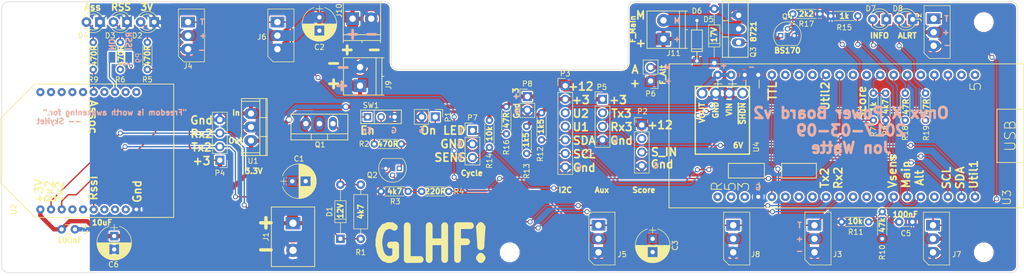
<source format=kicad_pcb>
(kicad_pcb (version 4) (host pcbnew 4.0.5)

  (general
    (links 136)
    (no_connects 0)
    (area 12.649999 12.649999 203.250001 63.550001)
    (thickness 1.6)
    (drawings 145)
    (tracks 565)
    (zones 0)
    (modules 67)
    (nets 73)
  )

  (page A4)
  (layers
    (0 F.Cu signal)
    (31 B.Cu signal)
    (32 B.Adhes user)
    (33 F.Adhes user)
    (34 B.Paste user)
    (35 F.Paste user)
    (36 B.SilkS user)
    (37 F.SilkS user)
    (38 B.Mask user)
    (39 F.Mask user)
    (40 Dwgs.User user)
    (41 Cmts.User user)
    (42 Eco1.User user)
    (43 Eco2.User user)
    (44 Edge.Cuts user)
    (45 Margin user)
    (46 B.CrtYd user)
    (47 F.CrtYd user)
    (48 B.Fab user)
    (49 F.Fab user)
  )

  (setup
    (last_trace_width 0.8128)
    (user_trace_width 0.254)
    (user_trace_width 0.4572)
    (user_trace_width 0.8128)
    (user_trace_width 2.032)
    (user_trace_width 2.54)
    (trace_clearance 0.1524)
    (zone_clearance 0.254)
    (zone_45_only yes)
    (trace_min 0.1524)
    (segment_width 0.2032)
    (edge_width 0.1016)
    (via_size 0.6858)
    (via_drill 0.3302)
    (via_min_size 0.6858)
    (via_min_drill 0.3302)
    (user_via 0.9398 0.5842)
    (user_via 1.27 0.8382)
    (uvia_size 0.3302)
    (uvia_drill 0.1778)
    (uvias_allowed no)
    (uvia_min_size 0.03302)
    (uvia_min_drill 0.1778)
    (pcb_text_width 0.254)
    (pcb_text_size 1.016 1.016)
    (mod_edge_width 0.1524)
    (mod_text_size 1.016 1.016)
    (mod_text_width 0.1524)
    (pad_size 1.5 1.5)
    (pad_drill 0.6)
    (pad_to_mask_clearance 0)
    (aux_axis_origin 0 0)
    (visible_elements 7FFFFF6F)
    (pcbplotparams
      (layerselection 0x00030_80000001)
      (usegerberextensions false)
      (excludeedgelayer true)
      (linewidth 0.100000)
      (plotframeref false)
      (viasonmask false)
      (mode 1)
      (useauxorigin false)
      (hpglpennumber 1)
      (hpglpenspeed 20)
      (hpglpendiameter 15)
      (hpglpenoverlay 2)
      (psnegative false)
      (psa4output false)
      (plotreference true)
      (plotvalue true)
      (plotinvisibletext false)
      (padsonsilk false)
      (subtractmaskfromsilk false)
      (outputformat 1)
      (mirror false)
      (drillshape 1)
      (scaleselection 1)
      (outputdirectory C:/temp/))
  )

  (net 0 "")
  (net 1 +12V)
  (net 2 GND)
  (net 3 +12P)
  (net 4 +3V3)
  (net 5 "Net-(D1-Pad2)")
  (net 6 "Net-(D2-Pad2)")
  (net 7 "Net-(D3-Pad2)")
  (net 8 "Net-(D4-Pad2)")
  (net 9 /TTL_DATA)
  (net 10 "Net-(P1-Pad1)")
  (net 11 "Net-(P2-Pad2)")
  (net 12 "Net-(P2-Pad3)")
  (net 13 /UTIL1)
  (net 14 /UTIL2)
  (net 15 /SDA1)
  (net 16 /SCL1)
  (net 17 /TX2)
  (net 18 /RX2)
  (net 19 /TX3)
  (net 20 /RX3)
  (net 21 "Net-(Q2-Pad2)")
  (net 22 "Net-(R2-Pad1)")
  (net 23 /PWRON)
  (net 24 /SCORE)
  (net 25 "Net-(U2-Pad4)")
  (net 26 "Net-(U2-Pad5)")
  (net 27 "Net-(U2-Pad7)")
  (net 28 "Net-(U2-Pad8)")
  (net 29 "Net-(U2-Pad9)")
  (net 30 "Net-(U2-Pad11)")
  (net 31 "Net-(U2-Pad12)")
  (net 32 "Net-(U2-Pad14)")
  (net 33 "Net-(U2-Pad16)")
  (net 34 "Net-(U2-Pad17)")
  (net 35 "Net-(U2-Pad18)")
  (net 36 "Net-(U2-Pad19)")
  (net 37 "Net-(U2-Pad20)")
  (net 38 "Net-(U3-Pad1)")
  (net 39 "Net-(U3-Pad2)")
  (net 40 "Net-(U3-Pad3)")
  (net 41 "Net-(U3-Pad6)")
  (net 42 "Net-(U3-Pad7)")
  (net 43 "Net-(U3-Pad8)")
  (net 44 "Net-(U3-Pad11)")
  (net 45 "Net-(U3-Pad12)")
  (net 46 "Net-(U3-Pad13)")
  (net 47 "Net-(U3-Pad17)")
  (net 48 "Net-(U3-Pad21)")
  (net 49 "Net-(U3-Pad22)")
  (net 50 "Net-(U3-Pad25)")
  (net 51 "Net-(U3-Pad29)")
  (net 52 "Net-(U3-Pad30)")
  (net 53 "Net-(U3-Pad33)")
  (net 54 "Net-(U3-Pad34)")
  (net 55 "Net-(U3-Pad35)")
  (net 56 "Net-(P6-Pad2)")
  (net 57 /F_MAIN)
  (net 58 /F_ALT)
  (net 59 /Xbee/RSSI)
  (net 60 /Xbee/ASSOC)
  (net 61 "/Fire Ctl/Detect_LED")
  (net 62 /SHOT)
  (net 63 /V_SENSE)
  (net 64 "Net-(P9-Pad2)")
  (net 65 /Xbee/ONSLEEP)
  (net 66 "Net-(U3-Pad39)")
  (net 67 "Net-(U4-Pad1)")
  (net 68 "Net-(D6-Pad2)")
  (net 69 "Net-(D7-Pad2)")
  (net 70 "Net-(D8-Pad2)")
  (net 71 "Net-(R18-Pad1)")
  (net 72 "Net-(R19-Pad1)")

  (net_class Default "This is the default net class."
    (clearance 0.1524)
    (trace_width 0.1524)
    (via_dia 0.6858)
    (via_drill 0.3302)
    (uvia_dia 0.3302)
    (uvia_drill 0.1778)
    (add_net +12P)
    (add_net +12V)
    (add_net +3V3)
    (add_net /F_ALT)
    (add_net /F_MAIN)
    (add_net "/Fire Ctl/Detect_LED")
    (add_net /PWRON)
    (add_net /RX2)
    (add_net /RX3)
    (add_net /SCL1)
    (add_net /SCORE)
    (add_net /SDA1)
    (add_net /SHOT)
    (add_net /TTL_DATA)
    (add_net /TX2)
    (add_net /TX3)
    (add_net /UTIL1)
    (add_net /UTIL2)
    (add_net /V_SENSE)
    (add_net /Xbee/ASSOC)
    (add_net /Xbee/ONSLEEP)
    (add_net /Xbee/RSSI)
    (add_net GND)
    (add_net "Net-(D1-Pad2)")
    (add_net "Net-(D2-Pad2)")
    (add_net "Net-(D3-Pad2)")
    (add_net "Net-(D4-Pad2)")
    (add_net "Net-(D6-Pad2)")
    (add_net "Net-(D7-Pad2)")
    (add_net "Net-(D8-Pad2)")
    (add_net "Net-(P1-Pad1)")
    (add_net "Net-(P2-Pad2)")
    (add_net "Net-(P2-Pad3)")
    (add_net "Net-(P6-Pad2)")
    (add_net "Net-(P9-Pad2)")
    (add_net "Net-(Q2-Pad2)")
    (add_net "Net-(R18-Pad1)")
    (add_net "Net-(R19-Pad1)")
    (add_net "Net-(R2-Pad1)")
    (add_net "Net-(U2-Pad11)")
    (add_net "Net-(U2-Pad12)")
    (add_net "Net-(U2-Pad14)")
    (add_net "Net-(U2-Pad16)")
    (add_net "Net-(U2-Pad17)")
    (add_net "Net-(U2-Pad18)")
    (add_net "Net-(U2-Pad19)")
    (add_net "Net-(U2-Pad20)")
    (add_net "Net-(U2-Pad4)")
    (add_net "Net-(U2-Pad5)")
    (add_net "Net-(U2-Pad7)")
    (add_net "Net-(U2-Pad8)")
    (add_net "Net-(U2-Pad9)")
    (add_net "Net-(U3-Pad1)")
    (add_net "Net-(U3-Pad11)")
    (add_net "Net-(U3-Pad12)")
    (add_net "Net-(U3-Pad13)")
    (add_net "Net-(U3-Pad17)")
    (add_net "Net-(U3-Pad2)")
    (add_net "Net-(U3-Pad21)")
    (add_net "Net-(U3-Pad22)")
    (add_net "Net-(U3-Pad25)")
    (add_net "Net-(U3-Pad29)")
    (add_net "Net-(U3-Pad3)")
    (add_net "Net-(U3-Pad30)")
    (add_net "Net-(U3-Pad33)")
    (add_net "Net-(U3-Pad34)")
    (add_net "Net-(U3-Pad35)")
    (add_net "Net-(U3-Pad39)")
    (add_net "Net-(U3-Pad6)")
    (add_net "Net-(U3-Pad7)")
    (add_net "Net-(U3-Pad8)")
    (add_net "Net-(U4-Pad1)")
  )

  (module OpenCM:OpenCM (layer F.Cu) (tedit 589F9C6F) (tstamp 589E7A6E)
    (at 171.069 37.846 90)
    (path /589BBD85)
    (fp_text reference U3 (at -11.557 30.099 90) (layer F.SilkS)
      (effects (font (size 1.5 1.5) (thickness 0.15)))
    )
    (fp_text value OpenCM-9.04 (at 0 0 90) (layer F.Fab)
      (effects (font (size 1.5 1.5) (thickness 0.15)))
    )
    (fp_text user 5 (at 9.25 24.25 90) (layer F.SilkS)
      (effects (font (size 2 2) (thickness 0.15)))
    )
    (fp_text user - (at -9.5 -16.5 90) (layer F.SilkS)
      (effects (font (size 2 2) (thickness 0.15)))
    )
    (fp_text user 3 (at -9.5 -19.25 90) (layer F.SilkS)
      (effects (font (size 2 2) (thickness 0.15)))
    )
    (fp_text user 5 (at -9.5 -21.75 90) (layer F.SilkS)
      (effects (font (size 2 2) (thickness 0.15)))
    )
    (fp_text user R (at -9.5 -24.25 90) (layer F.SilkS)
      (effects (font (size 2 2) (thickness 0.15)))
    )
    (fp_text user - (at 9.75 -16.5 90) (layer F.SilkS)
      (effects (font (size 2 2) (thickness 0.15)))
    )
    (fp_text user - (at 9.75 -19 90) (layer F.SilkS)
      (effects (font (size 2 2) (thickness 0.15)))
    )
    (fp_text user + (at 9.75 -21.5 90) (layer F.SilkS)
      (effects (font (size 2 2) (thickness 0.15)))
    )
    (fp_text user + (at 9.75 -24.25 90) (layer F.SilkS)
      (effects (font (size 2 2) (thickness 0.15)))
    )
    (fp_line (start -7.9069 -12.1195) (end -5.1569 -12.1195) (layer F.SilkS) (width 0.15))
    (fp_line (start -5.1569 -12.1195) (end -5.1569 -5.6195) (layer F.SilkS) (width 0.15))
    (fp_line (start -5.1569 -5.6195) (end -7.9069 -5.6195) (layer F.SilkS) (width 0.15))
    (fp_line (start -7.9069 -5.6195) (end -7.9069 -12.1195) (layer F.SilkS) (width 0.15))
    (fp_line (start -7.9069 -22.1195) (end -5.1569 -22.1195) (layer F.SilkS) (width 0.15))
    (fp_line (start -5.1569 -22.1195) (end -5.1569 -15.3695) (layer F.SilkS) (width 0.15))
    (fp_line (start -5.1569 -15.3695) (end -7.9069 -15.3695) (layer F.SilkS) (width 0.15))
    (fp_line (start -7.9069 -15.3695) (end -7.9069 -22.1195) (layer F.SilkS) (width 0.15))
    (fp_text user USB (at 0 30.75 90) (layer F.SilkS)
      (effects (font (size 2 2) (thickness 0.15)))
    )
    (fp_line (start 5 28.25) (end 5 33.25) (layer F.SilkS) (width 0.15))
    (fp_line (start -5 33.25) (end -5 28.25) (layer F.SilkS) (width 0.15))
    (fp_line (start -5 28.25) (end 5 28.25) (layer F.SilkS) (width 0.15))
    (fp_line (start -13.5 33.25) (end -13.5 -33.25) (layer F.SilkS) (width 0.15))
    (fp_line (start 13.5 -33.25) (end 13.5 33.25) (layer F.SilkS) (width 0.15))
    (fp_line (start -13.5 33.25) (end 13.5 33.25) (layer F.SilkS) (width 0.15))
    (fp_line (start -13.5 -33.25) (end 13.5 -33.25) (layer F.SilkS) (width 0.15))
    (pad 1 thru_hole circle (at -11.43 -24.13 90) (size 1.6256 1.6256) (drill 0.762) (layers *.Cu *.Mask)
      (net 38 "Net-(U3-Pad1)"))
    (pad 2 thru_hole circle (at -11.43 -21.59 90) (size 1.6256 1.6256) (drill 0.762) (layers *.Cu *.Mask)
      (net 39 "Net-(U3-Pad2)"))
    (pad 3 thru_hole circle (at -11.43 -19.05 90) (size 1.6256 1.6256) (drill 0.762) (layers *.Cu *.Mask)
      (net 40 "Net-(U3-Pad3)"))
    (pad 4 thru_hole circle (at -11.43 -16.51 90) (size 1.6256 1.6256) (drill 0.762) (layers *.Cu *.Mask)
      (net 2 GND))
    (pad 5 thru_hole circle (at -11.43 -13.97 90) (size 1.6256 1.6256) (drill 0.762) (layers *.Cu *.Mask)
      (net 62 /SHOT))
    (pad 6 thru_hole circle (at -11.43 -11.43 90) (size 1.6256 1.6256) (drill 0.762) (layers *.Cu *.Mask)
      (net 41 "Net-(U3-Pad6)"))
    (pad 7 thru_hole circle (at -11.43 -8.89 90) (size 1.6256 1.6256) (drill 0.762) (layers *.Cu *.Mask)
      (net 42 "Net-(U3-Pad7)"))
    (pad 8 thru_hole circle (at -11.43 -6.35 90) (size 1.6256 1.6256) (drill 0.762) (layers *.Cu *.Mask)
      (net 43 "Net-(U3-Pad8)"))
    (pad 9 thru_hole circle (at -11.43 -3.81 90) (size 1.6256 1.6256) (drill 0.762) (layers *.Cu *.Mask)
      (net 17 /TX2))
    (pad 10 thru_hole circle (at -11.43 -1.27 90) (size 1.6256 1.6256) (drill 0.762) (layers *.Cu *.Mask)
      (net 18 /RX2))
    (pad 11 thru_hole circle (at -11.43 1.27 90) (size 1.6256 1.6256) (drill 0.762) (layers *.Cu *.Mask)
      (net 44 "Net-(U3-Pad11)"))
    (pad 12 thru_hole circle (at -11.43 3.81 90) (size 1.6256 1.6256) (drill 0.762) (layers *.Cu *.Mask)
      (net 45 "Net-(U3-Pad12)"))
    (pad 13 thru_hole circle (at -11.43 6.35 90) (size 1.6256 1.6256) (drill 0.762) (layers *.Cu *.Mask)
      (net 46 "Net-(U3-Pad13)"))
    (pad 14 thru_hole circle (at -11.43 8.89 90) (size 1.6256 1.6256) (drill 0.762) (layers *.Cu *.Mask)
      (net 63 /V_SENSE))
    (pad 15 thru_hole circle (at -11.43 11.43 90) (size 1.6256 1.6256) (drill 0.762) (layers *.Cu *.Mask)
      (net 57 /F_MAIN))
    (pad 16 thru_hole circle (at -11.43 13.97 90) (size 1.6256 1.6256) (drill 0.762) (layers *.Cu *.Mask)
      (net 58 /F_ALT))
    (pad 17 thru_hole circle (at -11.43 16.51 90) (size 1.6256 1.6256) (drill 0.762) (layers *.Cu *.Mask)
      (net 47 "Net-(U3-Pad17)"))
    (pad 18 thru_hole circle (at -11.43 19.05 90) (size 1.6256 1.6256) (drill 0.762) (layers *.Cu *.Mask)
      (net 16 /SCL1))
    (pad 19 thru_hole circle (at -11.43 21.59 90) (size 1.6256 1.6256) (drill 0.762) (layers *.Cu *.Mask)
      (net 15 /SDA1))
    (pad 20 thru_hole circle (at -11.43 24.13 90) (size 1.6256 1.6256) (drill 0.762) (layers *.Cu *.Mask)
      (net 13 /UTIL1))
    (pad 21 thru_hole circle (at 11.43 24.13 90) (size 1.6256 1.6256) (drill 0.762) (layers *.Cu *.Mask)
      (net 48 "Net-(U3-Pad21)"))
    (pad 22 thru_hole circle (at 11.43 21.59 90) (size 1.6256 1.6256) (drill 0.762) (layers *.Cu *.Mask)
      (net 49 "Net-(U3-Pad22)"))
    (pad 23 thru_hole circle (at 11.43 19.05 90) (size 1.6256 1.6256) (drill 0.762) (layers *.Cu *.Mask)
      (net 20 /RX3))
    (pad 24 thru_hole circle (at 11.43 16.51 90) (size 1.6256 1.6256) (drill 0.762) (layers *.Cu *.Mask)
      (net 19 /TX3))
    (pad 25 thru_hole circle (at 11.43 13.97 90) (size 1.6256 1.6256) (drill 0.762) (layers *.Cu *.Mask)
      (net 50 "Net-(U3-Pad25)"))
    (pad 26 thru_hole circle (at 11.43 11.43 90) (size 1.6256 1.6256) (drill 0.762) (layers *.Cu *.Mask)
      (net 72 "Net-(R19-Pad1)"))
    (pad 27 thru_hole circle (at 11.43 8.89 90) (size 1.6256 1.6256) (drill 0.762) (layers *.Cu *.Mask)
      (net 71 "Net-(R18-Pad1)"))
    (pad 28 thru_hole circle (at 11.43 6.35 90) (size 1.6256 1.6256) (drill 0.762) (layers *.Cu *.Mask)
      (net 24 /SCORE))
    (pad 29 thru_hole circle (at 11.43 3.81 90) (size 1.6256 1.6256) (drill 0.762) (layers *.Cu *.Mask)
      (net 51 "Net-(U3-Pad29)"))
    (pad 30 thru_hole circle (at 11.43 1.27 90) (size 1.6256 1.6256) (drill 0.762) (layers *.Cu *.Mask)
      (net 52 "Net-(U3-Pad30)"))
    (pad 31 thru_hole circle (at 11.43 -1.27 90) (size 1.6256 1.6256) (drill 0.762) (layers *.Cu *.Mask)
      (net 23 /PWRON))
    (pad 32 thru_hole circle (at 11.43 -3.81 90) (size 1.6256 1.6256) (drill 0.762) (layers *.Cu *.Mask)
      (net 14 /UTIL2))
    (pad 33 thru_hole circle (at 11.43 -6.35 90) (size 1.6256 1.6256) (drill 0.762) (layers *.Cu *.Mask)
      (net 53 "Net-(U3-Pad33)"))
    (pad 34 thru_hole circle (at 11.43 -8.89 90) (size 1.6256 1.6256) (drill 0.762) (layers *.Cu *.Mask)
      (net 54 "Net-(U3-Pad34)"))
    (pad 35 thru_hole circle (at 11.43 -11.43 90) (size 1.6256 1.6256) (drill 0.762) (layers *.Cu *.Mask)
      (net 55 "Net-(U3-Pad35)"))
    (pad 36 thru_hole circle (at 11.43 -13.97 90) (size 1.6256 1.6256) (drill 0.762) (layers *.Cu *.Mask)
      (net 9 /TTL_DATA))
    (pad 37 thru_hole circle (at 11.43 -16.51 90) (size 1.6256 1.6256) (drill 0.762) (layers *.Cu *.Mask)
      (net 2 GND))
    (pad 38 thru_hole circle (at 11.43 -19.05 90) (size 1.6256 1.6256) (drill 0.762) (layers *.Cu *.Mask)
      (net 2 GND))
    (pad 39 thru_hole circle (at 11.43 -21.59 90) (size 1.6256 1.6256) (drill 0.762) (layers *.Cu *.Mask)
      (net 66 "Net-(U3-Pad39)"))
    (pad 40 thru_hole circle (at 11.43 -24.13 90) (size 1.6256 1.6256) (drill 0.762) (layers *.Cu *.Mask)
      (net 66 "Net-(U3-Pad39)"))
  )

  (module Capacitors_THT:CP_Radial_D6.3mm_P2.50mm (layer F.Cu) (tedit 58765D06) (tstamp 589E7639)
    (at 67.183 46.355)
    (descr "CP, Radial series, Radial, pin pitch=2.50mm, , diameter=6.3mm, Electrolytic Capacitor")
    (tags "CP Radial series Radial pin pitch 2.50mm  diameter 6.3mm Electrolytic Capacitor")
    (path /589F9509/589F9B6F)
    (fp_text reference C1 (at 1.25 -4.21) (layer F.SilkS)
      (effects (font (size 1 1) (thickness 0.15)))
    )
    (fp_text value 10uF (at 1.25 4.21) (layer F.Fab)
      (effects (font (size 1 1) (thickness 0.15)))
    )
    (fp_arc (start 1.25 0) (end -1.838236 -0.98) (angle 144.8) (layer F.SilkS) (width 0.12))
    (fp_arc (start 1.25 0) (end -1.838236 0.98) (angle -144.8) (layer F.SilkS) (width 0.12))
    (fp_arc (start 1.25 0) (end 4.338236 -0.98) (angle 35.2) (layer F.SilkS) (width 0.12))
    (fp_circle (center 1.25 0) (end 4.4 0) (layer F.Fab) (width 0.1))
    (fp_line (start -2.2 0) (end -1 0) (layer F.Fab) (width 0.1))
    (fp_line (start -1.6 -0.65) (end -1.6 0.65) (layer F.Fab) (width 0.1))
    (fp_line (start 1.25 -3.2) (end 1.25 3.2) (layer F.SilkS) (width 0.12))
    (fp_line (start 1.29 -3.2) (end 1.29 3.2) (layer F.SilkS) (width 0.12))
    (fp_line (start 1.33 -3.2) (end 1.33 3.2) (layer F.SilkS) (width 0.12))
    (fp_line (start 1.37 -3.198) (end 1.37 3.198) (layer F.SilkS) (width 0.12))
    (fp_line (start 1.41 -3.197) (end 1.41 3.197) (layer F.SilkS) (width 0.12))
    (fp_line (start 1.45 -3.194) (end 1.45 3.194) (layer F.SilkS) (width 0.12))
    (fp_line (start 1.49 -3.192) (end 1.49 3.192) (layer F.SilkS) (width 0.12))
    (fp_line (start 1.53 -3.188) (end 1.53 -0.98) (layer F.SilkS) (width 0.12))
    (fp_line (start 1.53 0.98) (end 1.53 3.188) (layer F.SilkS) (width 0.12))
    (fp_line (start 1.57 -3.185) (end 1.57 -0.98) (layer F.SilkS) (width 0.12))
    (fp_line (start 1.57 0.98) (end 1.57 3.185) (layer F.SilkS) (width 0.12))
    (fp_line (start 1.61 -3.18) (end 1.61 -0.98) (layer F.SilkS) (width 0.12))
    (fp_line (start 1.61 0.98) (end 1.61 3.18) (layer F.SilkS) (width 0.12))
    (fp_line (start 1.65 -3.176) (end 1.65 -0.98) (layer F.SilkS) (width 0.12))
    (fp_line (start 1.65 0.98) (end 1.65 3.176) (layer F.SilkS) (width 0.12))
    (fp_line (start 1.69 -3.17) (end 1.69 -0.98) (layer F.SilkS) (width 0.12))
    (fp_line (start 1.69 0.98) (end 1.69 3.17) (layer F.SilkS) (width 0.12))
    (fp_line (start 1.73 -3.165) (end 1.73 -0.98) (layer F.SilkS) (width 0.12))
    (fp_line (start 1.73 0.98) (end 1.73 3.165) (layer F.SilkS) (width 0.12))
    (fp_line (start 1.77 -3.158) (end 1.77 -0.98) (layer F.SilkS) (width 0.12))
    (fp_line (start 1.77 0.98) (end 1.77 3.158) (layer F.SilkS) (width 0.12))
    (fp_line (start 1.81 -3.152) (end 1.81 -0.98) (layer F.SilkS) (width 0.12))
    (fp_line (start 1.81 0.98) (end 1.81 3.152) (layer F.SilkS) (width 0.12))
    (fp_line (start 1.85 -3.144) (end 1.85 -0.98) (layer F.SilkS) (width 0.12))
    (fp_line (start 1.85 0.98) (end 1.85 3.144) (layer F.SilkS) (width 0.12))
    (fp_line (start 1.89 -3.137) (end 1.89 -0.98) (layer F.SilkS) (width 0.12))
    (fp_line (start 1.89 0.98) (end 1.89 3.137) (layer F.SilkS) (width 0.12))
    (fp_line (start 1.93 -3.128) (end 1.93 -0.98) (layer F.SilkS) (width 0.12))
    (fp_line (start 1.93 0.98) (end 1.93 3.128) (layer F.SilkS) (width 0.12))
    (fp_line (start 1.971 -3.119) (end 1.971 -0.98) (layer F.SilkS) (width 0.12))
    (fp_line (start 1.971 0.98) (end 1.971 3.119) (layer F.SilkS) (width 0.12))
    (fp_line (start 2.011 -3.11) (end 2.011 -0.98) (layer F.SilkS) (width 0.12))
    (fp_line (start 2.011 0.98) (end 2.011 3.11) (layer F.SilkS) (width 0.12))
    (fp_line (start 2.051 -3.1) (end 2.051 -0.98) (layer F.SilkS) (width 0.12))
    (fp_line (start 2.051 0.98) (end 2.051 3.1) (layer F.SilkS) (width 0.12))
    (fp_line (start 2.091 -3.09) (end 2.091 -0.98) (layer F.SilkS) (width 0.12))
    (fp_line (start 2.091 0.98) (end 2.091 3.09) (layer F.SilkS) (width 0.12))
    (fp_line (start 2.131 -3.079) (end 2.131 -0.98) (layer F.SilkS) (width 0.12))
    (fp_line (start 2.131 0.98) (end 2.131 3.079) (layer F.SilkS) (width 0.12))
    (fp_line (start 2.171 -3.067) (end 2.171 -0.98) (layer F.SilkS) (width 0.12))
    (fp_line (start 2.171 0.98) (end 2.171 3.067) (layer F.SilkS) (width 0.12))
    (fp_line (start 2.211 -3.055) (end 2.211 -0.98) (layer F.SilkS) (width 0.12))
    (fp_line (start 2.211 0.98) (end 2.211 3.055) (layer F.SilkS) (width 0.12))
    (fp_line (start 2.251 -3.042) (end 2.251 -0.98) (layer F.SilkS) (width 0.12))
    (fp_line (start 2.251 0.98) (end 2.251 3.042) (layer F.SilkS) (width 0.12))
    (fp_line (start 2.291 -3.029) (end 2.291 -0.98) (layer F.SilkS) (width 0.12))
    (fp_line (start 2.291 0.98) (end 2.291 3.029) (layer F.SilkS) (width 0.12))
    (fp_line (start 2.331 -3.015) (end 2.331 -0.98) (layer F.SilkS) (width 0.12))
    (fp_line (start 2.331 0.98) (end 2.331 3.015) (layer F.SilkS) (width 0.12))
    (fp_line (start 2.371 -3.001) (end 2.371 -0.98) (layer F.SilkS) (width 0.12))
    (fp_line (start 2.371 0.98) (end 2.371 3.001) (layer F.SilkS) (width 0.12))
    (fp_line (start 2.411 -2.986) (end 2.411 -0.98) (layer F.SilkS) (width 0.12))
    (fp_line (start 2.411 0.98) (end 2.411 2.986) (layer F.SilkS) (width 0.12))
    (fp_line (start 2.451 -2.97) (end 2.451 -0.98) (layer F.SilkS) (width 0.12))
    (fp_line (start 2.451 0.98) (end 2.451 2.97) (layer F.SilkS) (width 0.12))
    (fp_line (start 2.491 -2.954) (end 2.491 -0.98) (layer F.SilkS) (width 0.12))
    (fp_line (start 2.491 0.98) (end 2.491 2.954) (layer F.SilkS) (width 0.12))
    (fp_line (start 2.531 -2.937) (end 2.531 -0.98) (layer F.SilkS) (width 0.12))
    (fp_line (start 2.531 0.98) (end 2.531 2.937) (layer F.SilkS) (width 0.12))
    (fp_line (start 2.571 -2.919) (end 2.571 -0.98) (layer F.SilkS) (width 0.12))
    (fp_line (start 2.571 0.98) (end 2.571 2.919) (layer F.SilkS) (width 0.12))
    (fp_line (start 2.611 -2.901) (end 2.611 -0.98) (layer F.SilkS) (width 0.12))
    (fp_line (start 2.611 0.98) (end 2.611 2.901) (layer F.SilkS) (width 0.12))
    (fp_line (start 2.651 -2.882) (end 2.651 -0.98) (layer F.SilkS) (width 0.12))
    (fp_line (start 2.651 0.98) (end 2.651 2.882) (layer F.SilkS) (width 0.12))
    (fp_line (start 2.691 -2.863) (end 2.691 -0.98) (layer F.SilkS) (width 0.12))
    (fp_line (start 2.691 0.98) (end 2.691 2.863) (layer F.SilkS) (width 0.12))
    (fp_line (start 2.731 -2.843) (end 2.731 -0.98) (layer F.SilkS) (width 0.12))
    (fp_line (start 2.731 0.98) (end 2.731 2.843) (layer F.SilkS) (width 0.12))
    (fp_line (start 2.771 -2.822) (end 2.771 -0.98) (layer F.SilkS) (width 0.12))
    (fp_line (start 2.771 0.98) (end 2.771 2.822) (layer F.SilkS) (width 0.12))
    (fp_line (start 2.811 -2.8) (end 2.811 -0.98) (layer F.SilkS) (width 0.12))
    (fp_line (start 2.811 0.98) (end 2.811 2.8) (layer F.SilkS) (width 0.12))
    (fp_line (start 2.851 -2.778) (end 2.851 -0.98) (layer F.SilkS) (width 0.12))
    (fp_line (start 2.851 0.98) (end 2.851 2.778) (layer F.SilkS) (width 0.12))
    (fp_line (start 2.891 -2.755) (end 2.891 -0.98) (layer F.SilkS) (width 0.12))
    (fp_line (start 2.891 0.98) (end 2.891 2.755) (layer F.SilkS) (width 0.12))
    (fp_line (start 2.931 -2.731) (end 2.931 -0.98) (layer F.SilkS) (width 0.12))
    (fp_line (start 2.931 0.98) (end 2.931 2.731) (layer F.SilkS) (width 0.12))
    (fp_line (start 2.971 -2.706) (end 2.971 -0.98) (layer F.SilkS) (width 0.12))
    (fp_line (start 2.971 0.98) (end 2.971 2.706) (layer F.SilkS) (width 0.12))
    (fp_line (start 3.011 -2.681) (end 3.011 -0.98) (layer F.SilkS) (width 0.12))
    (fp_line (start 3.011 0.98) (end 3.011 2.681) (layer F.SilkS) (width 0.12))
    (fp_line (start 3.051 -2.654) (end 3.051 -0.98) (layer F.SilkS) (width 0.12))
    (fp_line (start 3.051 0.98) (end 3.051 2.654) (layer F.SilkS) (width 0.12))
    (fp_line (start 3.091 -2.627) (end 3.091 -0.98) (layer F.SilkS) (width 0.12))
    (fp_line (start 3.091 0.98) (end 3.091 2.627) (layer F.SilkS) (width 0.12))
    (fp_line (start 3.131 -2.599) (end 3.131 -0.98) (layer F.SilkS) (width 0.12))
    (fp_line (start 3.131 0.98) (end 3.131 2.599) (layer F.SilkS) (width 0.12))
    (fp_line (start 3.171 -2.57) (end 3.171 -0.98) (layer F.SilkS) (width 0.12))
    (fp_line (start 3.171 0.98) (end 3.171 2.57) (layer F.SilkS) (width 0.12))
    (fp_line (start 3.211 -2.54) (end 3.211 -0.98) (layer F.SilkS) (width 0.12))
    (fp_line (start 3.211 0.98) (end 3.211 2.54) (layer F.SilkS) (width 0.12))
    (fp_line (start 3.251 -2.51) (end 3.251 -0.98) (layer F.SilkS) (width 0.12))
    (fp_line (start 3.251 0.98) (end 3.251 2.51) (layer F.SilkS) (width 0.12))
    (fp_line (start 3.291 -2.478) (end 3.291 -0.98) (layer F.SilkS) (width 0.12))
    (fp_line (start 3.291 0.98) (end 3.291 2.478) (layer F.SilkS) (width 0.12))
    (fp_line (start 3.331 -2.445) (end 3.331 -0.98) (layer F.SilkS) (width 0.12))
    (fp_line (start 3.331 0.98) (end 3.331 2.445) (layer F.SilkS) (width 0.12))
    (fp_line (start 3.371 -2.411) (end 3.371 -0.98) (layer F.SilkS) (width 0.12))
    (fp_line (start 3.371 0.98) (end 3.371 2.411) (layer F.SilkS) (width 0.12))
    (fp_line (start 3.411 -2.375) (end 3.411 -0.98) (layer F.SilkS) (width 0.12))
    (fp_line (start 3.411 0.98) (end 3.411 2.375) (layer F.SilkS) (width 0.12))
    (fp_line (start 3.451 -2.339) (end 3.451 -0.98) (layer F.SilkS) (width 0.12))
    (fp_line (start 3.451 0.98) (end 3.451 2.339) (layer F.SilkS) (width 0.12))
    (fp_line (start 3.491 -2.301) (end 3.491 2.301) (layer F.SilkS) (width 0.12))
    (fp_line (start 3.531 -2.262) (end 3.531 2.262) (layer F.SilkS) (width 0.12))
    (fp_line (start 3.571 -2.222) (end 3.571 2.222) (layer F.SilkS) (width 0.12))
    (fp_line (start 3.611 -2.18) (end 3.611 2.18) (layer F.SilkS) (width 0.12))
    (fp_line (start 3.651 -2.137) (end 3.651 2.137) (layer F.SilkS) (width 0.12))
    (fp_line (start 3.691 -2.092) (end 3.691 2.092) (layer F.SilkS) (width 0.12))
    (fp_line (start 3.731 -2.045) (end 3.731 2.045) (layer F.SilkS) (width 0.12))
    (fp_line (start 3.771 -1.997) (end 3.771 1.997) (layer F.SilkS) (width 0.12))
    (fp_line (start 3.811 -1.946) (end 3.811 1.946) (layer F.SilkS) (width 0.12))
    (fp_line (start 3.851 -1.894) (end 3.851 1.894) (layer F.SilkS) (width 0.12))
    (fp_line (start 3.891 -1.839) (end 3.891 1.839) (layer F.SilkS) (width 0.12))
    (fp_line (start 3.931 -1.781) (end 3.931 1.781) (layer F.SilkS) (width 0.12))
    (fp_line (start 3.971 -1.721) (end 3.971 1.721) (layer F.SilkS) (width 0.12))
    (fp_line (start 4.011 -1.658) (end 4.011 1.658) (layer F.SilkS) (width 0.12))
    (fp_line (start 4.051 -1.591) (end 4.051 1.591) (layer F.SilkS) (width 0.12))
    (fp_line (start 4.091 -1.52) (end 4.091 1.52) (layer F.SilkS) (width 0.12))
    (fp_line (start 4.131 -1.445) (end 4.131 1.445) (layer F.SilkS) (width 0.12))
    (fp_line (start 4.171 -1.364) (end 4.171 1.364) (layer F.SilkS) (width 0.12))
    (fp_line (start 4.211 -1.278) (end 4.211 1.278) (layer F.SilkS) (width 0.12))
    (fp_line (start 4.251 -1.184) (end 4.251 1.184) (layer F.SilkS) (width 0.12))
    (fp_line (start 4.291 -1.081) (end 4.291 1.081) (layer F.SilkS) (width 0.12))
    (fp_line (start 4.331 -0.966) (end 4.331 0.966) (layer F.SilkS) (width 0.12))
    (fp_line (start 4.371 -0.834) (end 4.371 0.834) (layer F.SilkS) (width 0.12))
    (fp_line (start 4.411 -0.676) (end 4.411 0.676) (layer F.SilkS) (width 0.12))
    (fp_line (start 4.451 -0.468) (end 4.451 0.468) (layer F.SilkS) (width 0.12))
    (fp_line (start -2.2 0) (end -1 0) (layer F.SilkS) (width 0.12))
    (fp_line (start -1.6 -0.65) (end -1.6 0.65) (layer F.SilkS) (width 0.12))
    (fp_line (start -2.25 -3.5) (end -2.25 3.5) (layer F.CrtYd) (width 0.05))
    (fp_line (start -2.25 3.5) (end 4.75 3.5) (layer F.CrtYd) (width 0.05))
    (fp_line (start 4.75 3.5) (end 4.75 -3.5) (layer F.CrtYd) (width 0.05))
    (fp_line (start 4.75 -3.5) (end -2.25 -3.5) (layer F.CrtYd) (width 0.05))
    (pad 1 thru_hole rect (at 0 0) (size 1.6 1.6) (drill 0.8) (layers *.Cu *.Mask)
      (net 1 +12V))
    (pad 2 thru_hole circle (at 2.5 0) (size 1.6 1.6) (drill 0.8) (layers *.Cu *.Mask)
      (net 2 GND))
    (model Capacitors_ThroughHole.3dshapes/CP_Radial_D6.3mm_P2.50mm.wrl
      (at (xyz 0 0 0))
      (scale (xyz 0.393701 0.393701 0.393701))
      (rotate (xyz 0 0 0))
    )
  )

  (module Capacitors_THT:CP_Radial_D6.3mm_P2.50mm (layer F.Cu) (tedit 589F9C20) (tstamp 589E76CD)
    (at 72.263 15.621 270)
    (descr "CP, Radial series, Radial, pin pitch=2.50mm, , diameter=6.3mm, Electrolytic Capacitor")
    (tags "CP Radial series Radial pin pitch 2.50mm  diameter 6.3mm Electrolytic Capacitor")
    (path /589F9509/589F9B76)
    (fp_text reference C2 (at 5.588 0 360) (layer F.SilkS)
      (effects (font (size 1 1) (thickness 0.15)))
    )
    (fp_text value 10uF (at 1.25 4.21 270) (layer F.Fab)
      (effects (font (size 1 1) (thickness 0.15)))
    )
    (fp_arc (start 1.25 0) (end -1.838236 -0.98) (angle 144.8) (layer F.SilkS) (width 0.12))
    (fp_arc (start 1.25 0) (end -1.838236 0.98) (angle -144.8) (layer F.SilkS) (width 0.12))
    (fp_arc (start 1.25 0) (end 4.338236 -0.98) (angle 35.2) (layer F.SilkS) (width 0.12))
    (fp_circle (center 1.25 0) (end 4.4 0) (layer F.Fab) (width 0.1))
    (fp_line (start -2.2 0) (end -1 0) (layer F.Fab) (width 0.1))
    (fp_line (start -1.6 -0.65) (end -1.6 0.65) (layer F.Fab) (width 0.1))
    (fp_line (start 1.25 -3.2) (end 1.25 3.2) (layer F.SilkS) (width 0.12))
    (fp_line (start 1.29 -3.2) (end 1.29 3.2) (layer F.SilkS) (width 0.12))
    (fp_line (start 1.33 -3.2) (end 1.33 3.2) (layer F.SilkS) (width 0.12))
    (fp_line (start 1.37 -3.198) (end 1.37 3.198) (layer F.SilkS) (width 0.12))
    (fp_line (start 1.41 -3.197) (end 1.41 3.197) (layer F.SilkS) (width 0.12))
    (fp_line (start 1.45 -3.194) (end 1.45 3.194) (layer F.SilkS) (width 0.12))
    (fp_line (start 1.49 -3.192) (end 1.49 3.192) (layer F.SilkS) (width 0.12))
    (fp_line (start 1.53 -3.188) (end 1.53 -0.98) (layer F.SilkS) (width 0.12))
    (fp_line (start 1.53 0.98) (end 1.53 3.188) (layer F.SilkS) (width 0.12))
    (fp_line (start 1.57 -3.185) (end 1.57 -0.98) (layer F.SilkS) (width 0.12))
    (fp_line (start 1.57 0.98) (end 1.57 3.185) (layer F.SilkS) (width 0.12))
    (fp_line (start 1.61 -3.18) (end 1.61 -0.98) (layer F.SilkS) (width 0.12))
    (fp_line (start 1.61 0.98) (end 1.61 3.18) (layer F.SilkS) (width 0.12))
    (fp_line (start 1.65 -3.176) (end 1.65 -0.98) (layer F.SilkS) (width 0.12))
    (fp_line (start 1.65 0.98) (end 1.65 3.176) (layer F.SilkS) (width 0.12))
    (fp_line (start 1.69 -3.17) (end 1.69 -0.98) (layer F.SilkS) (width 0.12))
    (fp_line (start 1.69 0.98) (end 1.69 3.17) (layer F.SilkS) (width 0.12))
    (fp_line (start 1.73 -3.165) (end 1.73 -0.98) (layer F.SilkS) (width 0.12))
    (fp_line (start 1.73 0.98) (end 1.73 3.165) (layer F.SilkS) (width 0.12))
    (fp_line (start 1.77 -3.158) (end 1.77 -0.98) (layer F.SilkS) (width 0.12))
    (fp_line (start 1.77 0.98) (end 1.77 3.158) (layer F.SilkS) (width 0.12))
    (fp_line (start 1.81 -3.152) (end 1.81 -0.98) (layer F.SilkS) (width 0.12))
    (fp_line (start 1.81 0.98) (end 1.81 3.152) (layer F.SilkS) (width 0.12))
    (fp_line (start 1.85 -3.144) (end 1.85 -0.98) (layer F.SilkS) (width 0.12))
    (fp_line (start 1.85 0.98) (end 1.85 3.144) (layer F.SilkS) (width 0.12))
    (fp_line (start 1.89 -3.137) (end 1.89 -0.98) (layer F.SilkS) (width 0.12))
    (fp_line (start 1.89 0.98) (end 1.89 3.137) (layer F.SilkS) (width 0.12))
    (fp_line (start 1.93 -3.128) (end 1.93 -0.98) (layer F.SilkS) (width 0.12))
    (fp_line (start 1.93 0.98) (end 1.93 3.128) (layer F.SilkS) (width 0.12))
    (fp_line (start 1.971 -3.119) (end 1.971 -0.98) (layer F.SilkS) (width 0.12))
    (fp_line (start 1.971 0.98) (end 1.971 3.119) (layer F.SilkS) (width 0.12))
    (fp_line (start 2.011 -3.11) (end 2.011 -0.98) (layer F.SilkS) (width 0.12))
    (fp_line (start 2.011 0.98) (end 2.011 3.11) (layer F.SilkS) (width 0.12))
    (fp_line (start 2.051 -3.1) (end 2.051 -0.98) (layer F.SilkS) (width 0.12))
    (fp_line (start 2.051 0.98) (end 2.051 3.1) (layer F.SilkS) (width 0.12))
    (fp_line (start 2.091 -3.09) (end 2.091 -0.98) (layer F.SilkS) (width 0.12))
    (fp_line (start 2.091 0.98) (end 2.091 3.09) (layer F.SilkS) (width 0.12))
    (fp_line (start 2.131 -3.079) (end 2.131 -0.98) (layer F.SilkS) (width 0.12))
    (fp_line (start 2.131 0.98) (end 2.131 3.079) (layer F.SilkS) (width 0.12))
    (fp_line (start 2.171 -3.067) (end 2.171 -0.98) (layer F.SilkS) (width 0.12))
    (fp_line (start 2.171 0.98) (end 2.171 3.067) (layer F.SilkS) (width 0.12))
    (fp_line (start 2.211 -3.055) (end 2.211 -0.98) (layer F.SilkS) (width 0.12))
    (fp_line (start 2.211 0.98) (end 2.211 3.055) (layer F.SilkS) (width 0.12))
    (fp_line (start 2.251 -3.042) (end 2.251 -0.98) (layer F.SilkS) (width 0.12))
    (fp_line (start 2.251 0.98) (end 2.251 3.042) (layer F.SilkS) (width 0.12))
    (fp_line (start 2.291 -3.029) (end 2.291 -0.98) (layer F.SilkS) (width 0.12))
    (fp_line (start 2.291 0.98) (end 2.291 3.029) (layer F.SilkS) (width 0.12))
    (fp_line (start 2.331 -3.015) (end 2.331 -0.98) (layer F.SilkS) (width 0.12))
    (fp_line (start 2.331 0.98) (end 2.331 3.015) (layer F.SilkS) (width 0.12))
    (fp_line (start 2.371 -3.001) (end 2.371 -0.98) (layer F.SilkS) (width 0.12))
    (fp_line (start 2.371 0.98) (end 2.371 3.001) (layer F.SilkS) (width 0.12))
    (fp_line (start 2.411 -2.986) (end 2.411 -0.98) (layer F.SilkS) (width 0.12))
    (fp_line (start 2.411 0.98) (end 2.411 2.986) (layer F.SilkS) (width 0.12))
    (fp_line (start 2.451 -2.97) (end 2.451 -0.98) (layer F.SilkS) (width 0.12))
    (fp_line (start 2.451 0.98) (end 2.451 2.97) (layer F.SilkS) (width 0.12))
    (fp_line (start 2.491 -2.954) (end 2.491 -0.98) (layer F.SilkS) (width 0.12))
    (fp_line (start 2.491 0.98) (end 2.491 2.954) (layer F.SilkS) (width 0.12))
    (fp_line (start 2.531 -2.937) (end 2.531 -0.98) (layer F.SilkS) (width 0.12))
    (fp_line (start 2.531 0.98) (end 2.531 2.937) (layer F.SilkS) (width 0.12))
    (fp_line (start 2.571 -2.919) (end 2.571 -0.98) (layer F.SilkS) (width 0.12))
    (fp_line (start 2.571 0.98) (end 2.571 2.919) (layer F.SilkS) (width 0.12))
    (fp_line (start 2.611 -2.901) (end 2.611 -0.98) (layer F.SilkS) (width 0.12))
    (fp_line (start 2.611 0.98) (end 2.611 2.901) (layer F.SilkS) (width 0.12))
    (fp_line (start 2.651 -2.882) (end 2.651 -0.98) (layer F.SilkS) (width 0.12))
    (fp_line (start 2.651 0.98) (end 2.651 2.882) (layer F.SilkS) (width 0.12))
    (fp_line (start 2.691 -2.863) (end 2.691 -0.98) (layer F.SilkS) (width 0.12))
    (fp_line (start 2.691 0.98) (end 2.691 2.863) (layer F.SilkS) (width 0.12))
    (fp_line (start 2.731 -2.843) (end 2.731 -0.98) (layer F.SilkS) (width 0.12))
    (fp_line (start 2.731 0.98) (end 2.731 2.843) (layer F.SilkS) (width 0.12))
    (fp_line (start 2.771 -2.822) (end 2.771 -0.98) (layer F.SilkS) (width 0.12))
    (fp_line (start 2.771 0.98) (end 2.771 2.822) (layer F.SilkS) (width 0.12))
    (fp_line (start 2.811 -2.8) (end 2.811 -0.98) (layer F.SilkS) (width 0.12))
    (fp_line (start 2.811 0.98) (end 2.811 2.8) (layer F.SilkS) (width 0.12))
    (fp_line (start 2.851 -2.778) (end 2.851 -0.98) (layer F.SilkS) (width 0.12))
    (fp_line (start 2.851 0.98) (end 2.851 2.778) (layer F.SilkS) (width 0.12))
    (fp_line (start 2.891 -2.755) (end 2.891 -0.98) (layer F.SilkS) (width 0.12))
    (fp_line (start 2.891 0.98) (end 2.891 2.755) (layer F.SilkS) (width 0.12))
    (fp_line (start 2.931 -2.731) (end 2.931 -0.98) (layer F.SilkS) (width 0.12))
    (fp_line (start 2.931 0.98) (end 2.931 2.731) (layer F.SilkS) (width 0.12))
    (fp_line (start 2.971 -2.706) (end 2.971 -0.98) (layer F.SilkS) (width 0.12))
    (fp_line (start 2.971 0.98) (end 2.971 2.706) (layer F.SilkS) (width 0.12))
    (fp_line (start 3.011 -2.681) (end 3.011 -0.98) (layer F.SilkS) (width 0.12))
    (fp_line (start 3.011 0.98) (end 3.011 2.681) (layer F.SilkS) (width 0.12))
    (fp_line (start 3.051 -2.654) (end 3.051 -0.98) (layer F.SilkS) (width 0.12))
    (fp_line (start 3.051 0.98) (end 3.051 2.654) (layer F.SilkS) (width 0.12))
    (fp_line (start 3.091 -2.627) (end 3.091 -0.98) (layer F.SilkS) (width 0.12))
    (fp_line (start 3.091 0.98) (end 3.091 2.627) (layer F.SilkS) (width 0.12))
    (fp_line (start 3.131 -2.599) (end 3.131 -0.98) (layer F.SilkS) (width 0.12))
    (fp_line (start 3.131 0.98) (end 3.131 2.599) (layer F.SilkS) (width 0.12))
    (fp_line (start 3.171 -2.57) (end 3.171 -0.98) (layer F.SilkS) (width 0.12))
    (fp_line (start 3.171 0.98) (end 3.171 2.57) (layer F.SilkS) (width 0.12))
    (fp_line (start 3.211 -2.54) (end 3.211 -0.98) (layer F.SilkS) (width 0.12))
    (fp_line (start 3.211 0.98) (end 3.211 2.54) (layer F.SilkS) (width 0.12))
    (fp_line (start 3.251 -2.51) (end 3.251 -0.98) (layer F.SilkS) (width 0.12))
    (fp_line (start 3.251 0.98) (end 3.251 2.51) (layer F.SilkS) (width 0.12))
    (fp_line (start 3.291 -2.478) (end 3.291 -0.98) (layer F.SilkS) (width 0.12))
    (fp_line (start 3.291 0.98) (end 3.291 2.478) (layer F.SilkS) (width 0.12))
    (fp_line (start 3.331 -2.445) (end 3.331 -0.98) (layer F.SilkS) (width 0.12))
    (fp_line (start 3.331 0.98) (end 3.331 2.445) (layer F.SilkS) (width 0.12))
    (fp_line (start 3.371 -2.411) (end 3.371 -0.98) (layer F.SilkS) (width 0.12))
    (fp_line (start 3.371 0.98) (end 3.371 2.411) (layer F.SilkS) (width 0.12))
    (fp_line (start 3.411 -2.375) (end 3.411 -0.98) (layer F.SilkS) (width 0.12))
    (fp_line (start 3.411 0.98) (end 3.411 2.375) (layer F.SilkS) (width 0.12))
    (fp_line (start 3.451 -2.339) (end 3.451 -0.98) (layer F.SilkS) (width 0.12))
    (fp_line (start 3.451 0.98) (end 3.451 2.339) (layer F.SilkS) (width 0.12))
    (fp_line (start 3.491 -2.301) (end 3.491 2.301) (layer F.SilkS) (width 0.12))
    (fp_line (start 3.531 -2.262) (end 3.531 2.262) (layer F.SilkS) (width 0.12))
    (fp_line (start 3.571 -2.222) (end 3.571 2.222) (layer F.SilkS) (width 0.12))
    (fp_line (start 3.611 -2.18) (end 3.611 2.18) (layer F.SilkS) (width 0.12))
    (fp_line (start 3.651 -2.137) (end 3.651 2.137) (layer F.SilkS) (width 0.12))
    (fp_line (start 3.691 -2.092) (end 3.691 2.092) (layer F.SilkS) (width 0.12))
    (fp_line (start 3.731 -2.045) (end 3.731 2.045) (layer F.SilkS) (width 0.12))
    (fp_line (start 3.771 -1.997) (end 3.771 1.997) (layer F.SilkS) (width 0.12))
    (fp_line (start 3.811 -1.946) (end 3.811 1.946) (layer F.SilkS) (width 0.12))
    (fp_line (start 3.851 -1.894) (end 3.851 1.894) (layer F.SilkS) (width 0.12))
    (fp_line (start 3.891 -1.839) (end 3.891 1.839) (layer F.SilkS) (width 0.12))
    (fp_line (start 3.931 -1.781) (end 3.931 1.781) (layer F.SilkS) (width 0.12))
    (fp_line (start 3.971 -1.721) (end 3.971 1.721) (layer F.SilkS) (width 0.12))
    (fp_line (start 4.011 -1.658) (end 4.011 1.658) (layer F.SilkS) (width 0.12))
    (fp_line (start 4.051 -1.591) (end 4.051 1.591) (layer F.SilkS) (width 0.12))
    (fp_line (start 4.091 -1.52) (end 4.091 1.52) (layer F.SilkS) (width 0.12))
    (fp_line (start 4.131 -1.445) (end 4.131 1.445) (layer F.SilkS) (width 0.12))
    (fp_line (start 4.171 -1.364) (end 4.171 1.364) (layer F.SilkS) (width 0.12))
    (fp_line (start 4.211 -1.278) (end 4.211 1.278) (layer F.SilkS) (width 0.12))
    (fp_line (start 4.251 -1.184) (end 4.251 1.184) (layer F.SilkS) (width 0.12))
    (fp_line (start 4.291 -1.081) (end 4.291 1.081) (layer F.SilkS) (width 0.12))
    (fp_line (start 4.331 -0.966) (end 4.331 0.966) (layer F.SilkS) (width 0.12))
    (fp_line (start 4.371 -0.834) (end 4.371 0.834) (layer F.SilkS) (width 0.12))
    (fp_line (start 4.411 -0.676) (end 4.411 0.676) (layer F.SilkS) (width 0.12))
    (fp_line (start 4.451 -0.468) (end 4.451 0.468) (layer F.SilkS) (width 0.12))
    (fp_line (start -2.2 0) (end -1 0) (layer F.SilkS) (width 0.12))
    (fp_line (start -1.6 -0.65) (end -1.6 0.65) (layer F.SilkS) (width 0.12))
    (fp_line (start -2.25 -3.5) (end -2.25 3.5) (layer F.CrtYd) (width 0.05))
    (fp_line (start -2.25 3.5) (end 4.75 3.5) (layer F.CrtYd) (width 0.05))
    (fp_line (start 4.75 3.5) (end 4.75 -3.5) (layer F.CrtYd) (width 0.05))
    (fp_line (start 4.75 -3.5) (end -2.25 -3.5) (layer F.CrtYd) (width 0.05))
    (pad 1 thru_hole rect (at 0 0 270) (size 1.6 1.6) (drill 0.8) (layers *.Cu *.Mask)
      (net 3 +12P))
    (pad 2 thru_hole circle (at 2.5 0 270) (size 1.6 1.6) (drill 0.8) (layers *.Cu *.Mask)
      (net 2 GND))
    (model Capacitors_ThroughHole.3dshapes/CP_Radial_D6.3mm_P2.50mm.wrl
      (at (xyz 0 0 0))
      (scale (xyz 0.393701 0.393701 0.393701))
      (rotate (xyz 0 0 0))
    )
  )

  (module Capacitors_THT:CP_Radial_D6.3mm_P2.50mm (layer F.Cu) (tedit 58A0C110) (tstamp 589F7D0D)
    (at 33.782 56.642 270)
    (descr "CP, Radial series, Radial, pin pitch=2.50mm, , diameter=6.3mm, Electrolytic Capacitor")
    (tags "CP Radial series Radial pin pitch 2.50mm  diameter 6.3mm Electrolytic Capacitor")
    (path /58A00CAE/58A00E97)
    (fp_text reference C6 (at 5.334 0.127 540) (layer F.SilkS)
      (effects (font (size 1 1) (thickness 0.15)))
    )
    (fp_text value 10uF (at -2.54 2.286 360) (layer F.Fab)
      (effects (font (size 1 1) (thickness 0.15)))
    )
    (fp_arc (start 1.25 0) (end -1.838236 -0.98) (angle 144.8) (layer F.SilkS) (width 0.12))
    (fp_arc (start 1.25 0) (end -1.838236 0.98) (angle -144.8) (layer F.SilkS) (width 0.12))
    (fp_arc (start 1.25 0) (end 4.338236 -0.98) (angle 35.2) (layer F.SilkS) (width 0.12))
    (fp_circle (center 1.25 0) (end 4.4 0) (layer F.Fab) (width 0.1))
    (fp_line (start -2.2 0) (end -1 0) (layer F.Fab) (width 0.1))
    (fp_line (start -1.6 -0.65) (end -1.6 0.65) (layer F.Fab) (width 0.1))
    (fp_line (start 1.25 -3.2) (end 1.25 3.2) (layer F.SilkS) (width 0.12))
    (fp_line (start 1.29 -3.2) (end 1.29 3.2) (layer F.SilkS) (width 0.12))
    (fp_line (start 1.33 -3.2) (end 1.33 3.2) (layer F.SilkS) (width 0.12))
    (fp_line (start 1.37 -3.198) (end 1.37 3.198) (layer F.SilkS) (width 0.12))
    (fp_line (start 1.41 -3.197) (end 1.41 3.197) (layer F.SilkS) (width 0.12))
    (fp_line (start 1.45 -3.194) (end 1.45 3.194) (layer F.SilkS) (width 0.12))
    (fp_line (start 1.49 -3.192) (end 1.49 3.192) (layer F.SilkS) (width 0.12))
    (fp_line (start 1.53 -3.188) (end 1.53 -0.98) (layer F.SilkS) (width 0.12))
    (fp_line (start 1.53 0.98) (end 1.53 3.188) (layer F.SilkS) (width 0.12))
    (fp_line (start 1.57 -3.185) (end 1.57 -0.98) (layer F.SilkS) (width 0.12))
    (fp_line (start 1.57 0.98) (end 1.57 3.185) (layer F.SilkS) (width 0.12))
    (fp_line (start 1.61 -3.18) (end 1.61 -0.98) (layer F.SilkS) (width 0.12))
    (fp_line (start 1.61 0.98) (end 1.61 3.18) (layer F.SilkS) (width 0.12))
    (fp_line (start 1.65 -3.176) (end 1.65 -0.98) (layer F.SilkS) (width 0.12))
    (fp_line (start 1.65 0.98) (end 1.65 3.176) (layer F.SilkS) (width 0.12))
    (fp_line (start 1.69 -3.17) (end 1.69 -0.98) (layer F.SilkS) (width 0.12))
    (fp_line (start 1.69 0.98) (end 1.69 3.17) (layer F.SilkS) (width 0.12))
    (fp_line (start 1.73 -3.165) (end 1.73 -0.98) (layer F.SilkS) (width 0.12))
    (fp_line (start 1.73 0.98) (end 1.73 3.165) (layer F.SilkS) (width 0.12))
    (fp_line (start 1.77 -3.158) (end 1.77 -0.98) (layer F.SilkS) (width 0.12))
    (fp_line (start 1.77 0.98) (end 1.77 3.158) (layer F.SilkS) (width 0.12))
    (fp_line (start 1.81 -3.152) (end 1.81 -0.98) (layer F.SilkS) (width 0.12))
    (fp_line (start 1.81 0.98) (end 1.81 3.152) (layer F.SilkS) (width 0.12))
    (fp_line (start 1.85 -3.144) (end 1.85 -0.98) (layer F.SilkS) (width 0.12))
    (fp_line (start 1.85 0.98) (end 1.85 3.144) (layer F.SilkS) (width 0.12))
    (fp_line (start 1.89 -3.137) (end 1.89 -0.98) (layer F.SilkS) (width 0.12))
    (fp_line (start 1.89 0.98) (end 1.89 3.137) (layer F.SilkS) (width 0.12))
    (fp_line (start 1.93 -3.128) (end 1.93 -0.98) (layer F.SilkS) (width 0.12))
    (fp_line (start 1.93 0.98) (end 1.93 3.128) (layer F.SilkS) (width 0.12))
    (fp_line (start 1.971 -3.119) (end 1.971 -0.98) (layer F.SilkS) (width 0.12))
    (fp_line (start 1.971 0.98) (end 1.971 3.119) (layer F.SilkS) (width 0.12))
    (fp_line (start 2.011 -3.11) (end 2.011 -0.98) (layer F.SilkS) (width 0.12))
    (fp_line (start 2.011 0.98) (end 2.011 3.11) (layer F.SilkS) (width 0.12))
    (fp_line (start 2.051 -3.1) (end 2.051 -0.98) (layer F.SilkS) (width 0.12))
    (fp_line (start 2.051 0.98) (end 2.051 3.1) (layer F.SilkS) (width 0.12))
    (fp_line (start 2.091 -3.09) (end 2.091 -0.98) (layer F.SilkS) (width 0.12))
    (fp_line (start 2.091 0.98) (end 2.091 3.09) (layer F.SilkS) (width 0.12))
    (fp_line (start 2.131 -3.079) (end 2.131 -0.98) (layer F.SilkS) (width 0.12))
    (fp_line (start 2.131 0.98) (end 2.131 3.079) (layer F.SilkS) (width 0.12))
    (fp_line (start 2.171 -3.067) (end 2.171 -0.98) (layer F.SilkS) (width 0.12))
    (fp_line (start 2.171 0.98) (end 2.171 3.067) (layer F.SilkS) (width 0.12))
    (fp_line (start 2.211 -3.055) (end 2.211 -0.98) (layer F.SilkS) (width 0.12))
    (fp_line (start 2.211 0.98) (end 2.211 3.055) (layer F.SilkS) (width 0.12))
    (fp_line (start 2.251 -3.042) (end 2.251 -0.98) (layer F.SilkS) (width 0.12))
    (fp_line (start 2.251 0.98) (end 2.251 3.042) (layer F.SilkS) (width 0.12))
    (fp_line (start 2.291 -3.029) (end 2.291 -0.98) (layer F.SilkS) (width 0.12))
    (fp_line (start 2.291 0.98) (end 2.291 3.029) (layer F.SilkS) (width 0.12))
    (fp_line (start 2.331 -3.015) (end 2.331 -0.98) (layer F.SilkS) (width 0.12))
    (fp_line (start 2.331 0.98) (end 2.331 3.015) (layer F.SilkS) (width 0.12))
    (fp_line (start 2.371 -3.001) (end 2.371 -0.98) (layer F.SilkS) (width 0.12))
    (fp_line (start 2.371 0.98) (end 2.371 3.001) (layer F.SilkS) (width 0.12))
    (fp_line (start 2.411 -2.986) (end 2.411 -0.98) (layer F.SilkS) (width 0.12))
    (fp_line (start 2.411 0.98) (end 2.411 2.986) (layer F.SilkS) (width 0.12))
    (fp_line (start 2.451 -2.97) (end 2.451 -0.98) (layer F.SilkS) (width 0.12))
    (fp_line (start 2.451 0.98) (end 2.451 2.97) (layer F.SilkS) (width 0.12))
    (fp_line (start 2.491 -2.954) (end 2.491 -0.98) (layer F.SilkS) (width 0.12))
    (fp_line (start 2.491 0.98) (end 2.491 2.954) (layer F.SilkS) (width 0.12))
    (fp_line (start 2.531 -2.937) (end 2.531 -0.98) (layer F.SilkS) (width 0.12))
    (fp_line (start 2.531 0.98) (end 2.531 2.937) (layer F.SilkS) (width 0.12))
    (fp_line (start 2.571 -2.919) (end 2.571 -0.98) (layer F.SilkS) (width 0.12))
    (fp_line (start 2.571 0.98) (end 2.571 2.919) (layer F.SilkS) (width 0.12))
    (fp_line (start 2.611 -2.901) (end 2.611 -0.98) (layer F.SilkS) (width 0.12))
    (fp_line (start 2.611 0.98) (end 2.611 2.901) (layer F.SilkS) (width 0.12))
    (fp_line (start 2.651 -2.882) (end 2.651 -0.98) (layer F.SilkS) (width 0.12))
    (fp_line (start 2.651 0.98) (end 2.651 2.882) (layer F.SilkS) (width 0.12))
    (fp_line (start 2.691 -2.863) (end 2.691 -0.98) (layer F.SilkS) (width 0.12))
    (fp_line (start 2.691 0.98) (end 2.691 2.863) (layer F.SilkS) (width 0.12))
    (fp_line (start 2.731 -2.843) (end 2.731 -0.98) (layer F.SilkS) (width 0.12))
    (fp_line (start 2.731 0.98) (end 2.731 2.843) (layer F.SilkS) (width 0.12))
    (fp_line (start 2.771 -2.822) (end 2.771 -0.98) (layer F.SilkS) (width 0.12))
    (fp_line (start 2.771 0.98) (end 2.771 2.822) (layer F.SilkS) (width 0.12))
    (fp_line (start 2.811 -2.8) (end 2.811 -0.98) (layer F.SilkS) (width 0.12))
    (fp_line (start 2.811 0.98) (end 2.811 2.8) (layer F.SilkS) (width 0.12))
    (fp_line (start 2.851 -2.778) (end 2.851 -0.98) (layer F.SilkS) (width 0.12))
    (fp_line (start 2.851 0.98) (end 2.851 2.778) (layer F.SilkS) (width 0.12))
    (fp_line (start 2.891 -2.755) (end 2.891 -0.98) (layer F.SilkS) (width 0.12))
    (fp_line (start 2.891 0.98) (end 2.891 2.755) (layer F.SilkS) (width 0.12))
    (fp_line (start 2.931 -2.731) (end 2.931 -0.98) (layer F.SilkS) (width 0.12))
    (fp_line (start 2.931 0.98) (end 2.931 2.731) (layer F.SilkS) (width 0.12))
    (fp_line (start 2.971 -2.706) (end 2.971 -0.98) (layer F.SilkS) (width 0.12))
    (fp_line (start 2.971 0.98) (end 2.971 2.706) (layer F.SilkS) (width 0.12))
    (fp_line (start 3.011 -2.681) (end 3.011 -0.98) (layer F.SilkS) (width 0.12))
    (fp_line (start 3.011 0.98) (end 3.011 2.681) (layer F.SilkS) (width 0.12))
    (fp_line (start 3.051 -2.654) (end 3.051 -0.98) (layer F.SilkS) (width 0.12))
    (fp_line (start 3.051 0.98) (end 3.051 2.654) (layer F.SilkS) (width 0.12))
    (fp_line (start 3.091 -2.627) (end 3.091 -0.98) (layer F.SilkS) (width 0.12))
    (fp_line (start 3.091 0.98) (end 3.091 2.627) (layer F.SilkS) (width 0.12))
    (fp_line (start 3.131 -2.599) (end 3.131 -0.98) (layer F.SilkS) (width 0.12))
    (fp_line (start 3.131 0.98) (end 3.131 2.599) (layer F.SilkS) (width 0.12))
    (fp_line (start 3.171 -2.57) (end 3.171 -0.98) (layer F.SilkS) (width 0.12))
    (fp_line (start 3.171 0.98) (end 3.171 2.57) (layer F.SilkS) (width 0.12))
    (fp_line (start 3.211 -2.54) (end 3.211 -0.98) (layer F.SilkS) (width 0.12))
    (fp_line (start 3.211 0.98) (end 3.211 2.54) (layer F.SilkS) (width 0.12))
    (fp_line (start 3.251 -2.51) (end 3.251 -0.98) (layer F.SilkS) (width 0.12))
    (fp_line (start 3.251 0.98) (end 3.251 2.51) (layer F.SilkS) (width 0.12))
    (fp_line (start 3.291 -2.478) (end 3.291 -0.98) (layer F.SilkS) (width 0.12))
    (fp_line (start 3.291 0.98) (end 3.291 2.478) (layer F.SilkS) (width 0.12))
    (fp_line (start 3.331 -2.445) (end 3.331 -0.98) (layer F.SilkS) (width 0.12))
    (fp_line (start 3.331 0.98) (end 3.331 2.445) (layer F.SilkS) (width 0.12))
    (fp_line (start 3.371 -2.411) (end 3.371 -0.98) (layer F.SilkS) (width 0.12))
    (fp_line (start 3.371 0.98) (end 3.371 2.411) (layer F.SilkS) (width 0.12))
    (fp_line (start 3.411 -2.375) (end 3.411 -0.98) (layer F.SilkS) (width 0.12))
    (fp_line (start 3.411 0.98) (end 3.411 2.375) (layer F.SilkS) (width 0.12))
    (fp_line (start 3.451 -2.339) (end 3.451 -0.98) (layer F.SilkS) (width 0.12))
    (fp_line (start 3.451 0.98) (end 3.451 2.339) (layer F.SilkS) (width 0.12))
    (fp_line (start 3.491 -2.301) (end 3.491 2.301) (layer F.SilkS) (width 0.12))
    (fp_line (start 3.531 -2.262) (end 3.531 2.262) (layer F.SilkS) (width 0.12))
    (fp_line (start 3.571 -2.222) (end 3.571 2.222) (layer F.SilkS) (width 0.12))
    (fp_line (start 3.611 -2.18) (end 3.611 2.18) (layer F.SilkS) (width 0.12))
    (fp_line (start 3.651 -2.137) (end 3.651 2.137) (layer F.SilkS) (width 0.12))
    (fp_line (start 3.691 -2.092) (end 3.691 2.092) (layer F.SilkS) (width 0.12))
    (fp_line (start 3.731 -2.045) (end 3.731 2.045) (layer F.SilkS) (width 0.12))
    (fp_line (start 3.771 -1.997) (end 3.771 1.997) (layer F.SilkS) (width 0.12))
    (fp_line (start 3.811 -1.946) (end 3.811 1.946) (layer F.SilkS) (width 0.12))
    (fp_line (start 3.851 -1.894) (end 3.851 1.894) (layer F.SilkS) (width 0.12))
    (fp_line (start 3.891 -1.839) (end 3.891 1.839) (layer F.SilkS) (width 0.12))
    (fp_line (start 3.931 -1.781) (end 3.931 1.781) (layer F.SilkS) (width 0.12))
    (fp_line (start 3.971 -1.721) (end 3.971 1.721) (layer F.SilkS) (width 0.12))
    (fp_line (start 4.011 -1.658) (end 4.011 1.658) (layer F.SilkS) (width 0.12))
    (fp_line (start 4.051 -1.591) (end 4.051 1.591) (layer F.SilkS) (width 0.12))
    (fp_line (start 4.091 -1.52) (end 4.091 1.52) (layer F.SilkS) (width 0.12))
    (fp_line (start 4.131 -1.445) (end 4.131 1.445) (layer F.SilkS) (width 0.12))
    (fp_line (start 4.171 -1.364) (end 4.171 1.364) (layer F.SilkS) (width 0.12))
    (fp_line (start 4.211 -1.278) (end 4.211 1.278) (layer F.SilkS) (width 0.12))
    (fp_line (start 4.251 -1.184) (end 4.251 1.184) (layer F.SilkS) (width 0.12))
    (fp_line (start 4.291 -1.081) (end 4.291 1.081) (layer F.SilkS) (width 0.12))
    (fp_line (start 4.331 -0.966) (end 4.331 0.966) (layer F.SilkS) (width 0.12))
    (fp_line (start 4.371 -0.834) (end 4.371 0.834) (layer F.SilkS) (width 0.12))
    (fp_line (start 4.411 -0.676) (end 4.411 0.676) (layer F.SilkS) (width 0.12))
    (fp_line (start 4.451 -0.468) (end 4.451 0.468) (layer F.SilkS) (width 0.12))
    (fp_line (start -2.2 0) (end -1 0) (layer F.SilkS) (width 0.12))
    (fp_line (start -1.6 -0.65) (end -1.6 0.65) (layer F.SilkS) (width 0.12))
    (fp_line (start -2.25 -3.5) (end -2.25 3.5) (layer F.CrtYd) (width 0.05))
    (fp_line (start -2.25 3.5) (end 4.75 3.5) (layer F.CrtYd) (width 0.05))
    (fp_line (start 4.75 3.5) (end 4.75 -3.5) (layer F.CrtYd) (width 0.05))
    (fp_line (start 4.75 -3.5) (end -2.25 -3.5) (layer F.CrtYd) (width 0.05))
    (pad 1 thru_hole rect (at 0 0 270) (size 1.6 1.6) (drill 0.8) (layers *.Cu *.Mask)
      (net 4 +3V3))
    (pad 2 thru_hole circle (at 2.5 0 270) (size 1.6 1.6) (drill 0.8) (layers *.Cu *.Mask)
      (net 2 GND))
    (model Capacitors_ThroughHole.3dshapes/CP_Radial_D6.3mm_P2.50mm.wrl
      (at (xyz 0 0 0))
      (scale (xyz 0.393701 0.393701 0.393701))
      (rotate (xyz 0 0 0))
    )
  )

  (module LEDs:LED_D3.0mm (layer F.Cu) (tedit 589E824B) (tstamp 589E77AC)
    (at 41.275 16.51 180)
    (descr "LED, diameter 3.0mm, 2 pins")
    (tags "LED diameter 3.0mm 2 pins")
    (path /589F9509/589FD38C)
    (fp_text reference D2 (at 3.175 -2.54 180) (layer F.SilkS)
      (effects (font (size 1 1) (thickness 0.15)))
    )
    (fp_text value PowerOK (at 1.27 2.96 180) (layer F.Fab)
      (effects (font (size 1 1) (thickness 0.15)))
    )
    (fp_arc (start 1.27 0) (end -0.23 -1.16619) (angle 284.3) (layer F.Fab) (width 0.1))
    (fp_arc (start 1.27 0) (end -0.29 -1.235516) (angle 108.8) (layer F.SilkS) (width 0.12))
    (fp_arc (start 1.27 0) (end -0.29 1.235516) (angle -108.8) (layer F.SilkS) (width 0.12))
    (fp_arc (start 1.27 0) (end 0.229039 -1.08) (angle 87.9) (layer F.SilkS) (width 0.12))
    (fp_arc (start 1.27 0) (end 0.229039 1.08) (angle -87.9) (layer F.SilkS) (width 0.12))
    (fp_circle (center 1.27 0) (end 2.77 0) (layer F.Fab) (width 0.1))
    (fp_line (start -0.23 -1.16619) (end -0.23 1.16619) (layer F.Fab) (width 0.1))
    (fp_line (start -0.29 -1.236) (end -0.29 -1.08) (layer F.SilkS) (width 0.12))
    (fp_line (start -0.29 1.08) (end -0.29 1.236) (layer F.SilkS) (width 0.12))
    (fp_line (start -1.15 -2.25) (end -1.15 2.25) (layer F.CrtYd) (width 0.05))
    (fp_line (start -1.15 2.25) (end 3.7 2.25) (layer F.CrtYd) (width 0.05))
    (fp_line (start 3.7 2.25) (end 3.7 -2.25) (layer F.CrtYd) (width 0.05))
    (fp_line (start 3.7 -2.25) (end -1.15 -2.25) (layer F.CrtYd) (width 0.05))
    (pad 1 thru_hole rect (at 0 0 180) (size 1.8 1.8) (drill 0.9) (layers *.Cu *.Mask)
      (net 2 GND))
    (pad 2 thru_hole circle (at 2.54 0 180) (size 1.8 1.8) (drill 0.9) (layers *.Cu *.Mask)
      (net 6 "Net-(D2-Pad2)"))
    (model LEDs.3dshapes/LED_D3.0mm.wrl
      (at (xyz 0 0 0))
      (scale (xyz 0.393701 0.393701 0.393701))
      (rotate (xyz 0 0 0))
    )
  )

  (module LEDs:LED_D3.0mm (layer F.Cu) (tedit 589E824F) (tstamp 589E77BF)
    (at 36.195 16.51 180)
    (descr "LED, diameter 3.0mm, 2 pins")
    (tags "LED diameter 3.0mm 2 pins")
    (path /58A00CAE/58A00EAD)
    (fp_text reference D3 (at 3.175 -2.54 180) (layer F.SilkS)
      (effects (font (size 1 1) (thickness 0.15)))
    )
    (fp_text value RSSI (at 1.27 2.96 180) (layer F.Fab)
      (effects (font (size 1 1) (thickness 0.15)))
    )
    (fp_arc (start 1.27 0) (end -0.23 -1.16619) (angle 284.3) (layer F.Fab) (width 0.1))
    (fp_arc (start 1.27 0) (end -0.29 -1.235516) (angle 108.8) (layer F.SilkS) (width 0.12))
    (fp_arc (start 1.27 0) (end -0.29 1.235516) (angle -108.8) (layer F.SilkS) (width 0.12))
    (fp_arc (start 1.27 0) (end 0.229039 -1.08) (angle 87.9) (layer F.SilkS) (width 0.12))
    (fp_arc (start 1.27 0) (end 0.229039 1.08) (angle -87.9) (layer F.SilkS) (width 0.12))
    (fp_circle (center 1.27 0) (end 2.77 0) (layer F.Fab) (width 0.1))
    (fp_line (start -0.23 -1.16619) (end -0.23 1.16619) (layer F.Fab) (width 0.1))
    (fp_line (start -0.29 -1.236) (end -0.29 -1.08) (layer F.SilkS) (width 0.12))
    (fp_line (start -0.29 1.08) (end -0.29 1.236) (layer F.SilkS) (width 0.12))
    (fp_line (start -1.15 -2.25) (end -1.15 2.25) (layer F.CrtYd) (width 0.05))
    (fp_line (start -1.15 2.25) (end 3.7 2.25) (layer F.CrtYd) (width 0.05))
    (fp_line (start 3.7 2.25) (end 3.7 -2.25) (layer F.CrtYd) (width 0.05))
    (fp_line (start 3.7 -2.25) (end -1.15 -2.25) (layer F.CrtYd) (width 0.05))
    (pad 1 thru_hole rect (at 0 0 180) (size 1.8 1.8) (drill 0.9) (layers *.Cu *.Mask)
      (net 2 GND))
    (pad 2 thru_hole circle (at 2.54 0 180) (size 1.8 1.8) (drill 0.9) (layers *.Cu *.Mask)
      (net 7 "Net-(D3-Pad2)"))
    (model LEDs.3dshapes/LED_D3.0mm.wrl
      (at (xyz 0 0 0))
      (scale (xyz 0.393701 0.393701 0.393701))
      (rotate (xyz 0 0 0))
    )
  )

  (module LEDs:LED_D3.0mm (layer F.Cu) (tedit 589E8255) (tstamp 589E77D2)
    (at 31.115 16.51 180)
    (descr "LED, diameter 3.0mm, 2 pins")
    (tags "LED diameter 3.0mm 2 pins")
    (path /58A00CAE/58A00EC1)
    (fp_text reference D4 (at 3.175 -2.54 180) (layer F.SilkS)
      (effects (font (size 1 1) (thickness 0.15)))
    )
    (fp_text value Assoc (at 1.27 2.96 180) (layer F.Fab)
      (effects (font (size 1 1) (thickness 0.15)))
    )
    (fp_arc (start 1.27 0) (end -0.23 -1.16619) (angle 284.3) (layer F.Fab) (width 0.1))
    (fp_arc (start 1.27 0) (end -0.29 -1.235516) (angle 108.8) (layer F.SilkS) (width 0.12))
    (fp_arc (start 1.27 0) (end -0.29 1.235516) (angle -108.8) (layer F.SilkS) (width 0.12))
    (fp_arc (start 1.27 0) (end 0.229039 -1.08) (angle 87.9) (layer F.SilkS) (width 0.12))
    (fp_arc (start 1.27 0) (end 0.229039 1.08) (angle -87.9) (layer F.SilkS) (width 0.12))
    (fp_circle (center 1.27 0) (end 2.77 0) (layer F.Fab) (width 0.1))
    (fp_line (start -0.23 -1.16619) (end -0.23 1.16619) (layer F.Fab) (width 0.1))
    (fp_line (start -0.29 -1.236) (end -0.29 -1.08) (layer F.SilkS) (width 0.12))
    (fp_line (start -0.29 1.08) (end -0.29 1.236) (layer F.SilkS) (width 0.12))
    (fp_line (start -1.15 -2.25) (end -1.15 2.25) (layer F.CrtYd) (width 0.05))
    (fp_line (start -1.15 2.25) (end 3.7 2.25) (layer F.CrtYd) (width 0.05))
    (fp_line (start 3.7 2.25) (end 3.7 -2.25) (layer F.CrtYd) (width 0.05))
    (fp_line (start 3.7 -2.25) (end -1.15 -2.25) (layer F.CrtYd) (width 0.05))
    (pad 1 thru_hole rect (at 0 0 180) (size 1.8 1.8) (drill 0.9) (layers *.Cu *.Mask)
      (net 2 GND))
    (pad 2 thru_hole circle (at 2.54 0 180) (size 1.8 1.8) (drill 0.9) (layers *.Cu *.Mask)
      (net 8 "Net-(D4-Pad2)"))
    (model LEDs.3dshapes/LED_D3.0mm.wrl
      (at (xyz 0 0 0))
      (scale (xyz 0.393701 0.393701 0.393701))
      (rotate (xyz 0 0 0))
    )
  )

  (module Connectors_Molex:Molex_SPOX-5267_22-03-5035_03x2.54mm_Straight (layer F.Cu) (tedit 589F7BC5) (tstamp 589E77F1)
    (at 187.452 15.875 270)
    (descr "Connector Headers with Friction Lock, 22-03-5035, http://www.molex.com/pdm_docs/ps/PS-5264-001-001.pdf")
    (tags "connector molex SPOX 5267 22-03-5035")
    (path /589FF574/589FF742)
    (fp_text reference J2 (at -0.254 2.794 270) (layer F.SilkS)
      (effects (font (size 1 1) (thickness 0.15)))
    )
    (fp_text value SPOX (at 2.54 -2.54 270) (layer F.Fab)
      (effects (font (size 1 1) (thickness 0.15)))
    )
    (fp_line (start 6.45 1.8) (end 7.45 0.8) (layer F.SilkS) (width 0.12))
    (fp_line (start -2.45 -3.1) (end -2.45 1.8) (layer F.SilkS) (width 0.12))
    (fp_line (start -2.45 1.8) (end 6.45 1.8) (layer F.SilkS) (width 0.12))
    (fp_line (start 7.45 0.8) (end 7.45 -3.1) (layer F.SilkS) (width 0.12))
    (fp_line (start 7.45 -3.1) (end -2.45 -3.1) (layer F.SilkS) (width 0.12))
    (fp_line (start -2.5 1.85) (end -2.5 -3.15) (layer F.CrtYd) (width 0.05))
    (fp_line (start -2.5 -3.15) (end 7.5 -3.15) (layer F.CrtYd) (width 0.05))
    (fp_line (start 7.5 -3.15) (end 7.5 1.85) (layer F.CrtYd) (width 0.05))
    (fp_line (start 7.5 1.85) (end -2.5 1.85) (layer F.CrtYd) (width 0.05))
    (fp_line (start 7.35 -3) (end -2.35 -3) (layer F.Fab) (width 0.1))
    (fp_line (start 7.35 0.7) (end 7.35 -3) (layer F.Fab) (width 0.1))
    (fp_line (start 6.35 1.7) (end 7.35 0.7) (layer F.Fab) (width 0.1))
    (fp_line (start -2.35 1.7) (end 6.35 1.7) (layer F.Fab) (width 0.1))
    (fp_line (start -2.35 -3) (end -2.35 1.7) (layer F.Fab) (width 0.1))
    (pad 1 thru_hole rect (at 0 0 270) (size 2 2.6) (drill 1.2) (layers *.Cu *.Mask)
      (net 9 /TTL_DATA))
    (pad 2 thru_hole oval (at 2.54 0 270) (size 2 2.6) (drill 1.2) (layers *.Cu *.Mask)
      (net 3 +12P))
    (pad 3 thru_hole oval (at 5.08 0 270) (size 2 2.6) (drill 1.2) (layers *.Cu *.Mask)
      (net 2 GND))
    (model Connectors_Molex.3dshapes/Molex_SPOX-5267_22-03-5035_03x2.54mm_Straight.wrl
      (at (xyz 0.1 0.023622 0.114173))
      (scale (xyz 1 1 1))
      (rotate (xyz -90 0 180))
    )
  )

  (module Connectors_Molex:Molex_SPOX-5267_22-03-5035_03x2.54mm_Straight (layer F.Cu) (tedit 589F7C6B) (tstamp 589E7806)
    (at 165.1 54.61 270)
    (descr "Connector Headers with Friction Lock, 22-03-5035, http://www.molex.com/pdm_docs/ps/PS-5264-001-001.pdf")
    (tags "connector molex SPOX 5267 22-03-5035")
    (path /589FF574/589FF764)
    (fp_text reference J3 (at 5.461 -4.318 360) (layer F.SilkS)
      (effects (font (size 1 1) (thickness 0.15)))
    )
    (fp_text value SPOX (at 2.54 -2.54 270) (layer F.Fab)
      (effects (font (size 1 1) (thickness 0.15)))
    )
    (fp_line (start 6.45 1.8) (end 7.45 0.8) (layer F.SilkS) (width 0.12))
    (fp_line (start -2.45 -3.1) (end -2.45 1.8) (layer F.SilkS) (width 0.12))
    (fp_line (start -2.45 1.8) (end 6.45 1.8) (layer F.SilkS) (width 0.12))
    (fp_line (start 7.45 0.8) (end 7.45 -3.1) (layer F.SilkS) (width 0.12))
    (fp_line (start 7.45 -3.1) (end -2.45 -3.1) (layer F.SilkS) (width 0.12))
    (fp_line (start -2.5 1.85) (end -2.5 -3.15) (layer F.CrtYd) (width 0.05))
    (fp_line (start -2.5 -3.15) (end 7.5 -3.15) (layer F.CrtYd) (width 0.05))
    (fp_line (start 7.5 -3.15) (end 7.5 1.85) (layer F.CrtYd) (width 0.05))
    (fp_line (start 7.5 1.85) (end -2.5 1.85) (layer F.CrtYd) (width 0.05))
    (fp_line (start 7.35 -3) (end -2.35 -3) (layer F.Fab) (width 0.1))
    (fp_line (start 7.35 0.7) (end 7.35 -3) (layer F.Fab) (width 0.1))
    (fp_line (start 6.35 1.7) (end 7.35 0.7) (layer F.Fab) (width 0.1))
    (fp_line (start -2.35 1.7) (end 6.35 1.7) (layer F.Fab) (width 0.1))
    (fp_line (start -2.35 -3) (end -2.35 1.7) (layer F.Fab) (width 0.1))
    (pad 1 thru_hole rect (at 0 0 270) (size 2 2.6) (drill 1.2) (layers *.Cu *.Mask)
      (net 9 /TTL_DATA))
    (pad 2 thru_hole oval (at 2.54 0 270) (size 2 2.6) (drill 1.2) (layers *.Cu *.Mask)
      (net 3 +12P))
    (pad 3 thru_hole oval (at 5.08 0 270) (size 2 2.6) (drill 1.2) (layers *.Cu *.Mask)
      (net 2 GND))
    (model Connectors_Molex.3dshapes/Molex_SPOX-5267_22-03-5035_03x2.54mm_Straight.wrl
      (at (xyz 0.1 0.023622 0.114173))
      (scale (xyz 1 1 1))
      (rotate (xyz -90 0 180))
    )
  )

  (module Connectors_Molex:Molex_SPOX-5267_22-03-5035_03x2.54mm_Straight (layer F.Cu) (tedit 589E826B) (tstamp 589E781B)
    (at 47.625 16.51 270)
    (descr "Connector Headers with Friction Lock, 22-03-5035, http://www.molex.com/pdm_docs/ps/PS-5264-001-001.pdf")
    (tags "connector molex SPOX 5267 22-03-5035")
    (path /589FF574/589FF72D)
    (fp_text reference J4 (at 8.255 0 360) (layer F.SilkS)
      (effects (font (size 1 1) (thickness 0.15)))
    )
    (fp_text value SPOX (at 2.54 -2.54 270) (layer F.Fab)
      (effects (font (size 1 1) (thickness 0.15)))
    )
    (fp_line (start 6.45 1.8) (end 7.45 0.8) (layer F.SilkS) (width 0.12))
    (fp_line (start -2.45 -3.1) (end -2.45 1.8) (layer F.SilkS) (width 0.12))
    (fp_line (start -2.45 1.8) (end 6.45 1.8) (layer F.SilkS) (width 0.12))
    (fp_line (start 7.45 0.8) (end 7.45 -3.1) (layer F.SilkS) (width 0.12))
    (fp_line (start 7.45 -3.1) (end -2.45 -3.1) (layer F.SilkS) (width 0.12))
    (fp_line (start -2.5 1.85) (end -2.5 -3.15) (layer F.CrtYd) (width 0.05))
    (fp_line (start -2.5 -3.15) (end 7.5 -3.15) (layer F.CrtYd) (width 0.05))
    (fp_line (start 7.5 -3.15) (end 7.5 1.85) (layer F.CrtYd) (width 0.05))
    (fp_line (start 7.5 1.85) (end -2.5 1.85) (layer F.CrtYd) (width 0.05))
    (fp_line (start 7.35 -3) (end -2.35 -3) (layer F.Fab) (width 0.1))
    (fp_line (start 7.35 0.7) (end 7.35 -3) (layer F.Fab) (width 0.1))
    (fp_line (start 6.35 1.7) (end 7.35 0.7) (layer F.Fab) (width 0.1))
    (fp_line (start -2.35 1.7) (end 6.35 1.7) (layer F.Fab) (width 0.1))
    (fp_line (start -2.35 -3) (end -2.35 1.7) (layer F.Fab) (width 0.1))
    (pad 1 thru_hole rect (at 0 0 270) (size 2 2.6) (drill 1.2) (layers *.Cu *.Mask)
      (net 9 /TTL_DATA))
    (pad 2 thru_hole oval (at 2.54 0 270) (size 2 2.6) (drill 1.2) (layers *.Cu *.Mask)
      (net 3 +12P))
    (pad 3 thru_hole oval (at 5.08 0 270) (size 2 2.6) (drill 1.2) (layers *.Cu *.Mask)
      (net 2 GND))
    (model Connectors_Molex.3dshapes/Molex_SPOX-5267_22-03-5035_03x2.54mm_Straight.wrl
      (at (xyz 0.1 0.023622 0.114173))
      (scale (xyz 1 1 1))
      (rotate (xyz -90 0 180))
    )
  )

  (module Connectors_Molex:Molex_SPOX-5267_22-03-5035_03x2.54mm_Straight (layer F.Cu) (tedit 589F7C75) (tstamp 589E7830)
    (at 124.587 54.61 270)
    (descr "Connector Headers with Friction Lock, 22-03-5035, http://www.molex.com/pdm_docs/ps/PS-5264-001-001.pdf")
    (tags "connector molex SPOX 5267 22-03-5035")
    (path /589FF574/589FF734)
    (fp_text reference J5 (at 5.461 -4.445 360) (layer F.SilkS)
      (effects (font (size 1 1) (thickness 0.15)))
    )
    (fp_text value SPOX (at 2.54 -2.54 270) (layer F.Fab)
      (effects (font (size 1 1) (thickness 0.15)))
    )
    (fp_line (start 6.45 1.8) (end 7.45 0.8) (layer F.SilkS) (width 0.12))
    (fp_line (start -2.45 -3.1) (end -2.45 1.8) (layer F.SilkS) (width 0.12))
    (fp_line (start -2.45 1.8) (end 6.45 1.8) (layer F.SilkS) (width 0.12))
    (fp_line (start 7.45 0.8) (end 7.45 -3.1) (layer F.SilkS) (width 0.12))
    (fp_line (start 7.45 -3.1) (end -2.45 -3.1) (layer F.SilkS) (width 0.12))
    (fp_line (start -2.5 1.85) (end -2.5 -3.15) (layer F.CrtYd) (width 0.05))
    (fp_line (start -2.5 -3.15) (end 7.5 -3.15) (layer F.CrtYd) (width 0.05))
    (fp_line (start 7.5 -3.15) (end 7.5 1.85) (layer F.CrtYd) (width 0.05))
    (fp_line (start 7.5 1.85) (end -2.5 1.85) (layer F.CrtYd) (width 0.05))
    (fp_line (start 7.35 -3) (end -2.35 -3) (layer F.Fab) (width 0.1))
    (fp_line (start 7.35 0.7) (end 7.35 -3) (layer F.Fab) (width 0.1))
    (fp_line (start 6.35 1.7) (end 7.35 0.7) (layer F.Fab) (width 0.1))
    (fp_line (start -2.35 1.7) (end 6.35 1.7) (layer F.Fab) (width 0.1))
    (fp_line (start -2.35 -3) (end -2.35 1.7) (layer F.Fab) (width 0.1))
    (pad 1 thru_hole rect (at 0 0 270) (size 2 2.6) (drill 1.2) (layers *.Cu *.Mask)
      (net 9 /TTL_DATA))
    (pad 2 thru_hole oval (at 2.54 0 270) (size 2 2.6) (drill 1.2) (layers *.Cu *.Mask)
      (net 3 +12P))
    (pad 3 thru_hole oval (at 5.08 0 270) (size 2 2.6) (drill 1.2) (layers *.Cu *.Mask)
      (net 2 GND))
    (model Connectors_Molex.3dshapes/Molex_SPOX-5267_22-03-5035_03x2.54mm_Straight.wrl
      (at (xyz 0.1 0.023622 0.114173))
      (scale (xyz 1 1 1))
      (rotate (xyz -90 0 180))
    )
  )

  (module Connectors_Molex:Molex_SPOX-5267_22-03-5035_03x2.54mm_Straight (layer F.Cu) (tedit 589F9C1B) (tstamp 589E7845)
    (at 64.389 16.51 270)
    (descr "Connector Headers with Friction Lock, 22-03-5035, http://www.molex.com/pdm_docs/ps/PS-5264-001-001.pdf")
    (tags "connector molex SPOX 5267 22-03-5035")
    (path /589FF574/589FF73B)
    (fp_text reference J6 (at 2.794 2.921 360) (layer F.SilkS)
      (effects (font (size 1 1) (thickness 0.15)))
    )
    (fp_text value SPOX (at 2.54 -2.54 270) (layer F.Fab)
      (effects (font (size 1 1) (thickness 0.15)))
    )
    (fp_line (start 6.45 1.8) (end 7.45 0.8) (layer F.SilkS) (width 0.12))
    (fp_line (start -2.45 -3.1) (end -2.45 1.8) (layer F.SilkS) (width 0.12))
    (fp_line (start -2.45 1.8) (end 6.45 1.8) (layer F.SilkS) (width 0.12))
    (fp_line (start 7.45 0.8) (end 7.45 -3.1) (layer F.SilkS) (width 0.12))
    (fp_line (start 7.45 -3.1) (end -2.45 -3.1) (layer F.SilkS) (width 0.12))
    (fp_line (start -2.5 1.85) (end -2.5 -3.15) (layer F.CrtYd) (width 0.05))
    (fp_line (start -2.5 -3.15) (end 7.5 -3.15) (layer F.CrtYd) (width 0.05))
    (fp_line (start 7.5 -3.15) (end 7.5 1.85) (layer F.CrtYd) (width 0.05))
    (fp_line (start 7.5 1.85) (end -2.5 1.85) (layer F.CrtYd) (width 0.05))
    (fp_line (start 7.35 -3) (end -2.35 -3) (layer F.Fab) (width 0.1))
    (fp_line (start 7.35 0.7) (end 7.35 -3) (layer F.Fab) (width 0.1))
    (fp_line (start 6.35 1.7) (end 7.35 0.7) (layer F.Fab) (width 0.1))
    (fp_line (start -2.35 1.7) (end 6.35 1.7) (layer F.Fab) (width 0.1))
    (fp_line (start -2.35 -3) (end -2.35 1.7) (layer F.Fab) (width 0.1))
    (pad 1 thru_hole rect (at 0 0 270) (size 2 2.6) (drill 1.2) (layers *.Cu *.Mask)
      (net 9 /TTL_DATA))
    (pad 2 thru_hole oval (at 2.54 0 270) (size 2 2.6) (drill 1.2) (layers *.Cu *.Mask)
      (net 3 +12P))
    (pad 3 thru_hole oval (at 5.08 0 270) (size 2 2.6) (drill 1.2) (layers *.Cu *.Mask)
      (net 2 GND))
    (model Connectors_Molex.3dshapes/Molex_SPOX-5267_22-03-5035_03x2.54mm_Straight.wrl
      (at (xyz 0.1 0.023622 0.114173))
      (scale (xyz 1 1 1))
      (rotate (xyz -90 0 180))
    )
  )

  (module Connectors_Molex:Molex_SPOX-5267_22-03-5035_03x2.54mm_Straight (layer F.Cu) (tedit 589F7C66) (tstamp 589E785A)
    (at 187.325 54.61 270)
    (descr "Connector Headers with Friction Lock, 22-03-5035, http://www.molex.com/pdm_docs/ps/PS-5264-001-001.pdf")
    (tags "connector molex SPOX 5267 22-03-5035")
    (path /589FF574/589FF749)
    (fp_text reference J7 (at 5.461 -4.445 360) (layer F.SilkS)
      (effects (font (size 1 1) (thickness 0.15)))
    )
    (fp_text value SPOX (at 2.54 -2.54 270) (layer F.Fab)
      (effects (font (size 1 1) (thickness 0.15)))
    )
    (fp_line (start 6.45 1.8) (end 7.45 0.8) (layer F.SilkS) (width 0.12))
    (fp_line (start -2.45 -3.1) (end -2.45 1.8) (layer F.SilkS) (width 0.12))
    (fp_line (start -2.45 1.8) (end 6.45 1.8) (layer F.SilkS) (width 0.12))
    (fp_line (start 7.45 0.8) (end 7.45 -3.1) (layer F.SilkS) (width 0.12))
    (fp_line (start 7.45 -3.1) (end -2.45 -3.1) (layer F.SilkS) (width 0.12))
    (fp_line (start -2.5 1.85) (end -2.5 -3.15) (layer F.CrtYd) (width 0.05))
    (fp_line (start -2.5 -3.15) (end 7.5 -3.15) (layer F.CrtYd) (width 0.05))
    (fp_line (start 7.5 -3.15) (end 7.5 1.85) (layer F.CrtYd) (width 0.05))
    (fp_line (start 7.5 1.85) (end -2.5 1.85) (layer F.CrtYd) (width 0.05))
    (fp_line (start 7.35 -3) (end -2.35 -3) (layer F.Fab) (width 0.1))
    (fp_line (start 7.35 0.7) (end 7.35 -3) (layer F.Fab) (width 0.1))
    (fp_line (start 6.35 1.7) (end 7.35 0.7) (layer F.Fab) (width 0.1))
    (fp_line (start -2.35 1.7) (end 6.35 1.7) (layer F.Fab) (width 0.1))
    (fp_line (start -2.35 -3) (end -2.35 1.7) (layer F.Fab) (width 0.1))
    (pad 1 thru_hole rect (at 0 0 270) (size 2 2.6) (drill 1.2) (layers *.Cu *.Mask)
      (net 9 /TTL_DATA))
    (pad 2 thru_hole oval (at 2.54 0 270) (size 2 2.6) (drill 1.2) (layers *.Cu *.Mask)
      (net 3 +12P))
    (pad 3 thru_hole oval (at 5.08 0 270) (size 2 2.6) (drill 1.2) (layers *.Cu *.Mask)
      (net 2 GND))
    (model Connectors_Molex.3dshapes/Molex_SPOX-5267_22-03-5035_03x2.54mm_Straight.wrl
      (at (xyz 0.1 0.023622 0.114173))
      (scale (xyz 1 1 1))
      (rotate (xyz -90 0 180))
    )
  )

  (module Connectors_Molex:Molex_SPOX-5267_22-03-5035_03x2.54mm_Straight (layer F.Cu) (tedit 589F7C71) (tstamp 589E786F)
    (at 149.86 54.61 270)
    (descr "Connector Headers with Friction Lock, 22-03-5035, http://www.molex.com/pdm_docs/ps/PS-5264-001-001.pdf")
    (tags "connector molex SPOX 5267 22-03-5035")
    (path /589FF574/589FF750)
    (fp_text reference J8 (at 5.461 -4.191 360) (layer F.SilkS)
      (effects (font (size 1 1) (thickness 0.15)))
    )
    (fp_text value SPOX (at 2.54 -2.54 270) (layer F.Fab)
      (effects (font (size 1 1) (thickness 0.15)))
    )
    (fp_line (start 6.45 1.8) (end 7.45 0.8) (layer F.SilkS) (width 0.12))
    (fp_line (start -2.45 -3.1) (end -2.45 1.8) (layer F.SilkS) (width 0.12))
    (fp_line (start -2.45 1.8) (end 6.45 1.8) (layer F.SilkS) (width 0.12))
    (fp_line (start 7.45 0.8) (end 7.45 -3.1) (layer F.SilkS) (width 0.12))
    (fp_line (start 7.45 -3.1) (end -2.45 -3.1) (layer F.SilkS) (width 0.12))
    (fp_line (start -2.5 1.85) (end -2.5 -3.15) (layer F.CrtYd) (width 0.05))
    (fp_line (start -2.5 -3.15) (end 7.5 -3.15) (layer F.CrtYd) (width 0.05))
    (fp_line (start 7.5 -3.15) (end 7.5 1.85) (layer F.CrtYd) (width 0.05))
    (fp_line (start 7.5 1.85) (end -2.5 1.85) (layer F.CrtYd) (width 0.05))
    (fp_line (start 7.35 -3) (end -2.35 -3) (layer F.Fab) (width 0.1))
    (fp_line (start 7.35 0.7) (end 7.35 -3) (layer F.Fab) (width 0.1))
    (fp_line (start 6.35 1.7) (end 7.35 0.7) (layer F.Fab) (width 0.1))
    (fp_line (start -2.35 1.7) (end 6.35 1.7) (layer F.Fab) (width 0.1))
    (fp_line (start -2.35 -3) (end -2.35 1.7) (layer F.Fab) (width 0.1))
    (pad 1 thru_hole rect (at 0 0 270) (size 2 2.6) (drill 1.2) (layers *.Cu *.Mask)
      (net 9 /TTL_DATA))
    (pad 2 thru_hole oval (at 2.54 0 270) (size 2 2.6) (drill 1.2) (layers *.Cu *.Mask)
      (net 3 +12P))
    (pad 3 thru_hole oval (at 5.08 0 270) (size 2 2.6) (drill 1.2) (layers *.Cu *.Mask)
      (net 2 GND))
    (model Connectors_Molex.3dshapes/Molex_SPOX-5267_22-03-5035_03x2.54mm_Straight.wrl
      (at (xyz 0.1 0.023622 0.114173))
      (scale (xyz 1 1 1))
      (rotate (xyz -90 0 180))
    )
  )

  (module Connectors_Terminal_Blocks:TerminalBlock_Pheonix_PT-3.5mm_2pol (layer F.Cu) (tedit 589F9C2E) (tstamp 589E787F)
    (at 79.883 28.448 90)
    (descr "2-way 3.5mm pitch terminal block, Phoenix PT series")
    (path /589F9509/58A02601)
    (fp_text reference J9 (at 0.127 5.334 90) (layer F.SilkS)
      (effects (font (size 1 1) (thickness 0.15)))
    )
    (fp_text value Switch (at 1.905 3.175 90) (layer F.Fab)
      (effects (font (size 1 1) (thickness 0.15)))
    )
    (fp_line (start -1.9 -3.3) (end 5.4 -3.3) (layer F.CrtYd) (width 0.05))
    (fp_line (start -1.9 4.7) (end -1.9 -3.3) (layer F.CrtYd) (width 0.05))
    (fp_line (start 5.4 4.7) (end -1.9 4.7) (layer F.CrtYd) (width 0.05))
    (fp_line (start 5.4 -3.3) (end 5.4 4.7) (layer F.CrtYd) (width 0.05))
    (fp_line (start 1.75 4.1) (end 1.75 4.5) (layer F.SilkS) (width 0.15))
    (fp_line (start -1.75 3) (end 5.25 3) (layer F.SilkS) (width 0.15))
    (fp_line (start -1.75 4.1) (end 5.25 4.1) (layer F.SilkS) (width 0.15))
    (fp_line (start -1.75 -3.1) (end -1.75 4.5) (layer F.SilkS) (width 0.15))
    (fp_line (start 5.25 4.5) (end 5.25 -3.1) (layer F.SilkS) (width 0.15))
    (fp_line (start 5.25 -3.1) (end -1.75 -3.1) (layer F.SilkS) (width 0.15))
    (pad 2 thru_hole circle (at 3.5 0 90) (size 2.4 2.4) (drill 1.2) (layers *.Cu *.Mask)
      (net 2 GND))
    (pad 1 thru_hole rect (at 0 0 90) (size 2.4 2.4) (drill 1.2) (layers *.Cu *.Mask)
      (net 3 +12P))
    (model Terminal_Blocks.3dshapes/TerminalBlock_Pheonix_PT-3.5mm_2pol.wrl
      (at (xyz 0 0 0))
      (scale (xyz 1 1 1))
      (rotate (xyz 0 0 0))
    )
  )

  (module Connectors_Terminal_Blocks:TerminalBlock_Pheonix_PT-3.5mm_2pol (layer F.Cu) (tedit 589F9E61) (tstamp 589E788F)
    (at 78.486 15.875)
    (descr "2-way 3.5mm pitch terminal block, Phoenix PT series")
    (path /589F9509/58A02608)
    (fp_text reference J10 (at -2.54 -1.524 90) (layer F.SilkS)
      (effects (font (size 1 1) (thickness 0.15)))
    )
    (fp_text value Video (at 1.75 6) (layer F.Fab)
      (effects (font (size 1 1) (thickness 0.15)))
    )
    (fp_line (start -1.9 -3.3) (end 5.4 -3.3) (layer F.CrtYd) (width 0.05))
    (fp_line (start -1.9 4.7) (end -1.9 -3.3) (layer F.CrtYd) (width 0.05))
    (fp_line (start 5.4 4.7) (end -1.9 4.7) (layer F.CrtYd) (width 0.05))
    (fp_line (start 5.4 -3.3) (end 5.4 4.7) (layer F.CrtYd) (width 0.05))
    (fp_line (start 1.75 4.1) (end 1.75 4.5) (layer F.SilkS) (width 0.15))
    (fp_line (start -1.75 3) (end 5.25 3) (layer F.SilkS) (width 0.15))
    (fp_line (start -1.75 4.1) (end 5.25 4.1) (layer F.SilkS) (width 0.15))
    (fp_line (start -1.75 -3.1) (end -1.75 4.5) (layer F.SilkS) (width 0.15))
    (fp_line (start 5.25 4.5) (end 5.25 -3.1) (layer F.SilkS) (width 0.15))
    (fp_line (start 5.25 -3.1) (end -1.75 -3.1) (layer F.SilkS) (width 0.15))
    (pad 2 thru_hole circle (at 3.5 0) (size 2.4 2.4) (drill 1.2) (layers *.Cu *.Mask)
      (net 2 GND))
    (pad 1 thru_hole rect (at 0 0) (size 2.4 2.4) (drill 1.2) (layers *.Cu *.Mask)
      (net 3 +12P))
    (model Terminal_Blocks.3dshapes/TerminalBlock_Pheonix_PT-3.5mm_2pol.wrl
      (at (xyz 0 0 0))
      (scale (xyz 1 1 1))
      (rotate (xyz 0 0 0))
    )
  )

  (module TO_SOT_Packages_THT:TO-220_Neutral123_Vertical (layer F.Cu) (tedit 589F9C46) (tstamp 589E7915)
    (at 72.263 35.56 180)
    (descr "TO-220, Neutral, Vertical,")
    (tags "TO-220, Neutral, Vertical,")
    (path /589F9509/589F9B1D)
    (fp_text reference Q1 (at -0.127 -3.937 180) (layer F.SilkS)
      (effects (font (size 1 1) (thickness 0.15)))
    )
    (fp_text value SUP75_PWR (at 0 3.175 180) (layer F.Fab)
      (effects (font (size 1 1) (thickness 0.15)))
    )
    (fp_line (start -1.524 -3.048) (end -1.524 -1.905) (layer F.SilkS) (width 0.15))
    (fp_line (start 1.524 -3.048) (end 1.524 -1.905) (layer F.SilkS) (width 0.15))
    (fp_line (start 5.334 -1.905) (end 5.334 1.778) (layer F.SilkS) (width 0.15))
    (fp_line (start 5.334 1.778) (end -5.334 1.778) (layer F.SilkS) (width 0.15))
    (fp_line (start -5.334 1.778) (end -5.334 -1.905) (layer F.SilkS) (width 0.15))
    (fp_line (start 5.334 -3.048) (end 5.334 -1.905) (layer F.SilkS) (width 0.15))
    (fp_line (start 5.334 -1.905) (end -5.334 -1.905) (layer F.SilkS) (width 0.15))
    (fp_line (start -5.334 -1.905) (end -5.334 -3.048) (layer F.SilkS) (width 0.15))
    (fp_line (start 0 -3.048) (end -5.334 -3.048) (layer F.SilkS) (width 0.15))
    (fp_line (start 0 -3.048) (end 5.334 -3.048) (layer F.SilkS) (width 0.15))
    (pad 2 thru_hole oval (at 0 0 270) (size 2.49936 1.50114) (drill 1.00076) (layers *.Cu *.Mask)
      (net 3 +12P))
    (pad 1 thru_hole oval (at -2.54 0 270) (size 2.49936 1.50114) (drill 1.00076) (layers *.Cu *.Mask)
      (net 5 "Net-(D1-Pad2)"))
    (pad 3 thru_hole oval (at 2.54 0 270) (size 2.49936 1.50114) (drill 1.00076) (layers *.Cu *.Mask)
      (net 1 +12V))
    (model TO_SOT_Packages_THT.3dshapes/TO-220_Neutral123_Vertical.wrl
      (at (xyz 0 0 0))
      (scale (xyz 0.3937 0.3937 0.3937))
      (rotate (xyz 0 0 0))
    )
  )

  (module TO_SOT_Packages_THT:TO-92_Molded_Narrow (layer F.Cu) (tedit 589E82D7) (tstamp 589E7926)
    (at 87.249 43.942 180)
    (descr "TO-92 leads molded, narrow, drill 0.6mm (see NXP sot054_po.pdf)")
    (tags "to-92 sc-43 sc-43a sot54 PA33 transistor")
    (path /589F9509/589F9B3E)
    (fp_text reference Q2 (at 5.08 -1.27 180) (layer F.SilkS)
      (effects (font (size 1 1) (thickness 0.15)))
    )
    (fp_text value BS170_DGS (at 1.27 1.905 180) (layer F.Fab)
      (effects (font (size 1 1) (thickness 0.15)))
    )
    (fp_line (start -1.65 -2.9) (end 4.15 -2.9) (layer F.CrtYd) (width 0.05))
    (fp_line (start 4.15 -2.9) (end 4.15 2.2) (layer F.CrtYd) (width 0.05))
    (fp_line (start 4.15 2.2) (end -1.65 2.2) (layer F.CrtYd) (width 0.05))
    (fp_line (start -1.65 2.2) (end -1.65 -2.9) (layer F.CrtYd) (width 0.05))
    (fp_line (start -0.53 1.85) (end 3.07 1.85) (layer F.SilkS) (width 0.12))
    (fp_line (start -0.5 1.75) (end 3 1.75) (layer F.Fab) (width 0.1))
    (fp_arc (start 1.27 0) (end 1.27 -2.48) (angle 135) (layer F.Fab) (width 0.1))
    (fp_arc (start 1.27 0) (end 1.27 -2.6) (angle -135) (layer F.SilkS) (width 0.12))
    (fp_arc (start 1.27 0) (end 1.27 -2.48) (angle -135) (layer F.Fab) (width 0.1))
    (fp_arc (start 1.27 0) (end 1.27 -2.6) (angle 135) (layer F.SilkS) (width 0.12))
    (pad 2 thru_hole circle (at 1.27 -1.27 270) (size 1 1) (drill 0.6) (layers *.Cu *.Mask)
      (net 21 "Net-(Q2-Pad2)"))
    (pad 3 thru_hole circle (at 2.54 0 270) (size 1 1) (drill 0.6) (layers *.Cu *.Mask)
      (net 2 GND))
    (pad 1 thru_hole rect (at 0 0 270) (size 1 1) (drill 0.6) (layers *.Cu *.Mask)
      (net 10 "Net-(P1-Pad1)"))
    (model TO_SOT_Packages_THT.3dshapes/TO-92_Molded_Narrow.wrl
      (at (xyz 0.05 0 0))
      (scale (xyz 1 1 1))
      (rotate (xyz 0 0 -90))
    )
  )

  (module Resistors_THT:R_Axial_DIN0204_L3.6mm_D1.6mm_P5.08mm_Horizontal (layer F.Cu) (tedit 589E81F7) (tstamp 589E794A)
    (at 82.55 39.37)
    (descr "Resistor, Axial_DIN0204 series, Axial, Horizontal, pin pitch=5.08mm, 0.16666666666666666W = 1/6W, length*diameter=3.6*1.6mm^2, http://cdn-reichelt.de/documents/datenblatt/B400/1_4W%23YAG.pdf")
    (tags "Resistor Axial_DIN0204 series Axial Horizontal pin pitch 5.08mm 0.16666666666666666W = 1/6W length 3.6mm diameter 1.6mm")
    (path /589F9509/589F9B45)
    (fp_text reference R2 (at -1.905 0) (layer F.SilkS)
      (effects (font (size 1 1) (thickness 0.15)))
    )
    (fp_text value 470R (at 2.54 0) (layer F.Fab)
      (effects (font (size 1 1) (thickness 0.15)))
    )
    (fp_line (start 0.74 -0.8) (end 0.74 0.8) (layer F.Fab) (width 0.1))
    (fp_line (start 0.74 0.8) (end 4.34 0.8) (layer F.Fab) (width 0.1))
    (fp_line (start 4.34 0.8) (end 4.34 -0.8) (layer F.Fab) (width 0.1))
    (fp_line (start 4.34 -0.8) (end 0.74 -0.8) (layer F.Fab) (width 0.1))
    (fp_line (start 0 0) (end 0.74 0) (layer F.Fab) (width 0.1))
    (fp_line (start 5.08 0) (end 4.34 0) (layer F.Fab) (width 0.1))
    (fp_line (start 0.68 -0.86) (end 4.4 -0.86) (layer F.SilkS) (width 0.12))
    (fp_line (start 0.68 0.86) (end 4.4 0.86) (layer F.SilkS) (width 0.12))
    (fp_line (start -0.95 -1.15) (end -0.95 1.15) (layer F.CrtYd) (width 0.05))
    (fp_line (start -0.95 1.15) (end 6.05 1.15) (layer F.CrtYd) (width 0.05))
    (fp_line (start 6.05 1.15) (end 6.05 -1.15) (layer F.CrtYd) (width 0.05))
    (fp_line (start 6.05 -1.15) (end -0.95 -1.15) (layer F.CrtYd) (width 0.05))
    (pad 1 thru_hole circle (at 0 0) (size 1.4 1.4) (drill 0.7) (layers *.Cu *.Mask)
      (net 22 "Net-(R2-Pad1)"))
    (pad 2 thru_hole oval (at 5.08 0) (size 1.4 1.4) (drill 0.7) (layers *.Cu *.Mask)
      (net 10 "Net-(P1-Pad1)"))
    (model Resistors_ThroughHole.3dshapes/R_Axial_DIN0204_L3.6mm_D1.6mm_P5.08mm_Horizontal.wrl
      (at (xyz 0 0 0))
      (scale (xyz 0.393701 0.393701 0.393701))
      (rotate (xyz 0 0 0))
    )
  )

  (module Resistors_THT:R_Axial_DIN0204_L3.6mm_D1.6mm_P5.08mm_Horizontal (layer F.Cu) (tedit 589F9C3A) (tstamp 589E795C)
    (at 88.9 48.26 180)
    (descr "Resistor, Axial_DIN0204 series, Axial, Horizontal, pin pitch=5.08mm, 0.16666666666666666W = 1/6W, length*diameter=3.6*1.6mm^2, http://cdn-reichelt.de/documents/datenblatt/B400/1_4W%23YAG.pdf")
    (tags "Resistor Axial_DIN0204 series Axial Horizontal pin pitch 5.08mm 0.16666666666666666W = 1/6W length 3.6mm diameter 1.6mm")
    (path /589F9509/589F9B37)
    (fp_text reference R3 (at 2.413 -1.905 180) (layer F.SilkS)
      (effects (font (size 1 1) (thickness 0.15)))
    )
    (fp_text value 4k7 (at 2.54 0 180) (layer F.Fab)
      (effects (font (size 1 1) (thickness 0.15)))
    )
    (fp_line (start 0.74 -0.8) (end 0.74 0.8) (layer F.Fab) (width 0.1))
    (fp_line (start 0.74 0.8) (end 4.34 0.8) (layer F.Fab) (width 0.1))
    (fp_line (start 4.34 0.8) (end 4.34 -0.8) (layer F.Fab) (width 0.1))
    (fp_line (start 4.34 -0.8) (end 0.74 -0.8) (layer F.Fab) (width 0.1))
    (fp_line (start 0 0) (end 0.74 0) (layer F.Fab) (width 0.1))
    (fp_line (start 5.08 0) (end 4.34 0) (layer F.Fab) (width 0.1))
    (fp_line (start 0.68 -0.86) (end 4.4 -0.86) (layer F.SilkS) (width 0.12))
    (fp_line (start 0.68 0.86) (end 4.4 0.86) (layer F.SilkS) (width 0.12))
    (fp_line (start -0.95 -1.15) (end -0.95 1.15) (layer F.CrtYd) (width 0.05))
    (fp_line (start -0.95 1.15) (end 6.05 1.15) (layer F.CrtYd) (width 0.05))
    (fp_line (start 6.05 1.15) (end 6.05 -1.15) (layer F.CrtYd) (width 0.05))
    (fp_line (start 6.05 -1.15) (end -0.95 -1.15) (layer F.CrtYd) (width 0.05))
    (pad 1 thru_hole circle (at 0 0 180) (size 1.4 1.4) (drill 0.7) (layers *.Cu *.Mask)
      (net 21 "Net-(Q2-Pad2)"))
    (pad 2 thru_hole oval (at 5.08 0 180) (size 1.4 1.4) (drill 0.7) (layers *.Cu *.Mask)
      (net 2 GND))
    (model Resistors_ThroughHole.3dshapes/R_Axial_DIN0204_L3.6mm_D1.6mm_P5.08mm_Horizontal.wrl
      (at (xyz 0 0 0))
      (scale (xyz 0.393701 0.393701 0.393701))
      (rotate (xyz 0 0 0))
    )
  )

  (module Resistors_THT:R_Axial_DIN0204_L3.6mm_D1.6mm_P5.08mm_Horizontal (layer F.Cu) (tedit 589E82D0) (tstamp 589E796E)
    (at 91.44 48.26)
    (descr "Resistor, Axial_DIN0204 series, Axial, Horizontal, pin pitch=5.08mm, 0.16666666666666666W = 1/6W, length*diameter=3.6*1.6mm^2, http://cdn-reichelt.de/documents/datenblatt/B400/1_4W%23YAG.pdf")
    (tags "Resistor Axial_DIN0204 series Axial Horizontal pin pitch 5.08mm 0.16666666666666666W = 1/6W length 3.6mm diameter 1.6mm")
    (path /589F9509/589F9B59)
    (fp_text reference R4 (at 6.985 0) (layer F.SilkS)
      (effects (font (size 1 1) (thickness 0.15)))
    )
    (fp_text value 220R (at 2.54 0) (layer F.Fab)
      (effects (font (size 1 1) (thickness 0.15)))
    )
    (fp_line (start 0.74 -0.8) (end 0.74 0.8) (layer F.Fab) (width 0.1))
    (fp_line (start 0.74 0.8) (end 4.34 0.8) (layer F.Fab) (width 0.1))
    (fp_line (start 4.34 0.8) (end 4.34 -0.8) (layer F.Fab) (width 0.1))
    (fp_line (start 4.34 -0.8) (end 0.74 -0.8) (layer F.Fab) (width 0.1))
    (fp_line (start 0 0) (end 0.74 0) (layer F.Fab) (width 0.1))
    (fp_line (start 5.08 0) (end 4.34 0) (layer F.Fab) (width 0.1))
    (fp_line (start 0.68 -0.86) (end 4.4 -0.86) (layer F.SilkS) (width 0.12))
    (fp_line (start 0.68 0.86) (end 4.4 0.86) (layer F.SilkS) (width 0.12))
    (fp_line (start -0.95 -1.15) (end -0.95 1.15) (layer F.CrtYd) (width 0.05))
    (fp_line (start -0.95 1.15) (end 6.05 1.15) (layer F.CrtYd) (width 0.05))
    (fp_line (start 6.05 1.15) (end 6.05 -1.15) (layer F.CrtYd) (width 0.05))
    (fp_line (start 6.05 -1.15) (end -0.95 -1.15) (layer F.CrtYd) (width 0.05))
    (pad 1 thru_hole circle (at 0 0) (size 1.4 1.4) (drill 0.7) (layers *.Cu *.Mask)
      (net 21 "Net-(Q2-Pad2)"))
    (pad 2 thru_hole oval (at 5.08 0) (size 1.4 1.4) (drill 0.7) (layers *.Cu *.Mask)
      (net 23 /PWRON))
    (model Resistors_ThroughHole.3dshapes/R_Axial_DIN0204_L3.6mm_D1.6mm_P5.08mm_Horizontal.wrl
      (at (xyz 0 0 0))
      (scale (xyz 0.393701 0.393701 0.393701))
      (rotate (xyz 0 0 0))
    )
  )

  (module Resistors_THT:R_Axial_DIN0204_L3.6mm_D1.6mm_P5.08mm_Horizontal (layer F.Cu) (tedit 589E82ED) (tstamp 589E7980)
    (at 40.005 25.4 90)
    (descr "Resistor, Axial_DIN0204 series, Axial, Horizontal, pin pitch=5.08mm, 0.16666666666666666W = 1/6W, length*diameter=3.6*1.6mm^2, http://cdn-reichelt.de/documents/datenblatt/B400/1_4W%23YAG.pdf")
    (tags "Resistor Axial_DIN0204 series Axial Horizontal pin pitch 5.08mm 0.16666666666666666W = 1/6W length 3.6mm diameter 1.6mm")
    (path /589F9509/589FD393)
    (fp_text reference R5 (at -1.905 0 180) (layer F.SilkS)
      (effects (font (size 1 1) (thickness 0.15)))
    )
    (fp_text value 470R (at 2.54 0 90) (layer F.Fab)
      (effects (font (size 1 1) (thickness 0.15)))
    )
    (fp_line (start 0.74 -0.8) (end 0.74 0.8) (layer F.Fab) (width 0.1))
    (fp_line (start 0.74 0.8) (end 4.34 0.8) (layer F.Fab) (width 0.1))
    (fp_line (start 4.34 0.8) (end 4.34 -0.8) (layer F.Fab) (width 0.1))
    (fp_line (start 4.34 -0.8) (end 0.74 -0.8) (layer F.Fab) (width 0.1))
    (fp_line (start 0 0) (end 0.74 0) (layer F.Fab) (width 0.1))
    (fp_line (start 5.08 0) (end 4.34 0) (layer F.Fab) (width 0.1))
    (fp_line (start 0.68 -0.86) (end 4.4 -0.86) (layer F.SilkS) (width 0.12))
    (fp_line (start 0.68 0.86) (end 4.4 0.86) (layer F.SilkS) (width 0.12))
    (fp_line (start -0.95 -1.15) (end -0.95 1.15) (layer F.CrtYd) (width 0.05))
    (fp_line (start -0.95 1.15) (end 6.05 1.15) (layer F.CrtYd) (width 0.05))
    (fp_line (start 6.05 1.15) (end 6.05 -1.15) (layer F.CrtYd) (width 0.05))
    (fp_line (start 6.05 -1.15) (end -0.95 -1.15) (layer F.CrtYd) (width 0.05))
    (pad 1 thru_hole circle (at 0 0 90) (size 1.4 1.4) (drill 0.7) (layers *.Cu *.Mask)
      (net 4 +3V3))
    (pad 2 thru_hole oval (at 5.08 0 90) (size 1.4 1.4) (drill 0.7) (layers *.Cu *.Mask)
      (net 6 "Net-(D2-Pad2)"))
    (model Resistors_ThroughHole.3dshapes/R_Axial_DIN0204_L3.6mm_D1.6mm_P5.08mm_Horizontal.wrl
      (at (xyz 0 0 0))
      (scale (xyz 0.393701 0.393701 0.393701))
      (rotate (xyz 0 0 0))
    )
  )

  (module Resistors_THT:R_Axial_DIN0204_L3.6mm_D1.6mm_P5.08mm_Horizontal (layer F.Cu) (tedit 589E82F1) (tstamp 589E7992)
    (at 34.925 25.4 90)
    (descr "Resistor, Axial_DIN0204 series, Axial, Horizontal, pin pitch=5.08mm, 0.16666666666666666W = 1/6W, length*diameter=3.6*1.6mm^2, http://cdn-reichelt.de/documents/datenblatt/B400/1_4W%23YAG.pdf")
    (tags "Resistor Axial_DIN0204 series Axial Horizontal pin pitch 5.08mm 0.16666666666666666W = 1/6W length 3.6mm diameter 1.6mm")
    (path /58A00CAE/58A00EA6)
    (fp_text reference R6 (at -1.905 0 180) (layer F.SilkS)
      (effects (font (size 1 1) (thickness 0.15)))
    )
    (fp_text value 470R (at 2.54 0 90) (layer F.Fab)
      (effects (font (size 1 1) (thickness 0.15)))
    )
    (fp_line (start 0.74 -0.8) (end 0.74 0.8) (layer F.Fab) (width 0.1))
    (fp_line (start 0.74 0.8) (end 4.34 0.8) (layer F.Fab) (width 0.1))
    (fp_line (start 4.34 0.8) (end 4.34 -0.8) (layer F.Fab) (width 0.1))
    (fp_line (start 4.34 -0.8) (end 0.74 -0.8) (layer F.Fab) (width 0.1))
    (fp_line (start 0 0) (end 0.74 0) (layer F.Fab) (width 0.1))
    (fp_line (start 5.08 0) (end 4.34 0) (layer F.Fab) (width 0.1))
    (fp_line (start 0.68 -0.86) (end 4.4 -0.86) (layer F.SilkS) (width 0.12))
    (fp_line (start 0.68 0.86) (end 4.4 0.86) (layer F.SilkS) (width 0.12))
    (fp_line (start -0.95 -1.15) (end -0.95 1.15) (layer F.CrtYd) (width 0.05))
    (fp_line (start -0.95 1.15) (end 6.05 1.15) (layer F.CrtYd) (width 0.05))
    (fp_line (start 6.05 1.15) (end 6.05 -1.15) (layer F.CrtYd) (width 0.05))
    (fp_line (start 6.05 -1.15) (end -0.95 -1.15) (layer F.CrtYd) (width 0.05))
    (pad 1 thru_hole circle (at 0 0 90) (size 1.4 1.4) (drill 0.7) (layers *.Cu *.Mask)
      (net 64 "Net-(P9-Pad2)"))
    (pad 2 thru_hole oval (at 5.08 0 90) (size 1.4 1.4) (drill 0.7) (layers *.Cu *.Mask)
      (net 7 "Net-(D3-Pad2)"))
    (model Resistors_ThroughHole.3dshapes/R_Axial_DIN0204_L3.6mm_D1.6mm_P5.08mm_Horizontal.wrl
      (at (xyz 0 0 0))
      (scale (xyz 0.393701 0.393701 0.393701))
      (rotate (xyz 0 0 0))
    )
  )

  (module Resistors_THT:R_Axial_DIN0204_L3.6mm_D1.6mm_P5.08mm_Horizontal (layer F.Cu) (tedit 589F9C86) (tstamp 589E79A4)
    (at 176.149 34.925 90)
    (descr "Resistor, Axial_DIN0204 series, Axial, Horizontal, pin pitch=5.08mm, 0.16666666666666666W = 1/6W, length*diameter=3.6*1.6mm^2, http://cdn-reichelt.de/documents/datenblatt/B400/1_4W%23YAG.pdf")
    (tags "Resistor Axial_DIN0204 series Axial Horizontal pin pitch 5.08mm 0.16666666666666666W = 1/6W length 3.6mm diameter 1.6mm")
    (path /589C3F37)
    (fp_text reference R7 (at -2.159 0 270) (layer F.SilkS)
      (effects (font (size 1 1) (thickness 0.15)))
    )
    (fp_text value 1k (at 2.54 0 90) (layer F.Fab)
      (effects (font (size 1 1) (thickness 0.15)))
    )
    (fp_line (start 0.74 -0.8) (end 0.74 0.8) (layer F.Fab) (width 0.1))
    (fp_line (start 0.74 0.8) (end 4.34 0.8) (layer F.Fab) (width 0.1))
    (fp_line (start 4.34 0.8) (end 4.34 -0.8) (layer F.Fab) (width 0.1))
    (fp_line (start 4.34 -0.8) (end 0.74 -0.8) (layer F.Fab) (width 0.1))
    (fp_line (start 0 0) (end 0.74 0) (layer F.Fab) (width 0.1))
    (fp_line (start 5.08 0) (end 4.34 0) (layer F.Fab) (width 0.1))
    (fp_line (start 0.68 -0.86) (end 4.4 -0.86) (layer F.SilkS) (width 0.12))
    (fp_line (start 0.68 0.86) (end 4.4 0.86) (layer F.SilkS) (width 0.12))
    (fp_line (start -0.95 -1.15) (end -0.95 1.15) (layer F.CrtYd) (width 0.05))
    (fp_line (start -0.95 1.15) (end 6.05 1.15) (layer F.CrtYd) (width 0.05))
    (fp_line (start 6.05 1.15) (end 6.05 -1.15) (layer F.CrtYd) (width 0.05))
    (fp_line (start 6.05 -1.15) (end -0.95 -1.15) (layer F.CrtYd) (width 0.05))
    (pad 1 thru_hole circle (at 0 0 90) (size 1.4 1.4) (drill 0.7) (layers *.Cu *.Mask)
      (net 12 "Net-(P2-Pad3)"))
    (pad 2 thru_hole oval (at 5.08 0 90) (size 1.4 1.4) (drill 0.7) (layers *.Cu *.Mask)
      (net 24 /SCORE))
    (model Resistors_ThroughHole.3dshapes/R_Axial_DIN0204_L3.6mm_D1.6mm_P5.08mm_Horizontal.wrl
      (at (xyz 0 0 0))
      (scale (xyz 0.393701 0.393701 0.393701))
      (rotate (xyz 0 0 0))
    )
  )

  (module Resistors_THT:R_Axial_DIN0204_L3.6mm_D1.6mm_P5.08mm_Horizontal (layer F.Cu) (tedit 589E82BE) (tstamp 589E79B6)
    (at 178.435 29.845 270)
    (descr "Resistor, Axial_DIN0204 series, Axial, Horizontal, pin pitch=5.08mm, 0.16666666666666666W = 1/6W, length*diameter=3.6*1.6mm^2, http://cdn-reichelt.de/documents/datenblatt/B400/1_4W%23YAG.pdf")
    (tags "Resistor Axial_DIN0204 series Axial Horizontal pin pitch 5.08mm 0.16666666666666666W = 1/6W length 3.6mm diameter 1.6mm")
    (path /589C3FDA)
    (fp_text reference R8 (at 6.985 0 270) (layer F.SilkS)
      (effects (font (size 1 1) (thickness 0.15)))
    )
    (fp_text value 4k7 (at 2.54 0 270) (layer F.Fab)
      (effects (font (size 1 1) (thickness 0.15)))
    )
    (fp_line (start 0.74 -0.8) (end 0.74 0.8) (layer F.Fab) (width 0.1))
    (fp_line (start 0.74 0.8) (end 4.34 0.8) (layer F.Fab) (width 0.1))
    (fp_line (start 4.34 0.8) (end 4.34 -0.8) (layer F.Fab) (width 0.1))
    (fp_line (start 4.34 -0.8) (end 0.74 -0.8) (layer F.Fab) (width 0.1))
    (fp_line (start 0 0) (end 0.74 0) (layer F.Fab) (width 0.1))
    (fp_line (start 5.08 0) (end 4.34 0) (layer F.Fab) (width 0.1))
    (fp_line (start 0.68 -0.86) (end 4.4 -0.86) (layer F.SilkS) (width 0.12))
    (fp_line (start 0.68 0.86) (end 4.4 0.86) (layer F.SilkS) (width 0.12))
    (fp_line (start -0.95 -1.15) (end -0.95 1.15) (layer F.CrtYd) (width 0.05))
    (fp_line (start -0.95 1.15) (end 6.05 1.15) (layer F.CrtYd) (width 0.05))
    (fp_line (start 6.05 1.15) (end 6.05 -1.15) (layer F.CrtYd) (width 0.05))
    (fp_line (start 6.05 -1.15) (end -0.95 -1.15) (layer F.CrtYd) (width 0.05))
    (pad 1 thru_hole circle (at 0 0 270) (size 1.4 1.4) (drill 0.7) (layers *.Cu *.Mask)
      (net 24 /SCORE))
    (pad 2 thru_hole oval (at 5.08 0 270) (size 1.4 1.4) (drill 0.7) (layers *.Cu *.Mask)
      (net 2 GND))
    (model Resistors_ThroughHole.3dshapes/R_Axial_DIN0204_L3.6mm_D1.6mm_P5.08mm_Horizontal.wrl
      (at (xyz 0 0 0))
      (scale (xyz 0.393701 0.393701 0.393701))
      (rotate (xyz 0 0 0))
    )
  )

  (module Resistors_THT:R_Axial_DIN0204_L3.6mm_D1.6mm_P5.08mm_Horizontal (layer F.Cu) (tedit 589FA518) (tstamp 589E79C8)
    (at 29.845 25.4 90)
    (descr "Resistor, Axial_DIN0204 series, Axial, Horizontal, pin pitch=5.08mm, 0.16666666666666666W = 1/6W, length*diameter=3.6*1.6mm^2, http://cdn-reichelt.de/documents/datenblatt/B400/1_4W%23YAG.pdf")
    (tags "Resistor Axial_DIN0204 series Axial Horizontal pin pitch 5.08mm 0.16666666666666666W = 1/6W length 3.6mm diameter 1.6mm")
    (path /58A00CAE/58A00EBA)
    (fp_text reference R9 (at -1.905 0 180) (layer F.SilkS)
      (effects (font (size 1 1) (thickness 0.15)))
    )
    (fp_text value 470R (at 2.54 0.127 90) (layer F.Fab)
      (effects (font (size 1 1) (thickness 0.15)))
    )
    (fp_line (start 0.74 -0.8) (end 0.74 0.8) (layer F.Fab) (width 0.1))
    (fp_line (start 0.74 0.8) (end 4.34 0.8) (layer F.Fab) (width 0.1))
    (fp_line (start 4.34 0.8) (end 4.34 -0.8) (layer F.Fab) (width 0.1))
    (fp_line (start 4.34 -0.8) (end 0.74 -0.8) (layer F.Fab) (width 0.1))
    (fp_line (start 0 0) (end 0.74 0) (layer F.Fab) (width 0.1))
    (fp_line (start 5.08 0) (end 4.34 0) (layer F.Fab) (width 0.1))
    (fp_line (start 0.68 -0.86) (end 4.4 -0.86) (layer F.SilkS) (width 0.12))
    (fp_line (start 0.68 0.86) (end 4.4 0.86) (layer F.SilkS) (width 0.12))
    (fp_line (start -0.95 -1.15) (end -0.95 1.15) (layer F.CrtYd) (width 0.05))
    (fp_line (start -0.95 1.15) (end 6.05 1.15) (layer F.CrtYd) (width 0.05))
    (fp_line (start 6.05 1.15) (end 6.05 -1.15) (layer F.CrtYd) (width 0.05))
    (fp_line (start 6.05 -1.15) (end -0.95 -1.15) (layer F.CrtYd) (width 0.05))
    (pad 1 thru_hole circle (at 0 0 90) (size 1.4 1.4) (drill 0.7) (layers *.Cu *.Mask)
      (net 60 /Xbee/ASSOC))
    (pad 2 thru_hole oval (at 5.08 0 90) (size 1.4 1.4) (drill 0.7) (layers *.Cu *.Mask)
      (net 8 "Net-(D4-Pad2)"))
    (model Resistors_ThroughHole.3dshapes/R_Axial_DIN0204_L3.6mm_D1.6mm_P5.08mm_Horizontal.wrl
      (at (xyz 0 0 0))
      (scale (xyz 0.393701 0.393701 0.393701))
      (rotate (xyz 0 0 0))
    )
  )

  (module Resistors_THT:R_Axial_DIN0204_L3.6mm_D1.6mm_P5.08mm_Horizontal (layer F.Cu) (tedit 589F8AA1) (tstamp 589E79DA)
    (at 177.8 57.15 90)
    (descr "Resistor, Axial_DIN0204 series, Axial, Horizontal, pin pitch=5.08mm, 0.16666666666666666W = 1/6W, length*diameter=3.6*1.6mm^2, http://cdn-reichelt.de/documents/datenblatt/B400/1_4W%23YAG.pdf")
    (tags "Resistor Axial_DIN0204 series Axial Horizontal pin pitch 5.08mm 0.16666666666666666W = 1/6W length 3.6mm diameter 1.6mm")
    (path /589C262D)
    (fp_text reference R10 (at -2.54 0 90) (layer F.SilkS)
      (effects (font (size 1 1) (thickness 0.15)))
    )
    (fp_text value 47k (at 2.54 0 90) (layer F.Fab)
      (effects (font (size 1 1) (thickness 0.15)))
    )
    (fp_line (start 0.74 -0.8) (end 0.74 0.8) (layer F.Fab) (width 0.1))
    (fp_line (start 0.74 0.8) (end 4.34 0.8) (layer F.Fab) (width 0.1))
    (fp_line (start 4.34 0.8) (end 4.34 -0.8) (layer F.Fab) (width 0.1))
    (fp_line (start 4.34 -0.8) (end 0.74 -0.8) (layer F.Fab) (width 0.1))
    (fp_line (start 0 0) (end 0.74 0) (layer F.Fab) (width 0.1))
    (fp_line (start 5.08 0) (end 4.34 0) (layer F.Fab) (width 0.1))
    (fp_line (start 0.68 -0.86) (end 4.4 -0.86) (layer F.SilkS) (width 0.12))
    (fp_line (start 0.68 0.86) (end 4.4 0.86) (layer F.SilkS) (width 0.12))
    (fp_line (start -0.95 -1.15) (end -0.95 1.15) (layer F.CrtYd) (width 0.05))
    (fp_line (start -0.95 1.15) (end 6.05 1.15) (layer F.CrtYd) (width 0.05))
    (fp_line (start 6.05 1.15) (end 6.05 -1.15) (layer F.CrtYd) (width 0.05))
    (fp_line (start 6.05 -1.15) (end -0.95 -1.15) (layer F.CrtYd) (width 0.05))
    (pad 1 thru_hole circle (at 0 0 90) (size 1.4 1.4) (drill 0.7) (layers *.Cu *.Mask)
      (net 3 +12P))
    (pad 2 thru_hole oval (at 5.08 0 90) (size 1.4 1.4) (drill 0.7) (layers *.Cu *.Mask)
      (net 63 /V_SENSE))
    (model Resistors_ThroughHole.3dshapes/R_Axial_DIN0204_L3.6mm_D1.6mm_P5.08mm_Horizontal.wrl
      (at (xyz 0 0 0))
      (scale (xyz 0.393701 0.393701 0.393701))
      (rotate (xyz 0 0 0))
    )
  )

  (module Resistors_THT:R_Axial_DIN0204_L3.6mm_D1.6mm_P5.08mm_Horizontal (layer F.Cu) (tedit 589F9C79) (tstamp 589E79EC)
    (at 175.26 53.975 180)
    (descr "Resistor, Axial_DIN0204 series, Axial, Horizontal, pin pitch=5.08mm, 0.16666666666666666W = 1/6W, length*diameter=3.6*1.6mm^2, http://cdn-reichelt.de/documents/datenblatt/B400/1_4W%23YAG.pdf")
    (tags "Resistor Axial_DIN0204 series Axial Horizontal pin pitch 5.08mm 0.16666666666666666W = 1/6W length 3.6mm diameter 1.6mm")
    (path /589C26D8)
    (fp_text reference R11 (at 2.413 -1.905 180) (layer F.SilkS)
      (effects (font (size 1 1) (thickness 0.15)))
    )
    (fp_text value 10k (at 2.54 0 180) (layer F.Fab)
      (effects (font (size 1 1) (thickness 0.15)))
    )
    (fp_line (start 0.74 -0.8) (end 0.74 0.8) (layer F.Fab) (width 0.1))
    (fp_line (start 0.74 0.8) (end 4.34 0.8) (layer F.Fab) (width 0.1))
    (fp_line (start 4.34 0.8) (end 4.34 -0.8) (layer F.Fab) (width 0.1))
    (fp_line (start 4.34 -0.8) (end 0.74 -0.8) (layer F.Fab) (width 0.1))
    (fp_line (start 0 0) (end 0.74 0) (layer F.Fab) (width 0.1))
    (fp_line (start 5.08 0) (end 4.34 0) (layer F.Fab) (width 0.1))
    (fp_line (start 0.68 -0.86) (end 4.4 -0.86) (layer F.SilkS) (width 0.12))
    (fp_line (start 0.68 0.86) (end 4.4 0.86) (layer F.SilkS) (width 0.12))
    (fp_line (start -0.95 -1.15) (end -0.95 1.15) (layer F.CrtYd) (width 0.05))
    (fp_line (start -0.95 1.15) (end 6.05 1.15) (layer F.CrtYd) (width 0.05))
    (fp_line (start 6.05 1.15) (end 6.05 -1.15) (layer F.CrtYd) (width 0.05))
    (fp_line (start 6.05 -1.15) (end -0.95 -1.15) (layer F.CrtYd) (width 0.05))
    (pad 1 thru_hole circle (at 0 0 180) (size 1.4 1.4) (drill 0.7) (layers *.Cu *.Mask)
      (net 63 /V_SENSE))
    (pad 2 thru_hole oval (at 5.08 0 180) (size 1.4 1.4) (drill 0.7) (layers *.Cu *.Mask)
      (net 2 GND))
    (model Resistors_ThroughHole.3dshapes/R_Axial_DIN0204_L3.6mm_D1.6mm_P5.08mm_Horizontal.wrl
      (at (xyz 0 0 0))
      (scale (xyz 0.393701 0.393701 0.393701))
      (rotate (xyz 0 0 0))
    )
  )

  (module Buttons_Switches_THT:SW_Micro_SPST (layer F.Cu) (tedit 589F9C41) (tstamp 589E79F8)
    (at 83.82 34.29)
    (tags "Switch Micro SPST")
    (path /589F9509/589F9B61)
    (fp_text reference SW1 (at -1.905 -2.159) (layer F.SilkS)
      (effects (font (size 1 1) (thickness 0.15)))
    )
    (fp_text value Safe (at 0 -2.54) (layer F.Fab)
      (effects (font (size 1 1) (thickness 0.15)))
    )
    (fp_line (start -3.81 1.27) (end -3.81 -1.27) (layer F.SilkS) (width 0.15))
    (fp_line (start -3.81 -1.27) (end 3.81 -1.27) (layer F.SilkS) (width 0.15))
    (fp_line (start 3.81 -1.27) (end 3.81 1.27) (layer F.SilkS) (width 0.15))
    (fp_line (start 3.81 1.27) (end -3.81 1.27) (layer F.SilkS) (width 0.15))
    (fp_line (start -1.27 -1.27) (end -1.27 1.27) (layer F.SilkS) (width 0.15))
    (pad 1 thru_hole rect (at -2.54 0) (size 1.397 1.397) (drill 0.8128) (layers *.Cu *.Mask)
      (net 5 "Net-(D1-Pad2)"))
    (pad 2 thru_hole circle (at 0 0) (size 1.397 1.397) (drill 0.8128) (layers *.Cu *.Mask)
      (net 22 "Net-(R2-Pad1)"))
    (pad 3 thru_hole circle (at 2.54 0) (size 1.397 1.397) (drill 0.8128) (layers *.Cu *.Mask)
      (net 2 GND))
    (model Buttons_Switches_ThroughHole.3dshapes/SW_Micro_SPST.wrl
      (at (xyz 0 0 0))
      (scale (xyz 0.33 0.33 0.33))
      (rotate (xyz 0 0 0))
    )
  )

  (module Power_Integrations:TO-220 (layer F.Cu) (tedit 58A1175A) (tstamp 589E7A09)
    (at 59.436 36.195 270)
    (descr "Non Isolated JEDEC TO-220 Package")
    (tags "Power Integration YN Package")
    (path /589F9509/589FD37F)
    (fp_text reference U1 (at 6.35 -0.381 360) (layer F.SilkS)
      (effects (font (size 1 1) (thickness 0.15)))
    )
    (fp_text value OKI-78SR-3.3 (at 0 -4.318 270) (layer F.Fab)
      (effects (font (size 1 1) (thickness 0.15)))
    )
    (fp_line (start 4.826 -1.651) (end 4.826 1.778) (layer F.SilkS) (width 0.15))
    (fp_line (start -4.826 -1.651) (end -4.826 1.778) (layer F.SilkS) (width 0.15))
    (fp_line (start 5.334 -2.794) (end -5.334 -2.794) (layer F.SilkS) (width 0.15))
    (fp_line (start 1.778 -1.778) (end 1.778 -3.048) (layer F.SilkS) (width 0.15))
    (fp_line (start -1.778 -1.778) (end -1.778 -3.048) (layer F.SilkS) (width 0.15))
    (fp_line (start -5.334 -1.651) (end 5.334 -1.651) (layer F.SilkS) (width 0.15))
    (fp_line (start 5.334 1.778) (end -5.334 1.778) (layer F.SilkS) (width 0.15))
    (fp_line (start -5.334 -3.048) (end -5.334 1.778) (layer F.SilkS) (width 0.15))
    (fp_line (start 5.334 -3.048) (end 5.334 1.778) (layer F.SilkS) (width 0.15))
    (fp_line (start 5.334 -3.048) (end -5.334 -3.048) (layer F.SilkS) (width 0.15))
    (pad 2 thru_hole oval (at 0 0 270) (size 2.032 2.54) (drill 1.143) (layers *.Cu *.Mask)
      (net 2 GND))
    (pad 3 thru_hole oval (at 2.54 0 270) (size 2.032 2.54) (drill 1.143) (layers *.Cu *.Mask)
      (net 4 +3V3))
    (pad 1 thru_hole oval (at -2.54 0 270) (size 2.032 2.54) (drill 1.143) (layers *.Cu *.Mask)
      (net 3 +12P))
  )

  (module OpenCM:XBeePro (layer F.Cu) (tedit 589D58B9) (tstamp 589E7A29)
    (at 27.94 40.64 90)
    (path /58A00CAE/58A00E82)
    (fp_text reference U2 (at -11 -13 90) (layer F.SilkS)
      (effects (font (size 1 1) (thickness 0.15)))
    )
    (fp_text value XBee (at 0 -11.5 90) (layer F.Fab)
      (effects (font (size 2 2) (thickness 0.25)))
    )
    (fp_line (start 12.5 17) (end -12.5 17) (layer F.SilkS) (width 0.15))
    (fp_line (start -12.5 17) (end -12.5 11.5) (layer F.SilkS) (width 0.15))
    (fp_line (start 12.5 11.5) (end 12.5 17) (layer F.SilkS) (width 0.15))
    (fp_line (start -12.5 -9) (end -6 -15.5) (layer F.SilkS) (width 0.15))
    (fp_line (start -6 -15.5) (end 6 -15.5) (layer F.SilkS) (width 0.15))
    (fp_line (start 6 -15.5) (end 12.5 -9) (layer F.SilkS) (width 0.15))
    (fp_line (start 12.5 -9) (end 12.5 11.5) (layer F.SilkS) (width 0.15))
    (fp_line (start -12.5 11.5) (end -12.5 -9) (layer F.SilkS) (width 0.15))
    (pad 1 thru_hole circle (at -11 -8 90) (size 1.524 1.524) (drill 0.7) (layers *.Cu *.Mask)
      (net 4 +3V3))
    (pad 2 thru_hole circle (at -11 -6 90) (size 1.524 1.524) (drill 0.7) (layers *.Cu *.Mask)
      (net 18 /RX2))
    (pad 3 thru_hole circle (at -11 -4 90) (size 1.524 1.524) (drill 0.7) (layers *.Cu *.Mask)
      (net 17 /TX2))
    (pad 4 thru_hole circle (at -11 -2 90) (size 1.524 1.524) (drill 0.7) (layers *.Cu *.Mask)
      (net 25 "Net-(U2-Pad4)"))
    (pad 5 thru_hole circle (at -11 0 90) (size 1.524 1.524) (drill 0.7) (layers *.Cu *.Mask)
      (net 26 "Net-(U2-Pad5)"))
    (pad 6 thru_hole circle (at -11 2 90) (size 1.524 1.524) (drill 0.7) (layers *.Cu *.Mask)
      (net 59 /Xbee/RSSI))
    (pad 7 thru_hole circle (at -11 4 90) (size 1.524 1.524) (drill 0.7) (layers *.Cu *.Mask)
      (net 27 "Net-(U2-Pad7)"))
    (pad 8 thru_hole circle (at -11 6 90) (size 1.524 1.524) (drill 0.7) (layers *.Cu *.Mask)
      (net 28 "Net-(U2-Pad8)"))
    (pad 9 thru_hole circle (at -11 8 90) (size 1.524 1.524) (drill 0.7) (layers *.Cu *.Mask)
      (net 29 "Net-(U2-Pad9)"))
    (pad 10 thru_hole circle (at -11 10 90) (size 1.524 1.524) (drill 0.7) (layers *.Cu *.Mask)
      (net 2 GND))
    (pad 11 thru_hole circle (at 11 10 90) (size 1.524 1.524) (drill 0.7) (layers *.Cu *.Mask)
      (net 30 "Net-(U2-Pad11)"))
    (pad 12 thru_hole circle (at 11 8 90) (size 1.524 1.524) (drill 0.7) (layers *.Cu *.Mask)
      (net 31 "Net-(U2-Pad12)"))
    (pad 13 thru_hole circle (at 11 6 90) (size 1.524 1.524) (drill 0.7) (layers *.Cu *.Mask)
      (net 65 /Xbee/ONSLEEP))
    (pad 14 thru_hole circle (at 11 4 90) (size 1.524 1.524) (drill 0.7) (layers *.Cu *.Mask)
      (net 32 "Net-(U2-Pad14)"))
    (pad 15 thru_hole circle (at 11 2 90) (size 1.524 1.524) (drill 0.7) (layers *.Cu *.Mask)
      (net 60 /Xbee/ASSOC))
    (pad 16 thru_hole circle (at 11 0 90) (size 1.524 1.524) (drill 0.7) (layers *.Cu *.Mask)
      (net 33 "Net-(U2-Pad16)"))
    (pad 17 thru_hole circle (at 11 -2 90) (size 1.524 1.524) (drill 0.7) (layers *.Cu *.Mask)
      (net 34 "Net-(U2-Pad17)"))
    (pad 18 thru_hole circle (at 11 -4 90) (size 1.524 1.524) (drill 0.7) (layers *.Cu *.Mask)
      (net 35 "Net-(U2-Pad18)"))
    (pad 19 thru_hole circle (at 11 -6 90) (size 1.524 1.524) (drill 0.7) (layers *.Cu *.Mask)
      (net 36 "Net-(U2-Pad19)"))
    (pad 20 thru_hole circle (at 11 -8 90) (size 1.524 1.524) (drill 0.7) (layers *.Cu *.Mask)
      (net 37 "Net-(U2-Pad20)"))
  )

  (module Mounting_Holes:MountingHole_3.2mm_M3_ISO7380 (layer F.Cu) (tedit 589E7824) (tstamp 589E809C)
    (at 19.05 16.51)
    (descr "Mounting Hole 3.2mm, no annular, M3, ISO7380")
    (tags "mounting hole 3.2mm no annular m3 iso7380")
    (fp_text reference REF** (at 0 -3.85) (layer F.SilkS) hide
      (effects (font (size 1 1) (thickness 0.15)))
    )
    (fp_text value MountingHole_3.2mm_M3_ISO7380 (at 0 3.85) (layer F.Fab) hide
      (effects (font (size 1 1) (thickness 0.15)))
    )
    (fp_circle (center 0 0) (end 2.85 0) (layer Cmts.User) (width 0.15))
    (fp_circle (center 0 0) (end 3.1 0) (layer F.CrtYd) (width 0.05))
    (pad 1 np_thru_hole circle (at 0 0) (size 3.2 3.2) (drill 3.2) (layers *.Cu *.Mask))
  )

  (module Mounting_Holes:MountingHole_3.2mm_M3_ISO7380 (layer F.Cu) (tedit 589E781C) (tstamp 589E80A3)
    (at 19.05 59.69)
    (descr "Mounting Hole 3.2mm, no annular, M3, ISO7380")
    (tags "mounting hole 3.2mm no annular m3 iso7380")
    (fp_text reference REF** (at 0 -3.85) (layer F.SilkS) hide
      (effects (font (size 1 1) (thickness 0.15)))
    )
    (fp_text value MountingHole_3.2mm_M3_ISO7380 (at 0 3.85) (layer F.Fab) hide
      (effects (font (size 1 1) (thickness 0.15)))
    )
    (fp_circle (center 0 0) (end 2.85 0) (layer Cmts.User) (width 0.15))
    (fp_circle (center 0 0) (end 3.1 0) (layer F.CrtYd) (width 0.05))
    (pad 1 np_thru_hole circle (at 0 0) (size 3.2 3.2) (drill 3.2) (layers *.Cu *.Mask))
  )

  (module Mounting_Holes:MountingHole_3.2mm_M3_ISO7380 (layer F.Cu) (tedit 589E7807) (tstamp 589E80AA)
    (at 196.85 59.69)
    (descr "Mounting Hole 3.2mm, no annular, M3, ISO7380")
    (tags "mounting hole 3.2mm no annular m3 iso7380")
    (fp_text reference REF** (at 0 -3.85) (layer F.SilkS) hide
      (effects (font (size 1 1) (thickness 0.15)))
    )
    (fp_text value MountingHole_3.2mm_M3_ISO7380 (at 0 3.85) (layer F.Fab) hide
      (effects (font (size 1 1) (thickness 0.15)))
    )
    (fp_circle (center 0 0) (end 2.85 0) (layer Cmts.User) (width 0.15))
    (fp_circle (center 0 0) (end 3.1 0) (layer F.CrtYd) (width 0.05))
    (pad 1 np_thru_hole circle (at 0 0) (size 3.2 3.2) (drill 3.2) (layers *.Cu *.Mask))
  )

  (module Mounting_Holes:MountingHole_3.2mm_M3_ISO7380 (layer F.Cu) (tedit 589E7800) (tstamp 589E80B1)
    (at 196.85 16.51)
    (descr "Mounting Hole 3.2mm, no annular, M3, ISO7380")
    (tags "mounting hole 3.2mm no annular m3 iso7380")
    (fp_text reference REF** (at 0 -3.85) (layer F.SilkS) hide
      (effects (font (size 1 1) (thickness 0.15)))
    )
    (fp_text value MountingHole_3.2mm_M3_ISO7380 (at 0 3.85) (layer F.Fab) hide
      (effects (font (size 1 1) (thickness 0.15)))
    )
    (fp_circle (center 0 0) (end 2.85 0) (layer Cmts.User) (width 0.15))
    (fp_circle (center 0 0) (end 3.1 0) (layer F.CrtYd) (width 0.05))
    (pad 1 np_thru_hole circle (at 0 0) (size 3.2 3.2) (drill 3.2) (layers *.Cu *.Mask))
  )

  (module Mounting_Holes:MountingHole_3.2mm_M3_ISO7380 (layer F.Cu) (tedit 589E7814) (tstamp 589E80BF)
    (at 107.95 59.69)
    (descr "Mounting Hole 3.2mm, no annular, M3, ISO7380")
    (tags "mounting hole 3.2mm no annular m3 iso7380")
    (fp_text reference REF** (at 0 -3.85) (layer F.SilkS) hide
      (effects (font (size 1 1) (thickness 0.15)))
    )
    (fp_text value MountingHole_3.2mm_M3_ISO7380 (at 0 3.85) (layer F.Fab) hide
      (effects (font (size 1 1) (thickness 0.15)))
    )
    (fp_circle (center 0 0) (end 2.85 0) (layer Cmts.User) (width 0.15))
    (fp_circle (center 0 0) (end 3.1 0) (layer F.CrtYd) (width 0.05))
    (pad 1 np_thru_hole circle (at 0 0) (size 3.2 3.2) (drill 3.2) (layers *.Cu *.Mask))
  )

  (module Resistors_THT:R_Axial_DIN0207_L6.3mm_D2.5mm_P10.16mm_Horizontal (layer F.Cu) (tedit 589E7A66) (tstamp 589E8714)
    (at 80.01 57.15 90)
    (descr "Resistor, Axial_DIN0207 series, Axial, Horizontal, pin pitch=10.16mm, 0.25W = 1/4W, length*diameter=6.3*2.5mm^2, http://cdn-reichelt.de/documents/datenblatt/B400/1_4W%23YAG.pdf")
    (tags "Resistor Axial_DIN0207 series Axial Horizontal pin pitch 10.16mm 0.25W = 1/4W length 6.3mm diameter 2.5mm")
    (path /589F9509/589F9B30)
    (fp_text reference R1 (at -2.54 0 180) (layer F.SilkS)
      (effects (font (size 1 1) (thickness 0.15)))
    )
    (fp_text value 4k7 (at 5.08 0 90) (layer F.Fab)
      (effects (font (size 1 1) (thickness 0.15)))
    )
    (fp_line (start 1.93 -1.25) (end 1.93 1.25) (layer F.Fab) (width 0.1))
    (fp_line (start 1.93 1.25) (end 8.23 1.25) (layer F.Fab) (width 0.1))
    (fp_line (start 8.23 1.25) (end 8.23 -1.25) (layer F.Fab) (width 0.1))
    (fp_line (start 8.23 -1.25) (end 1.93 -1.25) (layer F.Fab) (width 0.1))
    (fp_line (start 0 0) (end 1.93 0) (layer F.Fab) (width 0.1))
    (fp_line (start 10.16 0) (end 8.23 0) (layer F.Fab) (width 0.1))
    (fp_line (start 1.87 -1.31) (end 1.87 1.31) (layer F.SilkS) (width 0.12))
    (fp_line (start 1.87 1.31) (end 8.29 1.31) (layer F.SilkS) (width 0.12))
    (fp_line (start 8.29 1.31) (end 8.29 -1.31) (layer F.SilkS) (width 0.12))
    (fp_line (start 8.29 -1.31) (end 1.87 -1.31) (layer F.SilkS) (width 0.12))
    (fp_line (start 0.98 0) (end 1.87 0) (layer F.SilkS) (width 0.12))
    (fp_line (start 9.18 0) (end 8.29 0) (layer F.SilkS) (width 0.12))
    (fp_line (start -1.05 -1.6) (end -1.05 1.6) (layer F.CrtYd) (width 0.05))
    (fp_line (start -1.05 1.6) (end 11.25 1.6) (layer F.CrtYd) (width 0.05))
    (fp_line (start 11.25 1.6) (end 11.25 -1.6) (layer F.CrtYd) (width 0.05))
    (fp_line (start 11.25 -1.6) (end -1.05 -1.6) (layer F.CrtYd) (width 0.05))
    (pad 1 thru_hole circle (at 0 0 90) (size 1.6 1.6) (drill 0.8) (layers *.Cu *.Mask)
      (net 1 +12V))
    (pad 2 thru_hole oval (at 10.16 0 90) (size 1.6 1.6) (drill 0.8) (layers *.Cu *.Mask)
      (net 5 "Net-(D1-Pad2)"))
    (model Resistors_ThroughHole.3dshapes/R_Axial_DIN0207_L6.3mm_D2.5mm_P10.16mm_Horizontal.wrl
      (at (xyz 0 0 0))
      (scale (xyz 0.393701 0.393701 0.393701))
      (rotate (xyz 0 0 0))
    )
  )

  (module Resistors_THT:R_Axial_DIN0204_L3.6mm_D1.6mm_P5.08mm_Horizontal (layer F.Cu) (tedit 58A0B088) (tstamp 589E93E2)
    (at 113.919 33.528 270)
    (descr "Resistor, Axial_DIN0204 series, Axial, Horizontal, pin pitch=5.08mm, 0.16666666666666666W = 1/6W, length*diameter=3.6*1.6mm^2, http://cdn-reichelt.de/documents/datenblatt/B400/1_4W%23YAG.pdf")
    (tags "Resistor Axial_DIN0204 series Axial Horizontal pin pitch 5.08mm 0.16666666666666666W = 1/6W length 3.6mm diameter 1.6mm")
    (path /589E8926)
    (fp_text reference R12 (at 7.747 0.254 270) (layer F.SilkS)
      (effects (font (size 1 1) (thickness 0.15)))
    )
    (fp_text value 1k5 (at 2.54 0 270) (layer F.Fab)
      (effects (font (size 1 1) (thickness 0.15)))
    )
    (fp_line (start 0.74 -0.8) (end 0.74 0.8) (layer F.Fab) (width 0.1))
    (fp_line (start 0.74 0.8) (end 4.34 0.8) (layer F.Fab) (width 0.1))
    (fp_line (start 4.34 0.8) (end 4.34 -0.8) (layer F.Fab) (width 0.1))
    (fp_line (start 4.34 -0.8) (end 0.74 -0.8) (layer F.Fab) (width 0.1))
    (fp_line (start 0 0) (end 0.74 0) (layer F.Fab) (width 0.1))
    (fp_line (start 5.08 0) (end 4.34 0) (layer F.Fab) (width 0.1))
    (fp_line (start 0.68 -0.86) (end 4.4 -0.86) (layer F.SilkS) (width 0.12))
    (fp_line (start 0.68 0.86) (end 4.4 0.86) (layer F.SilkS) (width 0.12))
    (fp_line (start -0.95 -1.15) (end -0.95 1.15) (layer F.CrtYd) (width 0.05))
    (fp_line (start -0.95 1.15) (end 6.05 1.15) (layer F.CrtYd) (width 0.05))
    (fp_line (start 6.05 1.15) (end 6.05 -1.15) (layer F.CrtYd) (width 0.05))
    (fp_line (start 6.05 -1.15) (end -0.95 -1.15) (layer F.CrtYd) (width 0.05))
    (pad 1 thru_hole circle (at 0 0 270) (size 1.4 1.4) (drill 0.7) (layers *.Cu *.Mask)
      (net 4 +3V3))
    (pad 2 thru_hole oval (at 5.08 0 270) (size 1.4 1.4) (drill 0.7) (layers *.Cu *.Mask)
      (net 15 /SDA1))
    (model Resistors_ThroughHole.3dshapes/R_Axial_DIN0204_L3.6mm_D1.6mm_P5.08mm_Horizontal.wrl
      (at (xyz 0 0 0))
      (scale (xyz 0.393701 0.393701 0.393701))
      (rotate (xyz 0 0 0))
    )
  )

  (module Resistors_THT:R_Axial_DIN0204_L3.6mm_D1.6mm_P5.08mm_Horizontal (layer F.Cu) (tedit 58A0B083) (tstamp 589E93F4)
    (at 111.125 36.068 270)
    (descr "Resistor, Axial_DIN0204 series, Axial, Horizontal, pin pitch=5.08mm, 0.16666666666666666W = 1/6W, length*diameter=3.6*1.6mm^2, http://cdn-reichelt.de/documents/datenblatt/B400/1_4W%23YAG.pdf")
    (tags "Resistor Axial_DIN0204 series Axial Horizontal pin pitch 5.08mm 0.16666666666666666W = 1/6W length 3.6mm diameter 1.6mm")
    (path /589E8A12)
    (fp_text reference R13 (at 8.382 0 270) (layer F.SilkS)
      (effects (font (size 1 1) (thickness 0.15)))
    )
    (fp_text value 1k5 (at 2.54 0 270) (layer F.Fab)
      (effects (font (size 1 1) (thickness 0.15)))
    )
    (fp_line (start 0.74 -0.8) (end 0.74 0.8) (layer F.Fab) (width 0.1))
    (fp_line (start 0.74 0.8) (end 4.34 0.8) (layer F.Fab) (width 0.1))
    (fp_line (start 4.34 0.8) (end 4.34 -0.8) (layer F.Fab) (width 0.1))
    (fp_line (start 4.34 -0.8) (end 0.74 -0.8) (layer F.Fab) (width 0.1))
    (fp_line (start 0 0) (end 0.74 0) (layer F.Fab) (width 0.1))
    (fp_line (start 5.08 0) (end 4.34 0) (layer F.Fab) (width 0.1))
    (fp_line (start 0.68 -0.86) (end 4.4 -0.86) (layer F.SilkS) (width 0.12))
    (fp_line (start 0.68 0.86) (end 4.4 0.86) (layer F.SilkS) (width 0.12))
    (fp_line (start -0.95 -1.15) (end -0.95 1.15) (layer F.CrtYd) (width 0.05))
    (fp_line (start -0.95 1.15) (end 6.05 1.15) (layer F.CrtYd) (width 0.05))
    (fp_line (start 6.05 1.15) (end 6.05 -1.15) (layer F.CrtYd) (width 0.05))
    (fp_line (start 6.05 -1.15) (end -0.95 -1.15) (layer F.CrtYd) (width 0.05))
    (pad 1 thru_hole circle (at 0 0 270) (size 1.4 1.4) (drill 0.7) (layers *.Cu *.Mask)
      (net 4 +3V3))
    (pad 2 thru_hole oval (at 5.08 0 270) (size 1.4 1.4) (drill 0.7) (layers *.Cu *.Mask)
      (net 16 /SCL1))
    (model Resistors_ThroughHole.3dshapes/R_Axial_DIN0204_L3.6mm_D1.6mm_P5.08mm_Horizontal.wrl
      (at (xyz 0 0 0))
      (scale (xyz 0.393701 0.393701 0.393701))
      (rotate (xyz 0 0 0))
    )
  )

  (module Connectors_Terminal_Blocks:TerminalBlock_Pheonix_PT-3.5mm_2pol (layer F.Cu) (tedit 58BFA942) (tstamp 589F7D35)
    (at 136.779 19.685 90)
    (descr "2-way 3.5mm pitch terminal block, Phoenix PT series")
    (path /58A02E73/58A03BF8)
    (fp_text reference J11 (at -2.667 1.905 180) (layer F.SilkS)
      (effects (font (size 1 1) (thickness 0.15)))
    )
    (fp_text value F_Main (at 1.905 -5.7658 90) (layer F.Fab)
      (effects (font (size 1 1) (thickness 0.15)))
    )
    (fp_line (start -1.9 -3.3) (end 5.4 -3.3) (layer F.CrtYd) (width 0.05))
    (fp_line (start -1.9 4.7) (end -1.9 -3.3) (layer F.CrtYd) (width 0.05))
    (fp_line (start 5.4 4.7) (end -1.9 4.7) (layer F.CrtYd) (width 0.05))
    (fp_line (start 5.4 -3.3) (end 5.4 4.7) (layer F.CrtYd) (width 0.05))
    (fp_line (start 1.75 4.1) (end 1.75 4.5) (layer F.SilkS) (width 0.15))
    (fp_line (start -1.75 3) (end 5.25 3) (layer F.SilkS) (width 0.15))
    (fp_line (start -1.75 4.1) (end 5.25 4.1) (layer F.SilkS) (width 0.15))
    (fp_line (start -1.75 -3.1) (end -1.75 4.5) (layer F.SilkS) (width 0.15))
    (fp_line (start 5.25 4.5) (end 5.25 -3.1) (layer F.SilkS) (width 0.15))
    (fp_line (start 5.25 -3.1) (end -1.75 -3.1) (layer F.SilkS) (width 0.15))
    (pad 2 thru_hole circle (at 3.5 0 90) (size 2.4 2.4) (drill 1.2) (layers *.Cu *.Mask)
      (net 68 "Net-(D6-Pad2)"))
    (pad 1 thru_hole rect (at 0 0 90) (size 2.4 2.4) (drill 1.2) (layers *.Cu *.Mask)
      (net 3 +12P))
    (model Terminal_Blocks.3dshapes/TerminalBlock_Pheonix_PT-3.5mm_2pol.wrl
      (at (xyz 0 0 0))
      (scale (xyz 1 1 1))
      (rotate (xyz 0 0 0))
    )
  )

  (module TO_SOT_Packages_THT:TO-220_Neutral123_Vertical (layer F.Cu) (tedit 58BFA90A) (tstamp 589F7D59)
    (at 150.876 17.78 90)
    (descr "TO-220, Neutral, Vertical,")
    (tags "TO-220, Neutral, Vertical,")
    (path /58A02E73/58A036CD)
    (fp_text reference Q3 (at -4.3688 2.7432 90) (layer F.SilkS)
      (effects (font (size 1 1) (thickness 0.15)))
    )
    (fp_text value 8721_M (at 0.4064 2.7432 90) (layer F.Fab)
      (effects (font (size 1 1) (thickness 0.15)))
    )
    (fp_line (start -1.524 -3.048) (end -1.524 -1.905) (layer F.SilkS) (width 0.15))
    (fp_line (start 1.524 -3.048) (end 1.524 -1.905) (layer F.SilkS) (width 0.15))
    (fp_line (start 5.334 -1.905) (end 5.334 1.778) (layer F.SilkS) (width 0.15))
    (fp_line (start 5.334 1.778) (end -5.334 1.778) (layer F.SilkS) (width 0.15))
    (fp_line (start -5.334 1.778) (end -5.334 -1.905) (layer F.SilkS) (width 0.15))
    (fp_line (start 5.334 -3.048) (end 5.334 -1.905) (layer F.SilkS) (width 0.15))
    (fp_line (start 5.334 -1.905) (end -5.334 -1.905) (layer F.SilkS) (width 0.15))
    (fp_line (start -5.334 -1.905) (end -5.334 -3.048) (layer F.SilkS) (width 0.15))
    (fp_line (start 0 -3.048) (end -5.334 -3.048) (layer F.SilkS) (width 0.15))
    (fp_line (start 0 -3.048) (end 5.334 -3.048) (layer F.SilkS) (width 0.15))
    (pad 2 thru_hole oval (at 0 0 180) (size 2.49936 1.50114) (drill 1.00076) (layers *.Cu *.Mask)
      (net 68 "Net-(D6-Pad2)"))
    (pad 1 thru_hole oval (at -2.54 0 180) (size 2.49936 1.50114) (drill 1.00076) (layers *.Cu *.Mask)
      (net 57 /F_MAIN))
    (pad 3 thru_hole oval (at 2.54 0 180) (size 2.49936 1.50114) (drill 1.00076) (layers *.Cu *.Mask)
      (net 2 GND))
    (model TO_SOT_Packages_THT.3dshapes/TO-220_Neutral123_Vertical.wrl
      (at (xyz 0 0 0))
      (scale (xyz 0.3937 0.3937 0.3937))
      (rotate (xyz 0 0 0))
    )
  )

  (module TO_SOT_Packages_THT:TO-92_Molded_Narrow (layer F.Cu) (tedit 58BFAA82) (tstamp 589F7D6A)
    (at 158.75 19.05)
    (descr "TO-92 leads molded, narrow, drill 0.6mm (see NXP sot054_po.pdf)")
    (tags "to-92 sc-43 sc-43a sot54 PA33 transistor")
    (path /58A02E73/58A04188)
    (fp_text reference Q4 (at 1.27 -3.556) (layer F.SilkS)
      (effects (font (size 1 1) (thickness 0.15)))
    )
    (fp_text value BS170_A (at 1.8796 2.794) (layer F.Fab)
      (effects (font (size 1 1) (thickness 0.15)))
    )
    (fp_line (start -1.65 -2.9) (end 4.15 -2.9) (layer F.CrtYd) (width 0.05))
    (fp_line (start 4.15 -2.9) (end 4.15 2.2) (layer F.CrtYd) (width 0.05))
    (fp_line (start 4.15 2.2) (end -1.65 2.2) (layer F.CrtYd) (width 0.05))
    (fp_line (start -1.65 2.2) (end -1.65 -2.9) (layer F.CrtYd) (width 0.05))
    (fp_line (start -0.53 1.85) (end 3.07 1.85) (layer F.SilkS) (width 0.12))
    (fp_line (start -0.5 1.75) (end 3 1.75) (layer F.Fab) (width 0.1))
    (fp_arc (start 1.27 0) (end 1.27 -2.48) (angle 135) (layer F.Fab) (width 0.1))
    (fp_arc (start 1.27 0) (end 1.27 -2.6) (angle -135) (layer F.SilkS) (width 0.12))
    (fp_arc (start 1.27 0) (end 1.27 -2.48) (angle -135) (layer F.Fab) (width 0.1))
    (fp_arc (start 1.27 0) (end 1.27 -2.6) (angle 135) (layer F.SilkS) (width 0.12))
    (pad 2 thru_hole circle (at 1.27 -1.27 90) (size 1 1) (drill 0.6) (layers *.Cu *.Mask)
      (net 58 /F_ALT))
    (pad 3 thru_hole circle (at 2.54 0 90) (size 1 1) (drill 0.6) (layers *.Cu *.Mask)
      (net 2 GND))
    (pad 1 thru_hole rect (at 0 0 90) (size 1 1) (drill 0.6) (layers *.Cu *.Mask)
      (net 56 "Net-(P6-Pad2)"))
    (model TO_SOT_Packages_THT.3dshapes/TO-92_Molded_Narrow.wrl
      (at (xyz 0.05 0 0))
      (scale (xyz 1 1 1))
      (rotate (xyz 0 0 -90))
    )
  )

  (module Resistors_THT:R_Axial_DIN0204_L3.6mm_D1.6mm_P5.08mm_Horizontal (layer F.Cu) (tedit 58C0E2EB) (tstamp 589F7D70)
    (at 168.148 15.367)
    (descr "Resistor, Axial_DIN0204 series, Axial, Horizontal, pin pitch=5.08mm, 0.16666666666666666W = 1/6W, length*diameter=3.6*1.6mm^2, http://cdn-reichelt.de/documents/datenblatt/B400/1_4W%23YAG.pdf")
    (tags "Resistor Axial_DIN0204 series Axial Horizontal pin pitch 5.08mm 0.16666666666666666W = 1/6W length 3.6mm diameter 1.6mm")
    (path /58A02E73/58A03C5D)
    (fp_text reference R15 (at 2.54 2.159) (layer F.SilkS)
      (effects (font (size 1 1) (thickness 0.15)))
    )
    (fp_text value 1k (at 2.54 0) (layer F.Fab)
      (effects (font (size 1 1) (thickness 0.15)))
    )
    (fp_line (start 0.74 -0.8) (end 0.74 0.8) (layer F.Fab) (width 0.1))
    (fp_line (start 0.74 0.8) (end 4.34 0.8) (layer F.Fab) (width 0.1))
    (fp_line (start 4.34 0.8) (end 4.34 -0.8) (layer F.Fab) (width 0.1))
    (fp_line (start 4.34 -0.8) (end 0.74 -0.8) (layer F.Fab) (width 0.1))
    (fp_line (start 0 0) (end 0.74 0) (layer F.Fab) (width 0.1))
    (fp_line (start 5.08 0) (end 4.34 0) (layer F.Fab) (width 0.1))
    (fp_line (start 0.68 -0.86) (end 4.4 -0.86) (layer F.SilkS) (width 0.12))
    (fp_line (start 0.68 0.86) (end 4.4 0.86) (layer F.SilkS) (width 0.12))
    (fp_line (start -0.95 -1.15) (end -0.95 1.15) (layer F.CrtYd) (width 0.05))
    (fp_line (start -0.95 1.15) (end 6.05 1.15) (layer F.CrtYd) (width 0.05))
    (fp_line (start 6.05 1.15) (end 6.05 -1.15) (layer F.CrtYd) (width 0.05))
    (fp_line (start 6.05 -1.15) (end -0.95 -1.15) (layer F.CrtYd) (width 0.05))
    (pad 1 thru_hole circle (at 0 0) (size 1.4 1.4) (drill 0.7) (layers *.Cu *.Mask)
      (net 2 GND))
    (pad 2 thru_hole oval (at 5.08 0) (size 1.4 1.4) (drill 0.7) (layers *.Cu *.Mask)
      (net 57 /F_MAIN))
    (model Resistors_ThroughHole.3dshapes/R_Axial_DIN0204_L3.6mm_D1.6mm_P5.08mm_Horizontal.wrl
      (at (xyz 0 0 0))
      (scale (xyz 0.393701 0.393701 0.393701))
      (rotate (xyz 0 0 0))
    )
  )

  (module Resistors_THT:R_Axial_DIN0204_L3.6mm_D1.6mm_P5.08mm_Horizontal (layer F.Cu) (tedit 589FA434) (tstamp 589F7D76)
    (at 166.116 14.986 180)
    (descr "Resistor, Axial_DIN0204 series, Axial, Horizontal, pin pitch=5.08mm, 0.16666666666666666W = 1/6W, length*diameter=3.6*1.6mm^2, http://cdn-reichelt.de/documents/datenblatt/B400/1_4W%23YAG.pdf")
    (tags "Resistor Axial_DIN0204 series Axial Horizontal pin pitch 5.08mm 0.16666666666666666W = 1/6W length 3.6mm diameter 1.6mm")
    (path /58A02E73/58A03D03)
    (fp_text reference R17 (at 2.54 -1.86 180) (layer F.SilkS)
      (effects (font (size 1 1) (thickness 0.15)))
    )
    (fp_text value 2k2 (at 2.54 0 180) (layer F.Fab)
      (effects (font (size 1 1) (thickness 0.15)))
    )
    (fp_line (start 0.74 -0.8) (end 0.74 0.8) (layer F.Fab) (width 0.1))
    (fp_line (start 0.74 0.8) (end 4.34 0.8) (layer F.Fab) (width 0.1))
    (fp_line (start 4.34 0.8) (end 4.34 -0.8) (layer F.Fab) (width 0.1))
    (fp_line (start 4.34 -0.8) (end 0.74 -0.8) (layer F.Fab) (width 0.1))
    (fp_line (start 0 0) (end 0.74 0) (layer F.Fab) (width 0.1))
    (fp_line (start 5.08 0) (end 4.34 0) (layer F.Fab) (width 0.1))
    (fp_line (start 0.68 -0.86) (end 4.4 -0.86) (layer F.SilkS) (width 0.12))
    (fp_line (start 0.68 0.86) (end 4.4 0.86) (layer F.SilkS) (width 0.12))
    (fp_line (start -0.95 -1.15) (end -0.95 1.15) (layer F.CrtYd) (width 0.05))
    (fp_line (start -0.95 1.15) (end 6.05 1.15) (layer F.CrtYd) (width 0.05))
    (fp_line (start 6.05 1.15) (end 6.05 -1.15) (layer F.CrtYd) (width 0.05))
    (fp_line (start 6.05 -1.15) (end -0.95 -1.15) (layer F.CrtYd) (width 0.05))
    (pad 1 thru_hole circle (at 0 0 180) (size 1.4 1.4) (drill 0.7) (layers *.Cu *.Mask)
      (net 2 GND))
    (pad 2 thru_hole oval (at 5.08 0 180) (size 1.4 1.4) (drill 0.7) (layers *.Cu *.Mask)
      (net 58 /F_ALT))
    (model Resistors_ThroughHole.3dshapes/R_Axial_DIN0204_L3.6mm_D1.6mm_P5.08mm_Horizontal.wrl
      (at (xyz 0 0 0))
      (scale (xyz 0.393701 0.393701 0.393701))
      (rotate (xyz 0 0 0))
    )
  )

  (module Pin_Headers:Pin_Header_Straight_1x04_Pitch2.54mm (layer F.Cu) (tedit 58A0B31D) (tstamp 589E7904)
    (at 125.349 30.988)
    (descr "Through hole straight pin header, 1x04, 2.54mm pitch, single row")
    (tags "Through hole pin header THT 1x04 2.54mm single row")
    (path /589C5008)
    (fp_text reference P5 (at -0.127 -2.286) (layer F.SilkS)
      (effects (font (size 1 1) (thickness 0.15)))
    )
    (fp_text value AuxSerial (at 0 10.01) (layer F.Fab)
      (effects (font (size 1 1) (thickness 0.15)))
    )
    (fp_line (start -1.27 -1.27) (end -1.27 8.89) (layer F.Fab) (width 0.1))
    (fp_line (start -1.27 8.89) (end 1.27 8.89) (layer F.Fab) (width 0.1))
    (fp_line (start 1.27 8.89) (end 1.27 -1.27) (layer F.Fab) (width 0.1))
    (fp_line (start 1.27 -1.27) (end -1.27 -1.27) (layer F.Fab) (width 0.1))
    (fp_line (start -1.39 1.27) (end -1.39 9.01) (layer F.SilkS) (width 0.12))
    (fp_line (start -1.39 9.01) (end 1.39 9.01) (layer F.SilkS) (width 0.12))
    (fp_line (start 1.39 9.01) (end 1.39 1.27) (layer F.SilkS) (width 0.12))
    (fp_line (start 1.39 1.27) (end -1.39 1.27) (layer F.SilkS) (width 0.12))
    (fp_line (start -1.39 0) (end -1.39 -1.39) (layer F.SilkS) (width 0.12))
    (fp_line (start -1.39 -1.39) (end 0 -1.39) (layer F.SilkS) (width 0.12))
    (fp_line (start -1.6 -1.6) (end -1.6 9.2) (layer F.CrtYd) (width 0.05))
    (fp_line (start -1.6 9.2) (end 1.6 9.2) (layer F.CrtYd) (width 0.05))
    (fp_line (start 1.6 9.2) (end 1.6 -1.6) (layer F.CrtYd) (width 0.05))
    (fp_line (start 1.6 -1.6) (end -1.6 -1.6) (layer F.CrtYd) (width 0.05))
    (pad 1 thru_hole rect (at 0 0) (size 1.7 1.7) (drill 1) (layers *.Cu *.Mask)
      (net 4 +3V3))
    (pad 2 thru_hole oval (at 0 2.54) (size 1.7 1.7) (drill 1) (layers *.Cu *.Mask)
      (net 19 /TX3))
    (pad 3 thru_hole oval (at 0 5.08) (size 1.7 1.7) (drill 1) (layers *.Cu *.Mask)
      (net 20 /RX3))
    (pad 4 thru_hole oval (at 0 7.62) (size 1.7 1.7) (drill 1) (layers *.Cu *.Mask)
      (net 2 GND))
    (model Pin_Headers.3dshapes/Pin_Header_Straight_1x04_Pitch2.54mm.wrl
      (at (xyz 0 -0.15 0))
      (scale (xyz 1 1 1))
      (rotate (xyz 0 0 90))
    )
  )

  (module Pin_Headers:Pin_Header_Straight_1x04_Pitch2.54mm (layer F.Cu) (tedit 5862ED52) (tstamp 589E78ED)
    (at 53.594 42.418 180)
    (descr "Through hole straight pin header, 1x04, 2.54mm pitch, single row")
    (tags "Through hole pin header THT 1x04 2.54mm single row")
    (path /589C50C0)
    (fp_text reference P4 (at 0 -2.39 180) (layer F.SilkS)
      (effects (font (size 1 1) (thickness 0.15)))
    )
    (fp_text value XbeeIn (at 0 10.01 180) (layer F.Fab)
      (effects (font (size 1 1) (thickness 0.15)))
    )
    (fp_line (start -1.27 -1.27) (end -1.27 8.89) (layer F.Fab) (width 0.1))
    (fp_line (start -1.27 8.89) (end 1.27 8.89) (layer F.Fab) (width 0.1))
    (fp_line (start 1.27 8.89) (end 1.27 -1.27) (layer F.Fab) (width 0.1))
    (fp_line (start 1.27 -1.27) (end -1.27 -1.27) (layer F.Fab) (width 0.1))
    (fp_line (start -1.39 1.27) (end -1.39 9.01) (layer F.SilkS) (width 0.12))
    (fp_line (start -1.39 9.01) (end 1.39 9.01) (layer F.SilkS) (width 0.12))
    (fp_line (start 1.39 9.01) (end 1.39 1.27) (layer F.SilkS) (width 0.12))
    (fp_line (start 1.39 1.27) (end -1.39 1.27) (layer F.SilkS) (width 0.12))
    (fp_line (start -1.39 0) (end -1.39 -1.39) (layer F.SilkS) (width 0.12))
    (fp_line (start -1.39 -1.39) (end 0 -1.39) (layer F.SilkS) (width 0.12))
    (fp_line (start -1.6 -1.6) (end -1.6 9.2) (layer F.CrtYd) (width 0.05))
    (fp_line (start -1.6 9.2) (end 1.6 9.2) (layer F.CrtYd) (width 0.05))
    (fp_line (start 1.6 9.2) (end 1.6 -1.6) (layer F.CrtYd) (width 0.05))
    (fp_line (start 1.6 -1.6) (end -1.6 -1.6) (layer F.CrtYd) (width 0.05))
    (pad 1 thru_hole rect (at 0 0 180) (size 1.7 1.7) (drill 1) (layers *.Cu *.Mask)
      (net 4 +3V3))
    (pad 2 thru_hole oval (at 0 2.54 180) (size 1.7 1.7) (drill 1) (layers *.Cu *.Mask)
      (net 17 /TX2))
    (pad 3 thru_hole oval (at 0 5.08 180) (size 1.7 1.7) (drill 1) (layers *.Cu *.Mask)
      (net 18 /RX2))
    (pad 4 thru_hole oval (at 0 7.62 180) (size 1.7 1.7) (drill 1) (layers *.Cu *.Mask)
      (net 2 GND))
    (model Pin_Headers.3dshapes/Pin_Header_Straight_1x04_Pitch2.54mm.wrl
      (at (xyz 0 -0.15 0))
      (scale (xyz 1 1 1))
      (rotate (xyz 0 0 90))
    )
  )

  (module Pin_Headers:Pin_Header_Straight_1x04_Pitch2.54mm (layer F.Cu) (tedit 58A0B318) (tstamp 589E78B9)
    (at 132.715 35.814)
    (descr "Through hole straight pin header, 1x04, 2.54mm pitch, single row")
    (tags "Through hole pin header THT 1x04 2.54mm single row")
    (path /589C3C63)
    (fp_text reference P2 (at 0.127 -2.54) (layer F.SilkS)
      (effects (font (size 1 1) (thickness 0.15)))
    )
    (fp_text value ScoreSystem (at 0 10.01) (layer F.Fab)
      (effects (font (size 1 1) (thickness 0.15)))
    )
    (fp_line (start -1.27 -1.27) (end -1.27 8.89) (layer F.Fab) (width 0.1))
    (fp_line (start -1.27 8.89) (end 1.27 8.89) (layer F.Fab) (width 0.1))
    (fp_line (start 1.27 8.89) (end 1.27 -1.27) (layer F.Fab) (width 0.1))
    (fp_line (start 1.27 -1.27) (end -1.27 -1.27) (layer F.Fab) (width 0.1))
    (fp_line (start -1.39 1.27) (end -1.39 9.01) (layer F.SilkS) (width 0.12))
    (fp_line (start -1.39 9.01) (end 1.39 9.01) (layer F.SilkS) (width 0.12))
    (fp_line (start 1.39 9.01) (end 1.39 1.27) (layer F.SilkS) (width 0.12))
    (fp_line (start 1.39 1.27) (end -1.39 1.27) (layer F.SilkS) (width 0.12))
    (fp_line (start -1.39 0) (end -1.39 -1.39) (layer F.SilkS) (width 0.12))
    (fp_line (start -1.39 -1.39) (end 0 -1.39) (layer F.SilkS) (width 0.12))
    (fp_line (start -1.6 -1.6) (end -1.6 9.2) (layer F.CrtYd) (width 0.05))
    (fp_line (start -1.6 9.2) (end 1.6 9.2) (layer F.CrtYd) (width 0.05))
    (fp_line (start 1.6 9.2) (end 1.6 -1.6) (layer F.CrtYd) (width 0.05))
    (fp_line (start 1.6 -1.6) (end -1.6 -1.6) (layer F.CrtYd) (width 0.05))
    (pad 1 thru_hole rect (at 0 0) (size 1.7 1.7) (drill 1) (layers *.Cu *.Mask)
      (net 3 +12P))
    (pad 2 thru_hole oval (at 0 2.54) (size 1.7 1.7) (drill 1) (layers *.Cu *.Mask)
      (net 11 "Net-(P2-Pad2)"))
    (pad 3 thru_hole oval (at 0 5.08) (size 1.7 1.7) (drill 1) (layers *.Cu *.Mask)
      (net 12 "Net-(P2-Pad3)"))
    (pad 4 thru_hole oval (at 0 7.62) (size 1.7 1.7) (drill 1) (layers *.Cu *.Mask)
      (net 2 GND))
    (model Pin_Headers.3dshapes/Pin_Header_Straight_1x04_Pitch2.54mm.wrl
      (at (xyz 0 -0.15 0))
      (scale (xyz 1 1 1))
      (rotate (xyz 0 0 90))
    )
  )

  (module Pin_Headers:Pin_Header_Straight_1x07_Pitch2.54mm (layer F.Cu) (tedit 58A0B330) (tstamp 589E78D6)
    (at 118.364 28.448)
    (descr "Through hole straight pin header, 1x07, 2.54mm pitch, single row")
    (tags "Through hole pin header THT 1x07 2.54mm single row")
    (path /589C9A58)
    (fp_text reference P3 (at 0 -2.286) (layer F.SilkS)
      (effects (font (size 1 1) (thickness 0.15)))
    )
    (fp_text value I2C (at 0 17.63) (layer F.Fab)
      (effects (font (size 1 1) (thickness 0.15)))
    )
    (fp_line (start -1.27 -1.27) (end -1.27 16.51) (layer F.Fab) (width 0.1))
    (fp_line (start -1.27 16.51) (end 1.27 16.51) (layer F.Fab) (width 0.1))
    (fp_line (start 1.27 16.51) (end 1.27 -1.27) (layer F.Fab) (width 0.1))
    (fp_line (start 1.27 -1.27) (end -1.27 -1.27) (layer F.Fab) (width 0.1))
    (fp_line (start -1.39 1.27) (end -1.39 16.63) (layer F.SilkS) (width 0.12))
    (fp_line (start -1.39 16.63) (end 1.39 16.63) (layer F.SilkS) (width 0.12))
    (fp_line (start 1.39 16.63) (end 1.39 1.27) (layer F.SilkS) (width 0.12))
    (fp_line (start 1.39 1.27) (end -1.39 1.27) (layer F.SilkS) (width 0.12))
    (fp_line (start -1.39 0) (end -1.39 -1.39) (layer F.SilkS) (width 0.12))
    (fp_line (start -1.39 -1.39) (end 0 -1.39) (layer F.SilkS) (width 0.12))
    (fp_line (start -1.6 -1.6) (end -1.6 16.8) (layer F.CrtYd) (width 0.05))
    (fp_line (start -1.6 16.8) (end 1.6 16.8) (layer F.CrtYd) (width 0.05))
    (fp_line (start 1.6 16.8) (end 1.6 -1.6) (layer F.CrtYd) (width 0.05))
    (fp_line (start 1.6 -1.6) (end -1.6 -1.6) (layer F.CrtYd) (width 0.05))
    (pad 1 thru_hole rect (at 0 0) (size 1.7 1.7) (drill 1) (layers *.Cu *.Mask)
      (net 3 +12P))
    (pad 2 thru_hole oval (at 0 2.54) (size 1.7 1.7) (drill 1) (layers *.Cu *.Mask)
      (net 4 +3V3))
    (pad 3 thru_hole oval (at 0 5.08) (size 1.7 1.7) (drill 1) (layers *.Cu *.Mask)
      (net 14 /UTIL2))
    (pad 4 thru_hole oval (at 0 7.62) (size 1.7 1.7) (drill 1) (layers *.Cu *.Mask)
      (net 13 /UTIL1))
    (pad 5 thru_hole oval (at 0 10.16) (size 1.7 1.7) (drill 1) (layers *.Cu *.Mask)
      (net 15 /SDA1))
    (pad 6 thru_hole oval (at 0 12.7) (size 1.7 1.7) (drill 1) (layers *.Cu *.Mask)
      (net 16 /SCL1))
    (pad 7 thru_hole oval (at 0 15.24) (size 1.7 1.7) (drill 1) (layers *.Cu *.Mask)
      (net 2 GND))
    (model Pin_Headers.3dshapes/Pin_Header_Straight_1x07_Pitch2.54mm.wrl
      (at (xyz 0 -0.3 0))
      (scale (xyz 1 1 1))
      (rotate (xyz 0 0 90))
    )
  )

  (module Capacitors_THT:C_Disc_D3.0mm_W1.6mm_P2.50mm (layer F.Cu) (tedit 58A0C120) (tstamp 589E7771)
    (at 26.416 55.372 180)
    (descr "C, Disc series, Radial, pin pitch=2.50mm, , diameter*width=3.0*1.6mm^2, Capacitor, http://www.vishay.com/docs/45233/krseries.pdf")
    (tags "C Disc series Radial pin pitch 2.50mm  diameter 3.0mm width 1.6mm Capacitor")
    (path /58A00CAE/58A00E9E)
    (fp_text reference C4 (at -1.905 0 270) (layer F.SilkS)
      (effects (font (size 1 1) (thickness 0.15)))
    )
    (fp_text value 100nF (at 1.27 -0.254 270) (layer F.Fab)
      (effects (font (size 1 1) (thickness 0.15)))
    )
    (fp_line (start -0.25 -0.8) (end -0.25 0.8) (layer F.Fab) (width 0.1))
    (fp_line (start -0.25 0.8) (end 2.75 0.8) (layer F.Fab) (width 0.1))
    (fp_line (start 2.75 0.8) (end 2.75 -0.8) (layer F.Fab) (width 0.1))
    (fp_line (start 2.75 -0.8) (end -0.25 -0.8) (layer F.Fab) (width 0.1))
    (fp_line (start 0.663 -0.861) (end 1.837 -0.861) (layer F.SilkS) (width 0.12))
    (fp_line (start 0.663 0.861) (end 1.837 0.861) (layer F.SilkS) (width 0.12))
    (fp_line (start -1.05 -1.15) (end -1.05 1.15) (layer F.CrtYd) (width 0.05))
    (fp_line (start -1.05 1.15) (end 3.55 1.15) (layer F.CrtYd) (width 0.05))
    (fp_line (start 3.55 1.15) (end 3.55 -1.15) (layer F.CrtYd) (width 0.05))
    (fp_line (start 3.55 -1.15) (end -1.05 -1.15) (layer F.CrtYd) (width 0.05))
    (pad 1 thru_hole circle (at 0 0 180) (size 1.6 1.6) (drill 0.8) (layers *.Cu *.Mask)
      (net 2 GND))
    (pad 2 thru_hole circle (at 2.5 0 180) (size 1.6 1.6) (drill 0.8) (layers *.Cu *.Mask)
      (net 4 +3V3))
    (model Capacitors_ThroughHole.3dshapes/C_Disc_D3.0mm_W1.6mm_P2.50mm.wrl
      (at (xyz 0 0 0))
      (scale (xyz 0.393701 0.393701 0.393701))
      (rotate (xyz 0 0 0))
    )
  )

  (module Capacitors_THT:CP_Radial_D6.3mm_P2.50mm (layer F.Cu) (tedit 58765D06) (tstamp 589E76DD)
    (at 134.747 57.15 270)
    (descr "CP, Radial series, Radial, pin pitch=2.50mm, , diameter=6.3mm, Electrolytic Capacitor")
    (tags "CP Radial series Radial pin pitch 2.50mm  diameter 6.3mm Electrolytic Capacitor")
    (path /589FF574/589FF798)
    (fp_text reference C3 (at 1.25 -4.21 270) (layer F.SilkS)
      (effects (font (size 1 1) (thickness 0.15)))
    )
    (fp_text value 10uF (at 1.25 4.21 270) (layer F.Fab)
      (effects (font (size 1 1) (thickness 0.15)))
    )
    (fp_arc (start 1.25 0) (end -1.838236 -0.98) (angle 144.8) (layer F.SilkS) (width 0.12))
    (fp_arc (start 1.25 0) (end -1.838236 0.98) (angle -144.8) (layer F.SilkS) (width 0.12))
    (fp_arc (start 1.25 0) (end 4.338236 -0.98) (angle 35.2) (layer F.SilkS) (width 0.12))
    (fp_circle (center 1.25 0) (end 4.4 0) (layer F.Fab) (width 0.1))
    (fp_line (start -2.2 0) (end -1 0) (layer F.Fab) (width 0.1))
    (fp_line (start -1.6 -0.65) (end -1.6 0.65) (layer F.Fab) (width 0.1))
    (fp_line (start 1.25 -3.2) (end 1.25 3.2) (layer F.SilkS) (width 0.12))
    (fp_line (start 1.29 -3.2) (end 1.29 3.2) (layer F.SilkS) (width 0.12))
    (fp_line (start 1.33 -3.2) (end 1.33 3.2) (layer F.SilkS) (width 0.12))
    (fp_line (start 1.37 -3.198) (end 1.37 3.198) (layer F.SilkS) (width 0.12))
    (fp_line (start 1.41 -3.197) (end 1.41 3.197) (layer F.SilkS) (width 0.12))
    (fp_line (start 1.45 -3.194) (end 1.45 3.194) (layer F.SilkS) (width 0.12))
    (fp_line (start 1.49 -3.192) (end 1.49 3.192) (layer F.SilkS) (width 0.12))
    (fp_line (start 1.53 -3.188) (end 1.53 -0.98) (layer F.SilkS) (width 0.12))
    (fp_line (start 1.53 0.98) (end 1.53 3.188) (layer F.SilkS) (width 0.12))
    (fp_line (start 1.57 -3.185) (end 1.57 -0.98) (layer F.SilkS) (width 0.12))
    (fp_line (start 1.57 0.98) (end 1.57 3.185) (layer F.SilkS) (width 0.12))
    (fp_line (start 1.61 -3.18) (end 1.61 -0.98) (layer F.SilkS) (width 0.12))
    (fp_line (start 1.61 0.98) (end 1.61 3.18) (layer F.SilkS) (width 0.12))
    (fp_line (start 1.65 -3.176) (end 1.65 -0.98) (layer F.SilkS) (width 0.12))
    (fp_line (start 1.65 0.98) (end 1.65 3.176) (layer F.SilkS) (width 0.12))
    (fp_line (start 1.69 -3.17) (end 1.69 -0.98) (layer F.SilkS) (width 0.12))
    (fp_line (start 1.69 0.98) (end 1.69 3.17) (layer F.SilkS) (width 0.12))
    (fp_line (start 1.73 -3.165) (end 1.73 -0.98) (layer F.SilkS) (width 0.12))
    (fp_line (start 1.73 0.98) (end 1.73 3.165) (layer F.SilkS) (width 0.12))
    (fp_line (start 1.77 -3.158) (end 1.77 -0.98) (layer F.SilkS) (width 0.12))
    (fp_line (start 1.77 0.98) (end 1.77 3.158) (layer F.SilkS) (width 0.12))
    (fp_line (start 1.81 -3.152) (end 1.81 -0.98) (layer F.SilkS) (width 0.12))
    (fp_line (start 1.81 0.98) (end 1.81 3.152) (layer F.SilkS) (width 0.12))
    (fp_line (start 1.85 -3.144) (end 1.85 -0.98) (layer F.SilkS) (width 0.12))
    (fp_line (start 1.85 0.98) (end 1.85 3.144) (layer F.SilkS) (width 0.12))
    (fp_line (start 1.89 -3.137) (end 1.89 -0.98) (layer F.SilkS) (width 0.12))
    (fp_line (start 1.89 0.98) (end 1.89 3.137) (layer F.SilkS) (width 0.12))
    (fp_line (start 1.93 -3.128) (end 1.93 -0.98) (layer F.SilkS) (width 0.12))
    (fp_line (start 1.93 0.98) (end 1.93 3.128) (layer F.SilkS) (width 0.12))
    (fp_line (start 1.971 -3.119) (end 1.971 -0.98) (layer F.SilkS) (width 0.12))
    (fp_line (start 1.971 0.98) (end 1.971 3.119) (layer F.SilkS) (width 0.12))
    (fp_line (start 2.011 -3.11) (end 2.011 -0.98) (layer F.SilkS) (width 0.12))
    (fp_line (start 2.011 0.98) (end 2.011 3.11) (layer F.SilkS) (width 0.12))
    (fp_line (start 2.051 -3.1) (end 2.051 -0.98) (layer F.SilkS) (width 0.12))
    (fp_line (start 2.051 0.98) (end 2.051 3.1) (layer F.SilkS) (width 0.12))
    (fp_line (start 2.091 -3.09) (end 2.091 -0.98) (layer F.SilkS) (width 0.12))
    (fp_line (start 2.091 0.98) (end 2.091 3.09) (layer F.SilkS) (width 0.12))
    (fp_line (start 2.131 -3.079) (end 2.131 -0.98) (layer F.SilkS) (width 0.12))
    (fp_line (start 2.131 0.98) (end 2.131 3.079) (layer F.SilkS) (width 0.12))
    (fp_line (start 2.171 -3.067) (end 2.171 -0.98) (layer F.SilkS) (width 0.12))
    (fp_line (start 2.171 0.98) (end 2.171 3.067) (layer F.SilkS) (width 0.12))
    (fp_line (start 2.211 -3.055) (end 2.211 -0.98) (layer F.SilkS) (width 0.12))
    (fp_line (start 2.211 0.98) (end 2.211 3.055) (layer F.SilkS) (width 0.12))
    (fp_line (start 2.251 -3.042) (end 2.251 -0.98) (layer F.SilkS) (width 0.12))
    (fp_line (start 2.251 0.98) (end 2.251 3.042) (layer F.SilkS) (width 0.12))
    (fp_line (start 2.291 -3.029) (end 2.291 -0.98) (layer F.SilkS) (width 0.12))
    (fp_line (start 2.291 0.98) (end 2.291 3.029) (layer F.SilkS) (width 0.12))
    (fp_line (start 2.331 -3.015) (end 2.331 -0.98) (layer F.SilkS) (width 0.12))
    (fp_line (start 2.331 0.98) (end 2.331 3.015) (layer F.SilkS) (width 0.12))
    (fp_line (start 2.371 -3.001) (end 2.371 -0.98) (layer F.SilkS) (width 0.12))
    (fp_line (start 2.371 0.98) (end 2.371 3.001) (layer F.SilkS) (width 0.12))
    (fp_line (start 2.411 -2.986) (end 2.411 -0.98) (layer F.SilkS) (width 0.12))
    (fp_line (start 2.411 0.98) (end 2.411 2.986) (layer F.SilkS) (width 0.12))
    (fp_line (start 2.451 -2.97) (end 2.451 -0.98) (layer F.SilkS) (width 0.12))
    (fp_line (start 2.451 0.98) (end 2.451 2.97) (layer F.SilkS) (width 0.12))
    (fp_line (start 2.491 -2.954) (end 2.491 -0.98) (layer F.SilkS) (width 0.12))
    (fp_line (start 2.491 0.98) (end 2.491 2.954) (layer F.SilkS) (width 0.12))
    (fp_line (start 2.531 -2.937) (end 2.531 -0.98) (layer F.SilkS) (width 0.12))
    (fp_line (start 2.531 0.98) (end 2.531 2.937) (layer F.SilkS) (width 0.12))
    (fp_line (start 2.571 -2.919) (end 2.571 -0.98) (layer F.SilkS) (width 0.12))
    (fp_line (start 2.571 0.98) (end 2.571 2.919) (layer F.SilkS) (width 0.12))
    (fp_line (start 2.611 -2.901) (end 2.611 -0.98) (layer F.SilkS) (width 0.12))
    (fp_line (start 2.611 0.98) (end 2.611 2.901) (layer F.SilkS) (width 0.12))
    (fp_line (start 2.651 -2.882) (end 2.651 -0.98) (layer F.SilkS) (width 0.12))
    (fp_line (start 2.651 0.98) (end 2.651 2.882) (layer F.SilkS) (width 0.12))
    (fp_line (start 2.691 -2.863) (end 2.691 -0.98) (layer F.SilkS) (width 0.12))
    (fp_line (start 2.691 0.98) (end 2.691 2.863) (layer F.SilkS) (width 0.12))
    (fp_line (start 2.731 -2.843) (end 2.731 -0.98) (layer F.SilkS) (width 0.12))
    (fp_line (start 2.731 0.98) (end 2.731 2.843) (layer F.SilkS) (width 0.12))
    (fp_line (start 2.771 -2.822) (end 2.771 -0.98) (layer F.SilkS) (width 0.12))
    (fp_line (start 2.771 0.98) (end 2.771 2.822) (layer F.SilkS) (width 0.12))
    (fp_line (start 2.811 -2.8) (end 2.811 -0.98) (layer F.SilkS) (width 0.12))
    (fp_line (start 2.811 0.98) (end 2.811 2.8) (layer F.SilkS) (width 0.12))
    (fp_line (start 2.851 -2.778) (end 2.851 -0.98) (layer F.SilkS) (width 0.12))
    (fp_line (start 2.851 0.98) (end 2.851 2.778) (layer F.SilkS) (width 0.12))
    (fp_line (start 2.891 -2.755) (end 2.891 -0.98) (layer F.SilkS) (width 0.12))
    (fp_line (start 2.891 0.98) (end 2.891 2.755) (layer F.SilkS) (width 0.12))
    (fp_line (start 2.931 -2.731) (end 2.931 -0.98) (layer F.SilkS) (width 0.12))
    (fp_line (start 2.931 0.98) (end 2.931 2.731) (layer F.SilkS) (width 0.12))
    (fp_line (start 2.971 -2.706) (end 2.971 -0.98) (layer F.SilkS) (width 0.12))
    (fp_line (start 2.971 0.98) (end 2.971 2.706) (layer F.SilkS) (width 0.12))
    (fp_line (start 3.011 -2.681) (end 3.011 -0.98) (layer F.SilkS) (width 0.12))
    (fp_line (start 3.011 0.98) (end 3.011 2.681) (layer F.SilkS) (width 0.12))
    (fp_line (start 3.051 -2.654) (end 3.051 -0.98) (layer F.SilkS) (width 0.12))
    (fp_line (start 3.051 0.98) (end 3.051 2.654) (layer F.SilkS) (width 0.12))
    (fp_line (start 3.091 -2.627) (end 3.091 -0.98) (layer F.SilkS) (width 0.12))
    (fp_line (start 3.091 0.98) (end 3.091 2.627) (layer F.SilkS) (width 0.12))
    (fp_line (start 3.131 -2.599) (end 3.131 -0.98) (layer F.SilkS) (width 0.12))
    (fp_line (start 3.131 0.98) (end 3.131 2.599) (layer F.SilkS) (width 0.12))
    (fp_line (start 3.171 -2.57) (end 3.171 -0.98) (layer F.SilkS) (width 0.12))
    (fp_line (start 3.171 0.98) (end 3.171 2.57) (layer F.SilkS) (width 0.12))
    (fp_line (start 3.211 -2.54) (end 3.211 -0.98) (layer F.SilkS) (width 0.12))
    (fp_line (start 3.211 0.98) (end 3.211 2.54) (layer F.SilkS) (width 0.12))
    (fp_line (start 3.251 -2.51) (end 3.251 -0.98) (layer F.SilkS) (width 0.12))
    (fp_line (start 3.251 0.98) (end 3.251 2.51) (layer F.SilkS) (width 0.12))
    (fp_line (start 3.291 -2.478) (end 3.291 -0.98) (layer F.SilkS) (width 0.12))
    (fp_line (start 3.291 0.98) (end 3.291 2.478) (layer F.SilkS) (width 0.12))
    (fp_line (start 3.331 -2.445) (end 3.331 -0.98) (layer F.SilkS) (width 0.12))
    (fp_line (start 3.331 0.98) (end 3.331 2.445) (layer F.SilkS) (width 0.12))
    (fp_line (start 3.371 -2.411) (end 3.371 -0.98) (layer F.SilkS) (width 0.12))
    (fp_line (start 3.371 0.98) (end 3.371 2.411) (layer F.SilkS) (width 0.12))
    (fp_line (start 3.411 -2.375) (end 3.411 -0.98) (layer F.SilkS) (width 0.12))
    (fp_line (start 3.411 0.98) (end 3.411 2.375) (layer F.SilkS) (width 0.12))
    (fp_line (start 3.451 -2.339) (end 3.451 -0.98) (layer F.SilkS) (width 0.12))
    (fp_line (start 3.451 0.98) (end 3.451 2.339) (layer F.SilkS) (width 0.12))
    (fp_line (start 3.491 -2.301) (end 3.491 2.301) (layer F.SilkS) (width 0.12))
    (fp_line (start 3.531 -2.262) (end 3.531 2.262) (layer F.SilkS) (width 0.12))
    (fp_line (start 3.571 -2.222) (end 3.571 2.222) (layer F.SilkS) (width 0.12))
    (fp_line (start 3.611 -2.18) (end 3.611 2.18) (layer F.SilkS) (width 0.12))
    (fp_line (start 3.651 -2.137) (end 3.651 2.137) (layer F.SilkS) (width 0.12))
    (fp_line (start 3.691 -2.092) (end 3.691 2.092) (layer F.SilkS) (width 0.12))
    (fp_line (start 3.731 -2.045) (end 3.731 2.045) (layer F.SilkS) (width 0.12))
    (fp_line (start 3.771 -1.997) (end 3.771 1.997) (layer F.SilkS) (width 0.12))
    (fp_line (start 3.811 -1.946) (end 3.811 1.946) (layer F.SilkS) (width 0.12))
    (fp_line (start 3.851 -1.894) (end 3.851 1.894) (layer F.SilkS) (width 0.12))
    (fp_line (start 3.891 -1.839) (end 3.891 1.839) (layer F.SilkS) (width 0.12))
    (fp_line (start 3.931 -1.781) (end 3.931 1.781) (layer F.SilkS) (width 0.12))
    (fp_line (start 3.971 -1.721) (end 3.971 1.721) (layer F.SilkS) (width 0.12))
    (fp_line (start 4.011 -1.658) (end 4.011 1.658) (layer F.SilkS) (width 0.12))
    (fp_line (start 4.051 -1.591) (end 4.051 1.591) (layer F.SilkS) (width 0.12))
    (fp_line (start 4.091 -1.52) (end 4.091 1.52) (layer F.SilkS) (width 0.12))
    (fp_line (start 4.131 -1.445) (end 4.131 1.445) (layer F.SilkS) (width 0.12))
    (fp_line (start 4.171 -1.364) (end 4.171 1.364) (layer F.SilkS) (width 0.12))
    (fp_line (start 4.211 -1.278) (end 4.211 1.278) (layer F.SilkS) (width 0.12))
    (fp_line (start 4.251 -1.184) (end 4.251 1.184) (layer F.SilkS) (width 0.12))
    (fp_line (start 4.291 -1.081) (end 4.291 1.081) (layer F.SilkS) (width 0.12))
    (fp_line (start 4.331 -0.966) (end 4.331 0.966) (layer F.SilkS) (width 0.12))
    (fp_line (start 4.371 -0.834) (end 4.371 0.834) (layer F.SilkS) (width 0.12))
    (fp_line (start 4.411 -0.676) (end 4.411 0.676) (layer F.SilkS) (width 0.12))
    (fp_line (start 4.451 -0.468) (end 4.451 0.468) (layer F.SilkS) (width 0.12))
    (fp_line (start -2.2 0) (end -1 0) (layer F.SilkS) (width 0.12))
    (fp_line (start -1.6 -0.65) (end -1.6 0.65) (layer F.SilkS) (width 0.12))
    (fp_line (start -2.25 -3.5) (end -2.25 3.5) (layer F.CrtYd) (width 0.05))
    (fp_line (start -2.25 3.5) (end 4.75 3.5) (layer F.CrtYd) (width 0.05))
    (fp_line (start 4.75 3.5) (end 4.75 -3.5) (layer F.CrtYd) (width 0.05))
    (fp_line (start 4.75 -3.5) (end -2.25 -3.5) (layer F.CrtYd) (width 0.05))
    (pad 1 thru_hole rect (at 0 0 270) (size 1.6 1.6) (drill 0.8) (layers *.Cu *.Mask)
      (net 3 +12P))
    (pad 2 thru_hole circle (at 2.5 0 270) (size 1.6 1.6) (drill 0.8) (layers *.Cu *.Mask)
      (net 2 GND))
    (model Capacitors_ThroughHole.3dshapes/CP_Radial_D6.3mm_P2.50mm.wrl
      (at (xyz 0 0 0))
      (scale (xyz 0.393701 0.393701 0.393701))
      (rotate (xyz 0 0 0))
    )
  )

  (module Pin_Headers:Pin_Header_Straight_1x02_Pitch2.54mm (layer F.Cu) (tedit 58BFAA73) (tstamp 589F7D48)
    (at 134.366 27.559 180)
    (descr "Through hole straight pin header, 1x02, 2.54mm pitch, single row")
    (tags "Through hole pin header THT 1x02 2.54mm single row")
    (path /58A02E73/58A07D02)
    (fp_text reference P6 (at 0 -2.39 180) (layer F.SilkS)
      (effects (font (size 1 1) (thickness 0.15)))
    )
    (fp_text value F_Alt (at -2.4384 1.0414 270) (layer F.Fab)
      (effects (font (size 1 1) (thickness 0.15)))
    )
    (fp_line (start -1.27 -1.27) (end -1.27 3.81) (layer F.Fab) (width 0.1))
    (fp_line (start -1.27 3.81) (end 1.27 3.81) (layer F.Fab) (width 0.1))
    (fp_line (start 1.27 3.81) (end 1.27 -1.27) (layer F.Fab) (width 0.1))
    (fp_line (start 1.27 -1.27) (end -1.27 -1.27) (layer F.Fab) (width 0.1))
    (fp_line (start -1.39 1.27) (end -1.39 3.93) (layer F.SilkS) (width 0.12))
    (fp_line (start -1.39 3.93) (end 1.39 3.93) (layer F.SilkS) (width 0.12))
    (fp_line (start 1.39 3.93) (end 1.39 1.27) (layer F.SilkS) (width 0.12))
    (fp_line (start 1.39 1.27) (end -1.39 1.27) (layer F.SilkS) (width 0.12))
    (fp_line (start -1.39 0) (end -1.39 -1.39) (layer F.SilkS) (width 0.12))
    (fp_line (start -1.39 -1.39) (end 0 -1.39) (layer F.SilkS) (width 0.12))
    (fp_line (start -1.6 -1.6) (end -1.6 4.1) (layer F.CrtYd) (width 0.05))
    (fp_line (start -1.6 4.1) (end 1.6 4.1) (layer F.CrtYd) (width 0.05))
    (fp_line (start 1.6 4.1) (end 1.6 -1.6) (layer F.CrtYd) (width 0.05))
    (fp_line (start 1.6 -1.6) (end -1.6 -1.6) (layer F.CrtYd) (width 0.05))
    (pad 1 thru_hole rect (at 0 0 180) (size 1.7 1.7) (drill 1) (layers *.Cu *.Mask)
      (net 3 +12P))
    (pad 2 thru_hole oval (at 0 2.54 180) (size 1.7 1.7) (drill 1) (layers *.Cu *.Mask)
      (net 56 "Net-(P6-Pad2)"))
    (model Pin_Headers.3dshapes/Pin_Header_Straight_1x02_Pitch2.54mm.wrl
      (at (xyz 0 -0.05 0))
      (scale (xyz 1 1 1))
      (rotate (xyz 0 0 90))
    )
  )

  (module Pin_Headers:Pin_Header_Straight_1x02_Pitch2.54mm (layer F.Cu) (tedit 5862ED52) (tstamp 589E78A2)
    (at 93.98 34.29 270)
    (descr "Through hole straight pin header, 1x02, 2.54mm pitch, single row")
    (tags "Through hole pin header THT 1x02 2.54mm single row")
    (path /589F9509/589F9B68)
    (fp_text reference P1 (at 0 -2.39 270) (layer F.SilkS)
      (effects (font (size 1 1) (thickness 0.15)))
    )
    (fp_text value On (at 0 4.93 270) (layer F.Fab)
      (effects (font (size 1 1) (thickness 0.15)))
    )
    (fp_line (start -1.27 -1.27) (end -1.27 3.81) (layer F.Fab) (width 0.1))
    (fp_line (start -1.27 3.81) (end 1.27 3.81) (layer F.Fab) (width 0.1))
    (fp_line (start 1.27 3.81) (end 1.27 -1.27) (layer F.Fab) (width 0.1))
    (fp_line (start 1.27 -1.27) (end -1.27 -1.27) (layer F.Fab) (width 0.1))
    (fp_line (start -1.39 1.27) (end -1.39 3.93) (layer F.SilkS) (width 0.12))
    (fp_line (start -1.39 3.93) (end 1.39 3.93) (layer F.SilkS) (width 0.12))
    (fp_line (start 1.39 3.93) (end 1.39 1.27) (layer F.SilkS) (width 0.12))
    (fp_line (start 1.39 1.27) (end -1.39 1.27) (layer F.SilkS) (width 0.12))
    (fp_line (start -1.39 0) (end -1.39 -1.39) (layer F.SilkS) (width 0.12))
    (fp_line (start -1.39 -1.39) (end 0 -1.39) (layer F.SilkS) (width 0.12))
    (fp_line (start -1.6 -1.6) (end -1.6 4.1) (layer F.CrtYd) (width 0.05))
    (fp_line (start -1.6 4.1) (end 1.6 4.1) (layer F.CrtYd) (width 0.05))
    (fp_line (start 1.6 4.1) (end 1.6 -1.6) (layer F.CrtYd) (width 0.05))
    (fp_line (start 1.6 -1.6) (end -1.6 -1.6) (layer F.CrtYd) (width 0.05))
    (pad 1 thru_hole rect (at 0 0 270) (size 1.7 1.7) (drill 1) (layers *.Cu *.Mask)
      (net 10 "Net-(P1-Pad1)"))
    (pad 2 thru_hole oval (at 0 2.54 270) (size 1.7 1.7) (drill 1) (layers *.Cu *.Mask)
      (net 2 GND))
    (model Pin_Headers.3dshapes/Pin_Header_Straight_1x02_Pitch2.54mm.wrl
      (at (xyz 0 -0.05 0))
      (scale (xyz 1 1 1))
      (rotate (xyz 0 0 90))
    )
  )

  (module Capacitors_THT:C_Disc_D3.0mm_W1.6mm_P2.50mm (layer F.Cu) (tedit 589F9C7C) (tstamp 589F8A44)
    (at 180.975 53.975)
    (descr "C, Disc series, Radial, pin pitch=2.50mm, , diameter*width=3.0*1.6mm^2, Capacitor, http://www.vishay.com/docs/45233/krseries.pdf")
    (tags "C Disc series Radial pin pitch 2.50mm  diameter 3.0mm width 1.6mm Capacitor")
    (path /589C2BB0)
    (fp_text reference C5 (at 1.27 2.159) (layer F.SilkS)
      (effects (font (size 1 1) (thickness 0.15)))
    )
    (fp_text value 100nF (at 1.25 1.86) (layer F.Fab)
      (effects (font (size 1 1) (thickness 0.15)))
    )
    (fp_line (start -0.25 -0.8) (end -0.25 0.8) (layer F.Fab) (width 0.1))
    (fp_line (start -0.25 0.8) (end 2.75 0.8) (layer F.Fab) (width 0.1))
    (fp_line (start 2.75 0.8) (end 2.75 -0.8) (layer F.Fab) (width 0.1))
    (fp_line (start 2.75 -0.8) (end -0.25 -0.8) (layer F.Fab) (width 0.1))
    (fp_line (start 0.663 -0.861) (end 1.837 -0.861) (layer F.SilkS) (width 0.12))
    (fp_line (start 0.663 0.861) (end 1.837 0.861) (layer F.SilkS) (width 0.12))
    (fp_line (start -1.05 -1.15) (end -1.05 1.15) (layer F.CrtYd) (width 0.05))
    (fp_line (start -1.05 1.15) (end 3.55 1.15) (layer F.CrtYd) (width 0.05))
    (fp_line (start 3.55 1.15) (end 3.55 -1.15) (layer F.CrtYd) (width 0.05))
    (fp_line (start 3.55 -1.15) (end -1.05 -1.15) (layer F.CrtYd) (width 0.05))
    (pad 1 thru_hole circle (at 0 0) (size 1.6 1.6) (drill 0.8) (layers *.Cu *.Mask)
      (net 63 /V_SENSE))
    (pad 2 thru_hole circle (at 2.5 0) (size 1.6 1.6) (drill 0.8) (layers *.Cu *.Mask)
      (net 2 GND))
    (model Capacitors_ThroughHole.3dshapes/C_Disc_D3.0mm_W1.6mm_P2.50mm.wrl
      (at (xyz 0 0 0))
      (scale (xyz 0.393701 0.393701 0.393701))
      (rotate (xyz 0 0 0))
    )
  )

  (module Pin_Headers:Pin_Header_Straight_1x03_Pitch2.54mm (layer F.Cu) (tedit 5862ED52) (tstamp 58A00591)
    (at 100.965 36.83)
    (descr "Through hole straight pin header, 1x03, 2.54mm pitch, single row")
    (tags "Through hole pin header THT 1x03 2.54mm single row")
    (path /58A02E73/58A11AAD)
    (fp_text reference P7 (at 0 -2.39) (layer F.SilkS)
      (effects (font (size 1 1) (thickness 0.15)))
    )
    (fp_text value Gun_Sense (at 0 7.47) (layer F.Fab)
      (effects (font (size 1 1) (thickness 0.15)))
    )
    (fp_line (start -1.27 -1.27) (end -1.27 6.35) (layer F.Fab) (width 0.1))
    (fp_line (start -1.27 6.35) (end 1.27 6.35) (layer F.Fab) (width 0.1))
    (fp_line (start 1.27 6.35) (end 1.27 -1.27) (layer F.Fab) (width 0.1))
    (fp_line (start 1.27 -1.27) (end -1.27 -1.27) (layer F.Fab) (width 0.1))
    (fp_line (start -1.39 1.27) (end -1.39 6.47) (layer F.SilkS) (width 0.12))
    (fp_line (start -1.39 6.47) (end 1.39 6.47) (layer F.SilkS) (width 0.12))
    (fp_line (start 1.39 6.47) (end 1.39 1.27) (layer F.SilkS) (width 0.12))
    (fp_line (start 1.39 1.27) (end -1.39 1.27) (layer F.SilkS) (width 0.12))
    (fp_line (start -1.39 0) (end -1.39 -1.39) (layer F.SilkS) (width 0.12))
    (fp_line (start -1.39 -1.39) (end 0 -1.39) (layer F.SilkS) (width 0.12))
    (fp_line (start -1.6 -1.6) (end -1.6 6.6) (layer F.CrtYd) (width 0.05))
    (fp_line (start -1.6 6.6) (end 1.6 6.6) (layer F.CrtYd) (width 0.05))
    (fp_line (start 1.6 6.6) (end 1.6 -1.6) (layer F.CrtYd) (width 0.05))
    (fp_line (start 1.6 -1.6) (end -1.6 -1.6) (layer F.CrtYd) (width 0.05))
    (pad 1 thru_hole rect (at 0 0) (size 1.7 1.7) (drill 1) (layers *.Cu *.Mask)
      (net 61 "/Fire Ctl/Detect_LED"))
    (pad 2 thru_hole oval (at 0 2.54) (size 1.7 1.7) (drill 1) (layers *.Cu *.Mask)
      (net 2 GND))
    (pad 3 thru_hole oval (at 0 5.08) (size 1.7 1.7) (drill 1) (layers *.Cu *.Mask)
      (net 62 /SHOT))
    (model Pin_Headers.3dshapes/Pin_Header_Straight_1x03_Pitch2.54mm.wrl
      (at (xyz 0 -0.1 0))
      (scale (xyz 1 1 1))
      (rotate (xyz 0 0 90))
    )
  )

  (module Resistors_THT:R_Axial_DIN0204_L3.6mm_D1.6mm_P5.08mm_Horizontal (layer F.Cu) (tedit 58A004BB) (tstamp 58A00597)
    (at 104.14 40.005 90)
    (descr "Resistor, Axial_DIN0204 series, Axial, Horizontal, pin pitch=5.08mm, 0.16666666666666666W = 1/6W, length*diameter=3.6*1.6mm^2, http://cdn-reichelt.de/documents/datenblatt/B400/1_4W%23YAG.pdf")
    (tags "Resistor Axial_DIN0204 series Axial Horizontal pin pitch 5.08mm 0.16666666666666666W = 1/6W length 3.6mm diameter 1.6mm")
    (path /58A02E73/58A11AFD)
    (fp_text reference R14 (at -2.54 0 90) (layer F.SilkS)
      (effects (font (size 1 1) (thickness 0.15)))
    )
    (fp_text value 10k (at 2.54 0 90) (layer F.Fab)
      (effects (font (size 1 1) (thickness 0.15)))
    )
    (fp_line (start 0.74 -0.8) (end 0.74 0.8) (layer F.Fab) (width 0.1))
    (fp_line (start 0.74 0.8) (end 4.34 0.8) (layer F.Fab) (width 0.1))
    (fp_line (start 4.34 0.8) (end 4.34 -0.8) (layer F.Fab) (width 0.1))
    (fp_line (start 4.34 -0.8) (end 0.74 -0.8) (layer F.Fab) (width 0.1))
    (fp_line (start 0 0) (end 0.74 0) (layer F.Fab) (width 0.1))
    (fp_line (start 5.08 0) (end 4.34 0) (layer F.Fab) (width 0.1))
    (fp_line (start 0.68 -0.86) (end 4.4 -0.86) (layer F.SilkS) (width 0.12))
    (fp_line (start 0.68 0.86) (end 4.4 0.86) (layer F.SilkS) (width 0.12))
    (fp_line (start -0.95 -1.15) (end -0.95 1.15) (layer F.CrtYd) (width 0.05))
    (fp_line (start -0.95 1.15) (end 6.05 1.15) (layer F.CrtYd) (width 0.05))
    (fp_line (start 6.05 1.15) (end 6.05 -1.15) (layer F.CrtYd) (width 0.05))
    (fp_line (start 6.05 -1.15) (end -0.95 -1.15) (layer F.CrtYd) (width 0.05))
    (pad 1 thru_hole circle (at 0 0 90) (size 1.4 1.4) (drill 0.7) (layers *.Cu *.Mask)
      (net 62 /SHOT))
    (pad 2 thru_hole oval (at 5.08 0 90) (size 1.4 1.4) (drill 0.7) (layers *.Cu *.Mask)
      (net 4 +3V3))
    (model Resistors_ThroughHole.3dshapes/R_Axial_DIN0204_L3.6mm_D1.6mm_P5.08mm_Horizontal.wrl
      (at (xyz 0 0 0))
      (scale (xyz 0.393701 0.393701 0.393701))
      (rotate (xyz 0 0 0))
    )
  )

  (module Resistors_THT:R_Axial_DIN0204_L3.6mm_D1.6mm_P5.08mm_Horizontal (layer F.Cu) (tedit 58A004B5) (tstamp 58A0059D)
    (at 107.315 37.465 90)
    (descr "Resistor, Axial_DIN0204 series, Axial, Horizontal, pin pitch=5.08mm, 0.16666666666666666W = 1/6W, length*diameter=3.6*1.6mm^2, http://cdn-reichelt.de/documents/datenblatt/B400/1_4W%23YAG.pdf")
    (tags "Resistor Axial_DIN0204 series Axial Horizontal pin pitch 5.08mm 0.16666666666666666W = 1/6W length 3.6mm diameter 1.6mm")
    (path /58A02E73/58A11A71)
    (fp_text reference R16 (at -2.54 0 90) (layer F.SilkS)
      (effects (font (size 1 1) (thickness 0.15)))
    )
    (fp_text value 47R (at 2.54 0 90) (layer F.Fab)
      (effects (font (size 1 1) (thickness 0.15)))
    )
    (fp_line (start 0.74 -0.8) (end 0.74 0.8) (layer F.Fab) (width 0.1))
    (fp_line (start 0.74 0.8) (end 4.34 0.8) (layer F.Fab) (width 0.1))
    (fp_line (start 4.34 0.8) (end 4.34 -0.8) (layer F.Fab) (width 0.1))
    (fp_line (start 4.34 -0.8) (end 0.74 -0.8) (layer F.Fab) (width 0.1))
    (fp_line (start 0 0) (end 0.74 0) (layer F.Fab) (width 0.1))
    (fp_line (start 5.08 0) (end 4.34 0) (layer F.Fab) (width 0.1))
    (fp_line (start 0.68 -0.86) (end 4.4 -0.86) (layer F.SilkS) (width 0.12))
    (fp_line (start 0.68 0.86) (end 4.4 0.86) (layer F.SilkS) (width 0.12))
    (fp_line (start -0.95 -1.15) (end -0.95 1.15) (layer F.CrtYd) (width 0.05))
    (fp_line (start -0.95 1.15) (end 6.05 1.15) (layer F.CrtYd) (width 0.05))
    (fp_line (start 6.05 1.15) (end 6.05 -1.15) (layer F.CrtYd) (width 0.05))
    (fp_line (start 6.05 -1.15) (end -0.95 -1.15) (layer F.CrtYd) (width 0.05))
    (pad 1 thru_hole circle (at 0 0 90) (size 1.4 1.4) (drill 0.7) (layers *.Cu *.Mask)
      (net 61 "/Fire Ctl/Detect_LED"))
    (pad 2 thru_hole oval (at 5.08 0 90) (size 1.4 1.4) (drill 0.7) (layers *.Cu *.Mask)
      (net 4 +3V3))
    (model Resistors_ThroughHole.3dshapes/R_Axial_DIN0204_L3.6mm_D1.6mm_P5.08mm_Horizontal.wrl
      (at (xyz 0 0 0))
      (scale (xyz 0.393701 0.393701 0.393701))
      (rotate (xyz 0 0 0))
    )
  )

  (module Pin_Headers:Pin_Header_Straight_1x02_Pitch2.54mm (layer F.Cu) (tedit 58A0B109) (tstamp 58A0B211)
    (at 111.252 30.48)
    (descr "Through hole straight pin header, 1x02, 2.54mm pitch, single row")
    (tags "Through hole pin header THT 1x02 2.54mm single row")
    (path /589F9509/58A13D78)
    (fp_text reference P8 (at 0 -2.39) (layer F.SilkS)
      (effects (font (size 1 1) (thickness 0.15)))
    )
    (fp_text value 3V (at 0 -2.54) (layer F.Fab)
      (effects (font (size 1 1) (thickness 0.15)))
    )
    (fp_line (start -1.27 -1.27) (end -1.27 3.81) (layer F.Fab) (width 0.1))
    (fp_line (start -1.27 3.81) (end 1.27 3.81) (layer F.Fab) (width 0.1))
    (fp_line (start 1.27 3.81) (end 1.27 -1.27) (layer F.Fab) (width 0.1))
    (fp_line (start 1.27 -1.27) (end -1.27 -1.27) (layer F.Fab) (width 0.1))
    (fp_line (start -1.39 1.27) (end -1.39 3.93) (layer F.SilkS) (width 0.12))
    (fp_line (start -1.39 3.93) (end 1.39 3.93) (layer F.SilkS) (width 0.12))
    (fp_line (start 1.39 3.93) (end 1.39 1.27) (layer F.SilkS) (width 0.12))
    (fp_line (start 1.39 1.27) (end -1.39 1.27) (layer F.SilkS) (width 0.12))
    (fp_line (start -1.39 0) (end -1.39 -1.39) (layer F.SilkS) (width 0.12))
    (fp_line (start -1.39 -1.39) (end 0 -1.39) (layer F.SilkS) (width 0.12))
    (fp_line (start -1.6 -1.6) (end -1.6 4.1) (layer F.CrtYd) (width 0.05))
    (fp_line (start -1.6 4.1) (end 1.6 4.1) (layer F.CrtYd) (width 0.05))
    (fp_line (start 1.6 4.1) (end 1.6 -1.6) (layer F.CrtYd) (width 0.05))
    (fp_line (start 1.6 -1.6) (end -1.6 -1.6) (layer F.CrtYd) (width 0.05))
    (pad 1 thru_hole rect (at 0 0) (size 1.7 1.7) (drill 1) (layers *.Cu *.Mask)
      (net 4 +3V3))
    (pad 2 thru_hole oval (at 0 2.54) (size 1.7 1.7) (drill 1) (layers *.Cu *.Mask)
      (net 2 GND))
    (model Pin_Headers.3dshapes/Pin_Header_Straight_1x02_Pitch2.54mm.wrl
      (at (xyz 0 -0.05 0))
      (scale (xyz 1 1 1))
      (rotate (xyz 0 0 90))
    )
  )

  (module OpenCM:SMD_Cuttable_Jumper_Patch_3 (layer B.Cu) (tedit 58A7C9E9) (tstamp 58A545B3)
    (at 34.925 23.114 180)
    (path /58A00CAE/58A59A7D)
    (fp_text reference P9 (at -3.429 -0.127 270) (layer B.SilkS)
      (effects (font (size 1 1) (thickness 0.15)) (justify mirror))
    )
    (fp_text value JLED (at 0 -3.81 180) (layer B.Fab)
      (effects (font (size 1 1) (thickness 0.15)) (justify mirror))
    )
    (fp_line (start -2.032 -1.27) (end 0.508 -1.27) (layer B.SilkS) (width 0.254))
    (pad 1 smd rect (at -1.5748 0 180) (size 1.27 2.032) (layers B.Cu B.Paste B.Mask)
      (net 59 /Xbee/RSSI))
    (pad 2 smd rect (at 0 0 180) (size 1.27 2.032) (layers B.Cu B.Paste B.Mask)
      (net 64 "Net-(P9-Pad2)"))
    (pad 3 smd rect (at 1.5748 0 180) (size 1.27 2.032) (layers B.Cu B.Paste B.Mask)
      (net 65 /Xbee/ONSLEEP))
  )

  (module OpenCM:200mil_Screw_Terminal (layer F.Cu) (tedit 58BE3D11) (tstamp 589E77DC)
    (at 67.31 56.769 270)
    (path /589F9509/589F9B16)
    (fp_text reference J1 (at 0 5.08 270) (layer F.SilkS)
      (effects (font (size 1 1) (thickness 0.15)))
    )
    (fp_text value Battery (at 0 -5.588 270) (layer F.Fab)
      (effects (font (size 1 1) (thickness 0.15)))
    )
    (fp_line (start 5.588 -4.064) (end -5.588 -4.064) (layer F.SilkS) (width 0.15))
    (fp_line (start 5.588 4.064) (end 5.588 -4.064) (layer F.SilkS) (width 0.15))
    (fp_line (start -5.588 4.064) (end 5.588 4.064) (layer F.SilkS) (width 0.15))
    (fp_line (start -5.588 -4.064) (end -5.588 4.064) (layer F.SilkS) (width 0.15))
    (pad 1 thru_hole rect (at -2.54 0 270) (size 2.286 2.794) (drill 1.3716) (layers *.Cu *.Mask)
      (net 1 +12V))
    (pad 2 thru_hole circle (at 2.54 0 270) (size 2.54 2.54) (drill 1.3716) (layers *.Cu *.Mask)
      (net 2 GND))
  )

  (module Diodes_THT:D_DO-35_SOD27_P10.16mm_Horizontal (layer F.Cu) (tedit 58BE400C) (tstamp 589E7799)
    (at 76.2 57.15 90)
    (descr "D, DO-35_SOD27 series, Axial, Horizontal, pin pitch=10.16mm, , length*diameter=4*2mm^2, , http://www.diodes.com/_files/packages/DO-35.pdf")
    (tags "D DO-35_SOD27 series Axial Horizontal pin pitch 10.16mm  length 4mm diameter 2mm")
    (path /589F9509/589F9B4C)
    (fp_text reference D1 (at 5.08 -2.06 90) (layer F.SilkS)
      (effects (font (size 1 1) (thickness 0.15)))
    )
    (fp_text value 12V (at 5.207 0 90) (layer F.Fab)
      (effects (font (size 1 1) (thickness 0.15)))
    )
    (fp_line (start 3.08 -1) (end 3.08 1) (layer F.Fab) (width 0.1))
    (fp_line (start 3.08 1) (end 7.08 1) (layer F.Fab) (width 0.1))
    (fp_line (start 7.08 1) (end 7.08 -1) (layer F.Fab) (width 0.1))
    (fp_line (start 7.08 -1) (end 3.08 -1) (layer F.Fab) (width 0.1))
    (fp_line (start 0 0) (end 3.08 0) (layer F.Fab) (width 0.1))
    (fp_line (start 10.16 0) (end 7.08 0) (layer F.Fab) (width 0.1))
    (fp_line (start 3.68 -1) (end 3.68 1) (layer F.Fab) (width 0.1))
    (fp_line (start 3.02 -1.06) (end 3.02 1.06) (layer F.SilkS) (width 0.12))
    (fp_line (start 3.02 1.06) (end 7.14 1.06) (layer F.SilkS) (width 0.12))
    (fp_line (start 7.14 1.06) (end 7.14 -1.06) (layer F.SilkS) (width 0.12))
    (fp_line (start 7.14 -1.06) (end 3.02 -1.06) (layer F.SilkS) (width 0.12))
    (fp_line (start 0.98 0) (end 3.02 0) (layer F.SilkS) (width 0.12))
    (fp_line (start 9.18 0) (end 7.14 0) (layer F.SilkS) (width 0.12))
    (fp_line (start 3.68 -1.06) (end 3.68 1.06) (layer F.SilkS) (width 0.12))
    (fp_line (start -1.05 -1.35) (end -1.05 1.35) (layer F.CrtYd) (width 0.05))
    (fp_line (start -1.05 1.35) (end 11.25 1.35) (layer F.CrtYd) (width 0.05))
    (fp_line (start 11.25 1.35) (end 11.25 -1.35) (layer F.CrtYd) (width 0.05))
    (fp_line (start 11.25 -1.35) (end -1.05 -1.35) (layer F.CrtYd) (width 0.05))
    (pad 1 thru_hole rect (at 0 0 90) (size 1.6 1.6) (drill 0.8) (layers *.Cu *.Mask)
      (net 1 +12V))
    (pad 2 thru_hole oval (at 10.16 0 90) (size 1.6 1.6) (drill 0.8) (layers *.Cu *.Mask)
      (net 5 "Net-(D1-Pad2)"))
    (model Diodes_THT.3dshapes/D_DO-35_SOD27_P10.16mm_Horizontal.wrl
      (at (xyz 0 0 0))
      (scale (xyz 0.393701 0.393701 0.393701))
      (rotate (xyz 0 0 0))
    )
  )

  (module Diodes_THT:D_DO-35_SOD27_P10.16mm_Horizontal (layer F.Cu) (tedit 58C1AFF4) (tstamp 589F7D25)
    (at 146.304 24.1808 90)
    (descr "D, DO-35_SOD27 series, Axial, Horizontal, pin pitch=10.16mm, , length*diameter=4*2mm^2, , http://www.diodes.com/_files/packages/DO-35.pdf")
    (tags "D DO-35_SOD27 series Axial Horizontal pin pitch 10.16mm  length 4mm diameter 2mm")
    (path /58A02E73/58A03F1B)
    (fp_text reference D5 (at 8.1788 -1.0668 180) (layer F.SilkS)
      (effects (font (size 1 1) (thickness 0.15)))
    )
    (fp_text value 17V (at 5.2578 0 90) (layer F.Fab)
      (effects (font (size 1 1) (thickness 0.15)))
    )
    (fp_line (start 3.08 -1) (end 3.08 1) (layer F.Fab) (width 0.1))
    (fp_line (start 3.08 1) (end 7.08 1) (layer F.Fab) (width 0.1))
    (fp_line (start 7.08 1) (end 7.08 -1) (layer F.Fab) (width 0.1))
    (fp_line (start 7.08 -1) (end 3.08 -1) (layer F.Fab) (width 0.1))
    (fp_line (start 0 0) (end 3.08 0) (layer F.Fab) (width 0.1))
    (fp_line (start 10.16 0) (end 7.08 0) (layer F.Fab) (width 0.1))
    (fp_line (start 3.68 -1) (end 3.68 1) (layer F.Fab) (width 0.1))
    (fp_line (start 3.02 -1.06) (end 3.02 1.06) (layer F.SilkS) (width 0.12))
    (fp_line (start 3.02 1.06) (end 7.14 1.06) (layer F.SilkS) (width 0.12))
    (fp_line (start 7.14 1.06) (end 7.14 -1.06) (layer F.SilkS) (width 0.12))
    (fp_line (start 7.14 -1.06) (end 3.02 -1.06) (layer F.SilkS) (width 0.12))
    (fp_line (start 0.98 0) (end 3.02 0) (layer F.SilkS) (width 0.12))
    (fp_line (start 9.18 0) (end 7.14 0) (layer F.SilkS) (width 0.12))
    (fp_line (start 3.68 -1.06) (end 3.68 1.06) (layer F.SilkS) (width 0.12))
    (fp_line (start -1.05 -1.35) (end -1.05 1.35) (layer F.CrtYd) (width 0.05))
    (fp_line (start -1.05 1.35) (end 11.25 1.35) (layer F.CrtYd) (width 0.05))
    (fp_line (start 11.25 1.35) (end 11.25 -1.35) (layer F.CrtYd) (width 0.05))
    (fp_line (start 11.25 -1.35) (end -1.05 -1.35) (layer F.CrtYd) (width 0.05))
    (pad 1 thru_hole rect (at 0 0 90) (size 1.6 1.6) (drill 0.8) (layers *.Cu *.Mask)
      (net 3 +12P))
    (pad 2 thru_hole oval (at 10.16 0 90) (size 1.6 1.6) (drill 0.8) (layers *.Cu *.Mask)
      (net 2 GND))
    (model Diodes_THT.3dshapes/D_DO-35_SOD27_P10.16mm_Horizontal.wrl
      (at (xyz 0 0 0))
      (scale (xyz 0.393701 0.393701 0.393701))
      (rotate (xyz 0 0 0))
    )
  )

  (module OpenCM:Pololu_Vreg_04_05 (layer F.Cu) (tedit 58BFAA67) (tstamp 58BF9F70)
    (at 147.828 34.925 270)
    (path /58BFA7C5)
    (fp_text reference U4 (at 5.0038 -6.35 270) (layer F.SilkS)
      (effects (font (size 1 1) (thickness 0.15)))
    )
    (fp_text value 6V (at 4.8006 -2.9464 360) (layer F.Fab)
      (effects (font (size 1 1) (thickness 0.15)))
    )
    (fp_text user VOUT (at -1.397 3.81 270) (layer F.SilkS)
      (effects (font (size 1.016 1.016) (thickness 0.254)))
    )
    (fp_text user GND (at -1.905 1.27 270) (layer F.SilkS)
      (effects (font (size 1.016 1.016) (thickness 0.254)))
    )
    (fp_text user VIN (at -2.032 -1.27 270) (layer F.SilkS)
      (effects (font (size 1.016 1.016) (thickness 0.254)))
    )
    (fp_text user ~SHDN (at -1.27 -3.81 270) (layer F.SilkS)
      (effects (font (size 1.016 1.016) (thickness 0.254)))
    )
    (fp_line (start -6.35 -5.08) (end 6.35 -5.08) (layer F.SilkS) (width 0.254))
    (fp_line (start 6.35 -5.08) (end 6.35 5.08) (layer F.SilkS) (width 0.254))
    (fp_line (start 6.35 5.08) (end -6.35 5.08) (layer F.SilkS) (width 0.254))
    (fp_line (start -6.35 5.08) (end -6.35 -5.08) (layer F.SilkS) (width 0.254))
    (pad 1 thru_hole circle (at -5.08 -3.81 270) (size 2.032 2.032) (drill 1.27) (layers *.Cu *.Mask)
      (net 67 "Net-(U4-Pad1)"))
    (pad 2 thru_hole circle (at -5.08 -1.27 270) (size 2.032 2.032) (drill 1.27) (layers *.Cu *.Mask)
      (net 3 +12P))
    (pad 3 thru_hole circle (at -5.08 1.27 270) (size 2.032 2.032) (drill 1.27) (layers *.Cu *.Mask)
      (net 2 GND))
    (pad 4 thru_hole circle (at -5.08 3.81 270) (size 2.032 2.032) (drill 1.27) (layers *.Cu *.Mask)
      (net 66 "Net-(U3-Pad39)"))
  )

  (module Discret:DO-35 (layer F.Cu) (tedit 58BFA914) (tstamp 58BFA8C4)
    (at 143.0528 20.0152 270)
    (descr "Diode 3 pas")
    (tags "DIODE DEV")
    (path /58A02E73/58BFC634)
    (fp_text reference D6 (at -5.588 0 360) (layer F.SilkS)
      (effects (font (size 1 1) (thickness 0.15)))
    )
    (fp_text value "500 mA" (at -11.8364 0.0508 270) (layer F.Fab) hide
      (effects (font (size 1 1) (thickness 0.15)))
    )
    (fp_line (start 2.032 0) (end 3.81 0) (layer F.SilkS) (width 0.15))
    (fp_line (start -2.032 0) (end -3.81 0) (layer F.SilkS) (width 0.15))
    (fp_line (start 1.524 -1.016) (end 1.524 1.016) (layer F.SilkS) (width 0.15))
    (fp_line (start -2.032 -1.016) (end -2.032 1.016) (layer F.SilkS) (width 0.15))
    (fp_line (start -2.032 1.016) (end 2.032 1.016) (layer F.SilkS) (width 0.15))
    (fp_line (start 2.032 1.016) (end 2.032 -1.016) (layer F.SilkS) (width 0.15))
    (fp_line (start 2.032 -1.016) (end -2.032 -1.016) (layer F.SilkS) (width 0.15))
    (pad 1 thru_hole rect (at 3.81 0 270) (size 1.4224 1.4224) (drill 0.6096) (layers *.Cu *.Mask)
      (net 3 +12P))
    (pad 2 thru_hole circle (at -3.81 0 270) (size 1.4224 1.4224) (drill 0.6096) (layers *.Cu *.Mask)
      (net 68 "Net-(D6-Pad2)"))
    (model Discret.3dshapes/DO-35.wrl
      (at (xyz 0 0 0))
      (scale (xyz 0.3 0.3 0.3))
      (rotate (xyz 0 0 0))
    )
  )

  (module LEDs:LED_D3.0mm (layer F.Cu) (tedit 58C0E720) (tstamp 58C0E47F)
    (at 178.562 16.002 180)
    (descr "LED, diameter 3.0mm, 2 pins")
    (tags "LED diameter 3.0mm 2 pins")
    (path /58C10D13)
    (fp_text reference D7 (at 2.921 2.032 180) (layer F.SilkS)
      (effects (font (size 1 1) (thickness 0.15)))
    )
    (fp_text value INFO_GRN (at -0.381 -3.048 180) (layer F.Fab) hide
      (effects (font (size 1 1) (thickness 0.15)))
    )
    (fp_arc (start 1.27 0) (end -0.23 -1.16619) (angle 284.3) (layer F.Fab) (width 0.1))
    (fp_arc (start 1.27 0) (end -0.29 -1.235516) (angle 108.8) (layer F.SilkS) (width 0.12))
    (fp_arc (start 1.27 0) (end -0.29 1.235516) (angle -108.8) (layer F.SilkS) (width 0.12))
    (fp_arc (start 1.27 0) (end 0.229039 -1.08) (angle 87.9) (layer F.SilkS) (width 0.12))
    (fp_arc (start 1.27 0) (end 0.229039 1.08) (angle -87.9) (layer F.SilkS) (width 0.12))
    (fp_circle (center 1.27 0) (end 2.77 0) (layer F.Fab) (width 0.1))
    (fp_line (start -0.23 -1.16619) (end -0.23 1.16619) (layer F.Fab) (width 0.1))
    (fp_line (start -0.29 -1.236) (end -0.29 -1.08) (layer F.SilkS) (width 0.12))
    (fp_line (start -0.29 1.08) (end -0.29 1.236) (layer F.SilkS) (width 0.12))
    (fp_line (start -1.15 -2.25) (end -1.15 2.25) (layer F.CrtYd) (width 0.05))
    (fp_line (start -1.15 2.25) (end 3.7 2.25) (layer F.CrtYd) (width 0.05))
    (fp_line (start 3.7 2.25) (end 3.7 -2.25) (layer F.CrtYd) (width 0.05))
    (fp_line (start 3.7 -2.25) (end -1.15 -2.25) (layer F.CrtYd) (width 0.05))
    (pad 1 thru_hole rect (at 0 0 180) (size 1.8 1.8) (drill 0.9) (layers *.Cu *.Mask)
      (net 2 GND))
    (pad 2 thru_hole circle (at 2.54 0 180) (size 1.8 1.8) (drill 0.9) (layers *.Cu *.Mask)
      (net 69 "Net-(D7-Pad2)"))
    (model LEDs.3dshapes/LED_D3.0mm.wrl
      (at (xyz 0 0 0))
      (scale (xyz 0.393701 0.393701 0.393701))
      (rotate (xyz 0 0 0))
    )
  )

  (module LEDs:LED_D3.0mm (layer F.Cu) (tedit 58C0E725) (tstamp 58C0E492)
    (at 183.515 16.002 180)
    (descr "LED, diameter 3.0mm, 2 pins")
    (tags "LED diameter 3.0mm 2 pins")
    (path /58C10D6C)
    (fp_text reference D8 (at 2.794 2.032 180) (layer F.SilkS)
      (effects (font (size 1 1) (thickness 0.15)))
    )
    (fp_text value ALRT_BLU (at -0.635 -3.048 180) (layer F.Fab) hide
      (effects (font (size 1 1) (thickness 0.15)))
    )
    (fp_arc (start 1.27 0) (end -0.23 -1.16619) (angle 284.3) (layer F.Fab) (width 0.1))
    (fp_arc (start 1.27 0) (end -0.29 -1.235516) (angle 108.8) (layer F.SilkS) (width 0.12))
    (fp_arc (start 1.27 0) (end -0.29 1.235516) (angle -108.8) (layer F.SilkS) (width 0.12))
    (fp_arc (start 1.27 0) (end 0.229039 -1.08) (angle 87.9) (layer F.SilkS) (width 0.12))
    (fp_arc (start 1.27 0) (end 0.229039 1.08) (angle -87.9) (layer F.SilkS) (width 0.12))
    (fp_circle (center 1.27 0) (end 2.77 0) (layer F.Fab) (width 0.1))
    (fp_line (start -0.23 -1.16619) (end -0.23 1.16619) (layer F.Fab) (width 0.1))
    (fp_line (start -0.29 -1.236) (end -0.29 -1.08) (layer F.SilkS) (width 0.12))
    (fp_line (start -0.29 1.08) (end -0.29 1.236) (layer F.SilkS) (width 0.12))
    (fp_line (start -1.15 -2.25) (end -1.15 2.25) (layer F.CrtYd) (width 0.05))
    (fp_line (start -1.15 2.25) (end 3.7 2.25) (layer F.CrtYd) (width 0.05))
    (fp_line (start 3.7 2.25) (end 3.7 -2.25) (layer F.CrtYd) (width 0.05))
    (fp_line (start 3.7 -2.25) (end -1.15 -2.25) (layer F.CrtYd) (width 0.05))
    (pad 1 thru_hole rect (at 0 0 180) (size 1.8 1.8) (drill 0.9) (layers *.Cu *.Mask)
      (net 2 GND))
    (pad 2 thru_hole circle (at 2.54 0 180) (size 1.8 1.8) (drill 0.9) (layers *.Cu *.Mask)
      (net 70 "Net-(D8-Pad2)"))
    (model LEDs.3dshapes/LED_D3.0mm.wrl
      (at (xyz 0 0 0))
      (scale (xyz 0.393701 0.393701 0.393701))
      (rotate (xyz 0 0 0))
    )
  )

  (module Resistors_THT:R_Axial_DIN0204_L3.6mm_D1.6mm_P5.08mm_Horizontal (layer F.Cu) (tedit 58C0E609) (tstamp 58C0E4A4)
    (at 182.118 34.925 90)
    (descr "Resistor, Axial_DIN0204 series, Axial, Horizontal, pin pitch=5.08mm, 0.16666666666666666W = 1/6W, length*diameter=3.6*1.6mm^2, http://cdn-reichelt.de/documents/datenblatt/B400/1_4W%23YAG.pdf")
    (tags "Resistor Axial_DIN0204 series Axial Horizontal pin pitch 5.08mm 0.16666666666666666W = 1/6W length 3.6mm diameter 1.6mm")
    (path /58C0EF40)
    (fp_text reference R18 (at -2.413 0 90) (layer F.SilkS)
      (effects (font (size 1 1) (thickness 0.15)))
    )
    (fp_text value 47R (at 2.54 0.127 90) (layer F.Fab)
      (effects (font (size 1 1) (thickness 0.15)))
    )
    (fp_line (start 0.74 -0.8) (end 0.74 0.8) (layer F.Fab) (width 0.1))
    (fp_line (start 0.74 0.8) (end 4.34 0.8) (layer F.Fab) (width 0.1))
    (fp_line (start 4.34 0.8) (end 4.34 -0.8) (layer F.Fab) (width 0.1))
    (fp_line (start 4.34 -0.8) (end 0.74 -0.8) (layer F.Fab) (width 0.1))
    (fp_line (start 0 0) (end 0.74 0) (layer F.Fab) (width 0.1))
    (fp_line (start 5.08 0) (end 4.34 0) (layer F.Fab) (width 0.1))
    (fp_line (start 0.68 -0.86) (end 4.4 -0.86) (layer F.SilkS) (width 0.12))
    (fp_line (start 0.68 0.86) (end 4.4 0.86) (layer F.SilkS) (width 0.12))
    (fp_line (start -0.95 -1.15) (end -0.95 1.15) (layer F.CrtYd) (width 0.05))
    (fp_line (start -0.95 1.15) (end 6.05 1.15) (layer F.CrtYd) (width 0.05))
    (fp_line (start 6.05 1.15) (end 6.05 -1.15) (layer F.CrtYd) (width 0.05))
    (fp_line (start 6.05 -1.15) (end -0.95 -1.15) (layer F.CrtYd) (width 0.05))
    (pad 1 thru_hole circle (at 0 0 90) (size 1.4 1.4) (drill 0.7) (layers *.Cu *.Mask)
      (net 71 "Net-(R18-Pad1)"))
    (pad 2 thru_hole oval (at 5.08 0 90) (size 1.4 1.4) (drill 0.7) (layers *.Cu *.Mask)
      (net 69 "Net-(D7-Pad2)"))
    (model Resistors_THT.3dshapes/R_Axial_DIN0204_L3.6mm_D1.6mm_P5.08mm_Horizontal.wrl
      (at (xyz 0 0 0))
      (scale (xyz 0.393701 0.393701 0.393701))
      (rotate (xyz 0 0 0))
    )
  )

  (module Resistors_THT:R_Axial_DIN0204_L3.6mm_D1.6mm_P5.08mm_Horizontal (layer F.Cu) (tedit 58C0E60E) (tstamp 58C0E4B6)
    (at 185.928 34.925 90)
    (descr "Resistor, Axial_DIN0204 series, Axial, Horizontal, pin pitch=5.08mm, 0.16666666666666666W = 1/6W, length*diameter=3.6*1.6mm^2, http://cdn-reichelt.de/documents/datenblatt/B400/1_4W%23YAG.pdf")
    (tags "Resistor Axial_DIN0204 series Axial Horizontal pin pitch 5.08mm 0.16666666666666666W = 1/6W length 3.6mm diameter 1.6mm")
    (path /58C0F090)
    (fp_text reference R19 (at -2.413 0.127 90) (layer F.SilkS)
      (effects (font (size 1 1) (thickness 0.15)))
    )
    (fp_text value 47R (at 2.54 0.127 90) (layer F.Fab)
      (effects (font (size 1 1) (thickness 0.15)))
    )
    (fp_line (start 0.74 -0.8) (end 0.74 0.8) (layer F.Fab) (width 0.1))
    (fp_line (start 0.74 0.8) (end 4.34 0.8) (layer F.Fab) (width 0.1))
    (fp_line (start 4.34 0.8) (end 4.34 -0.8) (layer F.Fab) (width 0.1))
    (fp_line (start 4.34 -0.8) (end 0.74 -0.8) (layer F.Fab) (width 0.1))
    (fp_line (start 0 0) (end 0.74 0) (layer F.Fab) (width 0.1))
    (fp_line (start 5.08 0) (end 4.34 0) (layer F.Fab) (width 0.1))
    (fp_line (start 0.68 -0.86) (end 4.4 -0.86) (layer F.SilkS) (width 0.12))
    (fp_line (start 0.68 0.86) (end 4.4 0.86) (layer F.SilkS) (width 0.12))
    (fp_line (start -0.95 -1.15) (end -0.95 1.15) (layer F.CrtYd) (width 0.05))
    (fp_line (start -0.95 1.15) (end 6.05 1.15) (layer F.CrtYd) (width 0.05))
    (fp_line (start 6.05 1.15) (end 6.05 -1.15) (layer F.CrtYd) (width 0.05))
    (fp_line (start 6.05 -1.15) (end -0.95 -1.15) (layer F.CrtYd) (width 0.05))
    (pad 1 thru_hole circle (at 0 0 90) (size 1.4 1.4) (drill 0.7) (layers *.Cu *.Mask)
      (net 72 "Net-(R19-Pad1)"))
    (pad 2 thru_hole oval (at 5.08 0 90) (size 1.4 1.4) (drill 0.7) (layers *.Cu *.Mask)
      (net 70 "Net-(D8-Pad2)"))
    (model Resistors_THT.3dshapes/R_Axial_DIN0204_L3.6mm_D1.6mm_P5.08mm_Horizontal.wrl
      (at (xyz 0 0 0))
      (scale (xyz 0.393701 0.393701 0.393701))
      (rotate (xyz 0 0 0))
    )
  )

  (gr_text ALRT (at 182.499 19.05) (layer F.SilkS)
    (effects (font (size 1.016 1.016) (thickness 0.254)))
  )
  (gr_text "INFO\n" (at 177.292 19.05) (layer F.SilkS)
    (effects (font (size 1.016 1.016) (thickness 0.254)))
  )
  (gr_text "47R\n" (at 186.055 32.385 90) (layer F.SilkS)
    (effects (font (size 1.016 1.016) (thickness 0.254)))
  )
  (gr_text 47R (at 182.245 32.385 90) (layer F.SilkS)
    (effects (font (size 1.016 1.016) (thickness 0.254)))
  )
  (gr_text 6V (at 150.7744 39.624) (layer F.SilkS)
    (effects (font (size 1.016 1.016) (thickness 0.254)))
  )
  (gr_text 470R (at 40.005 22.86 90) (layer F.SilkS)
    (effects (font (size 1.016 1.016) (thickness 0.254)))
  )
  (gr_text + (at 148.082 24.638) (layer B.SilkS)
    (effects (font (size 1.016 1.016) (thickness 0.254)) (justify mirror))
  )
  (gr_text - (at 153.289 24.892) (layer B.SilkS)
    (effects (font (size 1.016 1.016) (thickness 0.254)) (justify mirror))
  )
  (gr_text G (at 154.559 47.498) (layer B.SilkS)
    (effects (font (size 1.016 1.016) (thickness 0.254)) (justify mirror))
  )
  (gr_text En (at 81.153 36.83) (layer B.SilkS)
    (effects (font (size 1.016 1.016) (thickness 0.254)) (justify mirror))
  )
  (gr_text G (at 86.233 36.83) (layer B.SilkS)
    (effects (font (size 1.016 1.016) (thickness 0.254)) (justify mirror))
  )
  (gr_text G (at 91.44 36.703) (layer B.SilkS)
    (effects (font (size 1.016 1.016) (thickness 0.254)) (justify mirror))
  )
  (gr_text S (at 98.552 41.783) (layer B.SilkS)
    (effects (font (size 1.016 1.016) (thickness 0.254)) (justify mirror))
  )
  (gr_text L (at 98.679 36.83) (layer B.SilkS)
    (effects (font (size 1.016 1.016) (thickness 0.254)) (justify mirror))
  )
  (gr_text G (at 98.552 39.37) (layer B.SilkS)
    (effects (font (size 1.016 1.016) (thickness 0.254)) (justify mirror))
  )
  (gr_text + (at 109.22 30.353) (layer B.SilkS)
    (effects (font (size 1.016 1.016) (thickness 0.254)) (justify mirror))
  )
  (gr_text G (at 109.347 33.147) (layer B.SilkS)
    (effects (font (size 1.016 1.016) (thickness 0.254)) (justify mirror))
  )
  (gr_text G (at 127.762 38.608) (layer B.SilkS)
    (effects (font (size 1.016 1.016) (thickness 0.254)) (justify mirror))
  )
  (gr_text G (at 120.904 43.688) (layer B.SilkS)
    (effects (font (size 1.016 1.016) (thickness 0.254)) (justify mirror))
  )
  (gr_text G (at 135.382 43.434) (layer B.SilkS)
    (effects (font (size 1.016 1.016) (thickness 0.254)) (justify mirror))
  )
  (gr_text T (at 189.865 15.875) (layer B.SilkS)
    (effects (font (size 1.016 1.016) (thickness 0.254)) (justify mirror))
  )
  (gr_text + (at 189.738 18.415) (layer B.SilkS)
    (effects (font (size 1.016 1.016) (thickness 0.254)) (justify mirror))
  )
  (gr_text - (at 189.992 20.828) (layer B.SilkS)
    (effects (font (size 1.016 1.016) (thickness 0.254)) (justify mirror))
  )
  (gr_text M (at 137.541 25.019) (layer B.SilkS)
    (effects (font (size 1.016 1.016) (thickness 0.254)) (justify mirror))
  )
  (gr_text + (at 137.668 27.559) (layer B.SilkS)
    (effects (font (size 1.016 1.016) (thickness 0.254)) (justify mirror))
  )
  (gr_text M (at 139.319 16.256) (layer B.SilkS)
    (effects (font (size 1.016 1.016) (thickness 0.254)) (justify mirror))
  )
  (gr_text + (at 139.319 19.685) (layer B.SilkS)
    (effects (font (size 1.016 1.016) (thickness 0.254)) (justify mirror))
  )
  (gr_text T (at 162.306 54.61) (layer B.SilkS)
    (effects (font (size 1.016 1.016) (thickness 0.254)) (justify mirror))
  )
  (gr_text + (at 162.306 57.15) (layer B.SilkS)
    (effects (font (size 1.016 1.016) (thickness 0.254)) (justify mirror))
  )
  (gr_text - (at 162.306 59.436) (layer B.SilkS)
    (effects (font (size 1.016 1.016) (thickness 0.254)) (justify mirror))
  )
  (gr_text T (at 50.292 16.51) (layer B.SilkS)
    (effects (font (size 1.016 1.016) (thickness 0.254)) (justify mirror))
  )
  (gr_text - (at 50.165 21.717) (layer B.SilkS)
    (effects (font (size 1.016 1.016) (thickness 0.254)) (justify mirror))
  )
  (gr_text + (at 50.419 19.05) (layer B.SilkS)
    (effects (font (size 1.016 1.016) (thickness 0.254)) (justify mirror))
  )
  (gr_text ON (at 33.401 20.701 90) (layer B.SilkS)
    (effects (font (size 1.016 1.016) (thickness 0.254)) (justify mirror))
  )
  (gr_text RSSI (at 36.576 20.066 90) (layer B.SilkS)
    (effects (font (size 1.016 1.016) (thickness 0.254)) (justify mirror))
  )
  (gr_text GLHF! (at 93.091 58.166) (layer F.SilkS)
    (effects (font (size 6.35 5.08) (thickness 1.27)))
  )
  (gr_text "\"Freedom is worth awakening for.\"\n                           -- SkyNet" (at 33.909 34.29) (layer B.SilkS)
    (effects (font (size 1.016 1.016) (thickness 0.254)) (justify mirror))
  )
  (gr_text 3.3V (at 59.944 44.45) (layer F.SilkS)
    (effects (font (size 1.016 1.016) (thickness 0.254)))
  )
  (gr_text Out (at 56.515 38.735) (layer F.SilkS)
    (effects (font (size 1.016 1.016) (thickness 0.254)))
  )
  (gr_text In (at 56.642 33.528) (layer F.SilkS)
    (effects (font (size 1.016 1.016) (thickness 0.254)))
  )
  (gr_text 10uF (at 31.496 54.102) (layer F.SilkS)
    (effects (font (size 1.016 1.016) (thickness 0.254)))
  )
  (gr_text 100nF (at 25.4 57.404) (layer F.SilkS)
    (effects (font (size 1.016 1.016) (thickness 0.254)))
  )
  (gr_text Cycle (at 100.838 44.831) (layer F.SilkS)
    (effects (font (size 1.016 1.016) (thickness 0.254)))
  )
  (gr_text I2C (at 118.364 48.006) (layer F.SilkS)
    (effects (font (size 1.016 1.016) (thickness 0.254)))
  )
  (gr_text Aux (at 125.222 48.006) (layer F.SilkS)
    (effects (font (size 1.016 1.016) (thickness 0.254)))
  )
  (gr_text Score (at 133.096 48.006) (layer F.SilkS)
    (effects (font (size 1.016 1.016) (thickness 0.254)))
  )
  (gr_text "F_Main\n" (at 131.0132 17.8308 90) (layer F.SilkS)
    (effects (font (size 1.016 1.016) (thickness 0.254)))
  )
  (gr_text F_Alt (at 136.652 26.416 90) (layer F.SilkS)
    (effects (font (size 1.016 1.016) (thickness 0.254)))
  )
  (gr_text Gnd (at 109.22 33.147 90) (layer F.SilkS)
    (effects (font (size 1.016 1.016) (thickness 0.254)))
  )
  (gr_text +3 (at 109.093 29.972 90) (layer F.SilkS)
    (effects (font (size 1.016 1.016) (thickness 0.254)))
  )
  (gr_text 10k (at 104.14 37.465 90) (layer F.SilkS)
    (effects (font (size 1.016 1.016) (thickness 0.254)))
  )
  (gr_text 47R (at 107.315 34.925 90) (layer F.SilkS)
    (effects (font (size 1.016 1.016) (thickness 0.254)))
  )
  (gr_text GND (at 97.282 39.37) (layer F.SilkS)
    (effects (font (thickness 0.3048)))
  )
  (gr_text SENS (at 96.774 41.91) (layer F.SilkS)
    (effects (font (thickness 0.3048)))
  )
  (gr_text LED (at 97.536 36.83) (layer F.SilkS)
    (effects (font (thickness 0.3048)))
  )
  (gr_text 470R (at 35.052 22.86 90) (layer F.SilkS)
    (effects (font (size 1.016 1.016) (thickness 0.254)))
  )
  (gr_text 470R (at 29.972 22.86 90) (layer F.SilkS)
    (effects (font (size 1.016 1.016) (thickness 0.254)))
  )
  (gr_text "470R\n" (at 85.09 39.37) (layer F.SilkS)
    (effects (font (size 1.016 1.016) (thickness 0.254)))
  )
  (gr_text 12V (at 76.2 51.943 90) (layer F.SilkS)
    (effects (font (size 1.016 1.016) (thickness 0.254)))
  )
  (gr_text 4k7 (at 80.01 52.07 90) (layer F.SilkS)
    (effects (font (size 1.016 1.016) (thickness 0.254)))
  )
  (gr_text 4k7 (at 86.36 48.26) (layer F.SilkS)
    (effects (font (size 1.016 1.016) (thickness 0.254)))
  )
  (gr_text "220R\n" (at 93.98 48.26) (layer F.SilkS)
    (effects (font (size 1.016 1.016) (thickness 0.254)))
  )
  (gr_text 1k5 (at 110.998 38.608 90) (layer F.SilkS)
    (effects (font (size 1.016 1.016) (thickness 0.254)))
  )
  (gr_text 1k5 (at 113.792 36.068 90) (layer F.SilkS)
    (effects (font (size 1.016 1.016) (thickness 0.254)))
  )
  (gr_text 10k (at 172.72 53.848) (layer F.SilkS)
    (effects (font (size 1.016 1.016) (thickness 0.254)))
  )
  (gr_text 47k (at 177.8 54.61 90) (layer F.SilkS)
    (effects (font (size 1.016 1.016) (thickness 0.254)))
  )
  (gr_text 100nF (at 182.118 52.578) (layer F.SilkS)
    (effects (font (size 1.016 1.016) (thickness 0.254)))
  )
  (gr_text 1k (at 176.149 32.385 90) (layer F.SilkS)
    (effects (font (size 1.016 1.016) (thickness 0.254)))
  )
  (gr_text 4k7 (at 178.435 32.385 90) (layer F.SilkS)
    (effects (font (size 1.016 1.016) (thickness 0.254)))
  )
  (gr_text 1k (at 170.688 15.367) (layer F.SilkS)
    (effects (font (size 1.016 1.016) (thickness 0.254)))
  )
  (gr_text "2k2\n" (at 163.576 14.986) (layer F.SilkS)
    (effects (font (size 1.016 1.016) (thickness 0.254)))
  )
  (gr_text BS170 (at 160.02 21.844) (layer F.SilkS)
    (effects (font (size 1.016 1.016) (thickness 0.254)))
  )
  (gr_text 8721 (at 153.67 18.288 90) (layer F.SilkS)
    (effects (font (size 1.016 1.016) (thickness 0.254)))
  )
  (gr_text "17V\n" (at 146.2532 18.8976 90) (layer F.SilkS)
    (effects (font (size 1.016 1.016) (thickness 0.254)))
  )
  (gr_text 3V (at 39.878 13.716) (layer F.SilkS)
    (effects (font (size 1.27 1.27) (thickness 0.3048)))
  )
  (gr_text RSS (at 35.052 13.716) (layer F.SilkS)
    (effects (font (size 1.27 1.27) (thickness 0.3048)))
  )
  (gr_text Ass (at 29.718 13.716) (layer F.SilkS)
    (effects (font (size 1.27 1.27) (thickness 0.3048)))
  )
  (gr_text Assoc (at 29.845 34.29 270) (layer F.SilkS)
    (effects (font (size 1.5 1.5) (thickness 0.3)))
  )
  (gr_text +3V (at 19.685 48.26 90) (layer F.SilkS)
    (effects (font (size 1.5 1.5) (thickness 0.3)))
  )
  (gr_text Gnd (at 38.1 48.26 90) (layer F.SilkS)
    (effects (font (size 1.5 1.5) (thickness 0.3)))
  )
  (gr_text Rssi (at 29.845 47.625 90) (layer F.SilkS)
    (effects (font (size 1.5 1.5) (thickness 0.3)))
  )
  (gr_text Tx2 (at 23.495 48.26 90) (layer F.SilkS)
    (effects (font (size 1.5 1.5) (thickness 0.3)))
  )
  (gr_text Rx2 (at 21.59 48.26 90) (layer F.SilkS)
    (effects (font (size 1.5 1.5) (thickness 0.3)))
  )
  (gr_text - (at 62.23 59.055) (layer F.SilkS)
    (effects (font (size 2.54 2.54) (thickness 0.635)))
  )
  (gr_text + (at 62.23 53.975) (layer F.SilkS)
    (effects (font (size 2.54 2.54) (thickness 0.635)))
  )
  (gr_text Util1 (at 194.945 45.085 90) (layer F.SilkS)
    (effects (font (size 1.5 1.5) (thickness 0.3)))
  )
  (gr_text SDA (at 192.405 45.72 90) (layer F.SilkS)
    (effects (font (size 1.5 1.5) (thickness 0.3)))
  )
  (gr_text SCL (at 189.865 45.72 90) (layer F.SilkS)
    (effects (font (size 1.5 1.5) (thickness 0.3)))
  )
  (gr_text Alt (at 184.785 45.72 90) (layer F.SilkS)
    (effects (font (size 1.5 1.5) (thickness 0.3)))
  )
  (gr_text "Main\n" (at 182.245 45.085 90) (layer F.SilkS)
    (effects (font (size 1.5 1.5) (thickness 0.3)))
  )
  (gr_text Vsens (at 179.705 44.45 90) (layer F.SilkS)
    (effects (font (size 1.5 1.5) (thickness 0.3)))
  )
  (gr_text Rx2 (at 169.545 45.72 90) (layer F.SilkS)
    (effects (font (size 1.5 1.5) (thickness 0.3)))
  )
  (gr_text Tx2 (at 167.005 45.72 90) (layer F.SilkS)
    (effects (font (size 1.5 1.5) (thickness 0.3)))
  )
  (gr_text "TTL\n" (at 157.226 29.464 90) (layer F.SilkS)
    (effects (font (size 1.5 1.5) (thickness 0.3)))
  )
  (gr_text Util2 (at 167.132 30.353 90) (layer F.SilkS)
    (effects (font (size 1.5 1.5) (thickness 0.3)))
  )
  (gr_text Score (at 173.99 31.623 90) (layer F.SilkS)
    (effects (font (size 1.5 1.5) (thickness 0.3)))
  )
  (gr_text M (at 132.4864 15.24) (layer F.SilkS)
    (effects (font (size 1.5 1.5) (thickness 0.3)))
  )
  (gr_text + (at 132.5372 20.4216) (layer F.SilkS)
    (effects (font (size 1.5 1.5) (thickness 0.3)))
  )
  (gr_text A (at 131.445 25.4) (layer F.SilkS)
    (effects (font (size 1.5 1.5) (thickness 0.3)))
  )
  (gr_text + (at 131.445 27.94) (layer F.SilkS)
    (effects (font (size 1.5 1.5) (thickness 0.3)))
  )
  (gr_text Gnd (at 136.525 43.18) (layer F.SilkS)
    (effects (font (size 1.5 1.5) (thickness 0.3)))
  )
  (gr_text S_IN (at 136.906 40.894) (layer F.SilkS)
    (effects (font (size 1.5 1.5) (thickness 0.3)))
  )
  (gr_text "+12\n" (at 136.144 35.814) (layer F.SilkS)
    (effects (font (size 1.5 1.5) (thickness 0.3)))
  )
  (gr_text +3 (at 128.27 31.115) (layer F.SilkS)
    (effects (font (size 1.5 1.5) (thickness 0.3)))
  )
  (gr_text Tx3 (at 128.905 33.655) (layer F.SilkS)
    (effects (font (size 1.5 1.5) (thickness 0.3)))
  )
  (gr_text "Rx3\n" (at 128.905 36.195) (layer F.SilkS)
    (effects (font (size 1.5 1.5) (thickness 0.3)))
  )
  (gr_text Gnd (at 128.905 38.735) (layer F.SilkS)
    (effects (font (size 1.5 1.5) (thickness 0.3)))
  )
  (gr_text "Gnd\n" (at 121.92 43.815) (layer F.SilkS)
    (effects (font (size 1.5 1.5) (thickness 0.3)))
  )
  (gr_text SCL (at 121.92 41.275) (layer F.SilkS)
    (effects (font (size 1.5 1.5) (thickness 0.3)))
  )
  (gr_text SDA (at 121.92 38.735) (layer F.SilkS)
    (effects (font (size 1.5 1.5) (thickness 0.3)))
  )
  (gr_text "U1\n" (at 121.285 36.195) (layer F.SilkS)
    (effects (font (size 1.5 1.5) (thickness 0.3)))
  )
  (gr_text "U2\n" (at 121.285 33.655) (layer F.SilkS)
    (effects (font (size 1.5 1.5) (thickness 0.3)))
  )
  (gr_text "+3\n" (at 121.285 31.115) (layer F.SilkS)
    (effects (font (size 1.5 1.5) (thickness 0.3)))
  )
  (gr_text "+12\n" (at 121.285 28.575) (layer F.SilkS)
    (effects (font (size 1.5 1.5) (thickness 0.3)))
  )
  (gr_text "On\n" (at 92.71 36.83) (layer F.SilkS)
    (effects (font (size 1.5 1.5) (thickness 0.3)))
  )
  (gr_text En (at 81.28 36.83) (layer F.SilkS)
    (effects (font (size 1.5 1.5) (thickness 0.3)))
  )
  (gr_text Gnd (at 50.165 34.925) (layer F.SilkS)
    (effects (font (size 1.5 1.5) (thickness 0.3)))
  )
  (gr_text Rx2 (at 50.165 37.465) (layer F.SilkS)
    (effects (font (size 1.5 1.5) (thickness 0.3)))
  )
  (gr_text Tx2 (at 50.165 40.005) (layer F.SilkS)
    (effects (font (size 1.5 1.5) (thickness 0.3)))
  )
  (gr_text "+3\n" (at 50.165 42.545) (layer F.SilkS)
    (effects (font (size 1.5 1.5) (thickness 0.3)))
  )
  (gr_text + (at 74.93 27.94) (layer F.SilkS)
    (effects (font (size 2.032 2.032) (thickness 0.508)) (justify mirror))
  )
  (gr_text - (at 74.93 24.13) (layer F.SilkS)
    (effects (font (size 2.032 2.032) (thickness 0.508)) (justify mirror))
  )
  (gr_text - (at 82.042 18.669) (layer B.SilkS)
    (effects (font (size 2.032 2.032) (thickness 0.508)) (justify mirror))
  )
  (gr_text + (at 77.47 21.59) (layer F.SilkS)
    (effects (font (size 2.032 2.032) (thickness 0.508)) (justify mirror))
  )
  (gr_text + (at 76.454 28.321) (layer B.SilkS)
    (effects (font (size 2.032 2.032) (thickness 0.508)) (justify mirror))
  )
  (gr_text - (at 76.708 24.892) (layer B.SilkS)
    (effects (font (size 2.032 2.032) (thickness 0.508)) (justify mirror))
  )
  (gr_text - (at 82.55 21.59) (layer F.SilkS)
    (effects (font (size 2.032 2.032) (thickness 0.508)) (justify mirror))
  )
  (gr_text + (at 78.486 18.669) (layer B.SilkS)
    (effects (font (size 2.032 2.032) (thickness 0.508)) (justify mirror))
  )
  (gr_text "Onyx X Power Board v2\n2017-03-09\nJon Watte" (at 171.958 36.83) (layer B.SilkS)
    (effects (font (size 2.032 2.032) (thickness 0.508)) (justify mirror))
  )
  (gr_arc (start 13.97 62.23) (end 13.97 63.5) (angle 90) (layer Edge.Cuts) (width 0.1))
  (gr_arc (start 13.97 13.97) (end 12.7 13.97) (angle 90) (layer Edge.Cuts) (width 0.1))
  (gr_arc (start 84.455 13.97) (end 84.455 12.7) (angle 90) (layer Edge.Cuts) (width 0.1))
  (gr_arc (start 86.995 24.13) (end 86.995 25.4) (angle 90) (layer Edge.Cuts) (width 0.1))
  (gr_arc (start 128.905 24.13) (end 130.175 24.13) (angle 90) (layer Edge.Cuts) (width 0.1))
  (gr_arc (start 131.445 13.97) (end 130.175 13.97) (angle 90) (layer Edge.Cuts) (width 0.1))
  (gr_arc (start 201.93 13.97) (end 201.93 12.7) (angle 90) (layer Edge.Cuts) (width 0.1))
  (gr_arc (start 201.93 62.23) (end 203.2 62.23) (angle 90) (layer Edge.Cuts) (width 0.1))
  (gr_line (start 131.445 12.7) (end 201.93 12.7) (angle 90) (layer Edge.Cuts) (width 0.1))
  (gr_line (start 130.175 24.13) (end 130.175 13.97) (angle 90) (layer Edge.Cuts) (width 0.1))
  (gr_line (start 86.995 25.4
... [296768 chars truncated]
</source>
